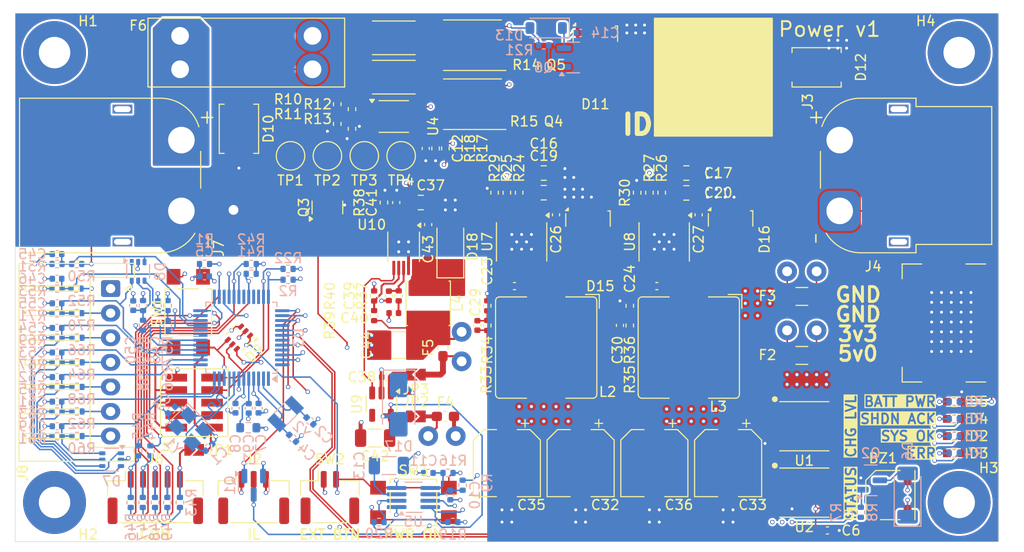
<source format=kicad_pcb>
(kicad_pcb (version 20240108) (generator "pcbnew") (generator_version "8.0")
  (layers (0 "F.Cu" signal) (1 "In1.Cu" signal) (2 "In2.Cu" signal) (3 "In3.Cu" signal) (4 "In4.Cu" signal) (31 "B.Cu" signal) (34 "B.Paste" user) (35 "F.Paste" user) (36 "B.SilkS" user "B.Silkscreen") (37 "F.SilkS" user "F.Silkscreen") (38 "B.Mask" user) (39 "F.Mask" user) (44 "Edge.Cuts" user))
  (net 0 "")
  (net 1 "GND")
  (net 2 "/mcu/NRST")
  (net 3 "+5V_LOCAL")
  (net 4 "+3.3V_LOCAL")
  (net 5 "Net-(U5-V_{in})")
  (net 6 "Net-(U5-~{PB})")
  (net 7 "Net-(U4-TIMER)")
  (net 8 "Net-(U5-TMR)")
  (net 9 "+BATT")
  (net 10 "~{PB}")
  (net 11 "Net-(U7-SS)")
  (net 12 "Net-(U8-SS)")
  (net 14 "Net-(U7-BOOT)")
  (net 15 "Net-(D13-K)")
  (net 16 "Net-(U8-BOOT)")
  (net 19 "Net-(U7-FB)")
  (net 20 "Net-(C29-Pad2)")
  (net 21 "Net-(C30-Pad2)")
  (net 22 "Net-(U8-FB)")
  (net 23 "+3.3V_LOCAL_ALWAYS_ON")
  (net 24 "/mcu/BATT_PRE")
  (net 26 "Net-(U3-VREF+)")
  (net 27 "Net-(D2-A)")
  (net 28 "Net-(D3-A)")
  (net 29 "Net-(D4-A)")
  (net 30 "Net-(D5-A)")
  (net 31 "/mcu/BATT_POST")
  (net 32 "/mcu/PWR_BTN_~{INT}")
  (net 33 "/mcu/5v0")
  (net 34 "/mcu/3v3")
  (net 35 "+V_{batt_fused}")
  (net 36 "/power_protection/GATE")
  (net 37 "+5V")
  (net 38 "+3.3V")
  (net 39 "+V_{batt_raw}")
  (net 40 "/mcu/SWDIO")
  (net 44 "/mcu/SWCLK")
  (net 45 "/mcu/LED_SHUTDOWN_ACK_PWR")
  (net 46 "/power_protection/EN_UVLO_OVRR")
  (net 47 "/power_protection/~{EN}")
  (net 48 "/mcu/LED_GREEN")
  (net 49 "/mcu/LED_RED")
  (net 50 "Net-(U4-OVLO)")
  (net 51 "/mcu/LOAD_SW_PGOOD")
  (net 52 "Net-(U4-PWR)")
  (net 53 "/mcu/PWR_~{KILL}")
  (net 54 "Net-(U7-EN)")
  (net 55 "/mcu/PWR_5v0_EN")
  (net 56 "Net-(U8-EN)")
  (net 57 "/mcu/PWR_3v3_EN")
  (net 58 "Net-(U7-RT{slash}SYNC)")
  (net 59 "Net-(U8-RT{slash}SYNC)")
  (net 60 "/mcu/SCK")
  (net 61 "/mcu/RX")
  (net 62 "/mcu/TX")
  (net 63 "/mcu/MOSI")
  (net 64 "/mcu/MISO")
  (net 65 "/mcu/NSS")
  (net 66 "Net-(U1-CKO)")
  (net 67 "/mcu/DOTSTAR_MOSI")
  (net 68 "/mcu/DOTSTAR_SCK")
  (net 69 "Net-(U1-SDO)")
  (net 76 "Net-(BZ1-+)")
  (net 77 "/mcu/CELL_6")
  (net 78 "/mcu/CELL_5")
  (net 79 "/mcu/CELL_4")
  (net 80 "/mcu/CELL_3")
  (net 81 "/mcu/CELL_2")
  (net 82 "/mcu/CELL_1")
  (net 83 "/input_connectors/BATT_BALANCE.CELL_4")
  (net 84 "/input_connectors/BATT_BALANCE.CELL_2")
  (net 85 "/input_connectors/BATT_BALANCE.CELL_1")
  (net 86 "/input_connectors/BATT_BALANCE.CELL_3")
  (net 87 "/input_connectors/BATT_BALANCE.CELL_6")
  (net 88 "/input_connectors/BATT_BALANCE.CELL_5")
  (net 89 "/mcu/~{LED_SHUTDOWN_ACK}")
  (net 90 "/mcu/BUZZER")
  (net 93 "Net-(D15-K)")
  (net 94 "Net-(D16-K)")
  (net 95 "Net-(U10-COMP)")
  (net 96 "Net-(C40-Pad1)")
  (net 97 "Net-(U10-SS{slash}TR)")
  (net 98 "Net-(U10-BOOT)")
  (net 99 "Net-(D18-K)")
  (net 100 "Net-(C44-Pad1)")
  (net 101 "Net-(JP2-B)")
  (net 102 "Net-(JP3-A)")
  (net 103 "Net-(J6-Pin_1)")
  (net 104 "Net-(J6-Pin_3)")
  (net 105 "Net-(J6-Pin_4)")
  (net 106 "Net-(J6-Pin_2)")
  (net 107 "Net-(Q2-G)")
  (net 108 "Net-(Q4-D)")
  (net 109 "Net-(Q6-B)")
  (net 110 "Net-(U10-RT{slash}CLK)")
  (net 111 "Net-(U10-VSENSE)")
  (net 114 "/power_regulation/3v3L_EN")
  (net 115 "/mcu/RCC_OSC_P")
  (net 116 "/mcu/RCC_OSC32_P")
  (net 117 "/mcu/RCC_OSC_N")
  (net 118 "/mcu/RCC_OSC32_N")
  (footprint "AT-Discrete:PowerFLAT_5x6" (layer "F.Cu") (at 133.5 84.25 180)
    (property "Reference" "Q4")
    (property "Value" "STL90N10F7")
  )
  (footprint "AT-Connectors:JST_PA_S04B-PASS_1x04_P2.00mm_Horizontal" (layer "F.Cu") (at 181.7 106.5 -90)
    (property "Reference" "J4")
    (property "Value" "SM04B-PASS")
  )
  (footprint "Package_SO:SOIC-8-1EP_3.9x4.9mm_P1.27mm_EP2.29x3mm" (layer "F.Cu") (at 153 98.25 -90)
    (property "Reference" "U8")
    (property "Value" "LMR14050")
  )
  (footprint "Capacitor_SMD:CP_Elec_6.3x7.7" (layer "F.Cu") (at 152 120.75 -90)
    (property "Reference" "C36")
    (property "Value" "330u")
  )
  (footprint "Capacitor_SMD:C_0402_1005Metric" (layer "F.Cu") (at 124.75 112 180)
    (property "Reference" "C38")
    (property "Value" "0.1u")
  )
  (footprint "Connector_JST:JST_GH_SM02B-GHS-TB_1x02-1MP_P1.25mm_Horizontal" (layer "F.Cu") (at 119 124.25)
    (property "Reference" "SW2")
    (property "Value" "SM02B_GHS")
  )
  (footprint "TestPoint:TestPoint_Pad_D2.5mm" (layer "F.Cu") (at 122.5 89.5 180)
    (property "Reference" "TP3")
    (property "Value" "OVLO")
  )
  (footprint "AT-Fuses:3557-2" (layer "F.Cu") (at 110.5 79)
    (property "Reference" "F6")
    (property "Value" "15A")
  )
  (footprint "Package_SO:SOIC-8-1EP_3.9x4.9mm_P1.27mm_EP2.29x3mm" (layer "F.Cu") (at 138.5 98.25 -90)
    (property "Reference" "U7")
    (property "Value" "LMR14050")
  )
  (footprint "Diode_SMD:D_SOD-128" (layer "F.Cu") (at 131.25 98.75 90)
    (property "Reference" "D18")
    (property "Value" "RBR5LAM60ATR")
  )
  (footprint "Resistor_SMD:R_0402_1005Metric" (layer "F.Cu") (at 121.25 86.75 -90)
    (property "Reference" "R13")
    (property "Value" "8.66k")
  )
  (footprint "Resistor_SMD:R_0402_1005Metric" (layer "F.Cu") (at 124.5 94.25 90)
    (property "Reference" "R38")
    (property "Value" "165k")
  )
  (footprint "MountingHole:MountingHole_3.2mm_M3_Pad_TopBottom" (layer "F.Cu") (at 183 124.75)
    (property "Reference" "H3")
    (property "Value" "M3")
  )
  (footprint "Resistor_SMD:R_2512_6332Metric" (layer "F.Cu") (at 125.5 77.5)
    (property "Reference" "R14")
    (property "Value" "1.5m")
  )
  (footprint "Inductor_SMD:L_Bourns_SRP1038C_10.0x10.0mm" (layer "F.Cu") (at 141 109 -90)
    (property "Reference" "L2")
    (property "Value" "FXL1040-8R2-M")
  )
  (footprint "Fuse:Fuse_1206_3216Metric_Pad1.42x1.75mm_HandSolder" (layer "F.Cu") (at 167 109.8)
    (property "Reference" "F2")
    (property "Value" "0466005.NRHF")
  )
  (footprint "Capacitor_SMD:C_0805_2012Metric" (layer "F.Cu") (at 128.25 94.25)
    (property "Reference" "C37")
    (property "Value" "4.7u 50V")
  )
  (footprint "MountingHole:MountingHole_3.2mm_M3_Pad_TopBottom" (layer "F.Cu") (at 91 79)
    (property "Reference" "H1")
    (property "Value" "M3")
  )
  (footprint "Package_TO_SOT_SMD:SOT-363_SC-70-6" (layer "F.Cu") (at 109.75 108 -135)
    (property "Reference" "D9")
    (property "Value" "PESD3V3L5UY")
  )
  (footprint "AT-Discrete:PowerFLAT_5x6" (layer "F.Cu") (at 133.5 78.25 180)
    (property "Reference" "Q5")
    (property "Value" "STL90N10F7")
  )
  (footprint "Resistor_SMD:R_0402_1005Metric" (layer "F.Cu") (at 151.5 93.25 -90)
    (property "Reference" "R27")
    (property "Value" "0")
  )
  (footprint "Capacitor_SMD:C_0402_1005Metric" (layer "F.Cu") (at 125.5 105.49 180)
    (property "Reference" "C40")
    (property "Value" "2700pF")
  )
  (footprint "Capacitor_SMD:C_0402_1005Metric" (layer "F.Cu") (at 134 106.75 -90)
    (property "Reference" "C29")
    (property "Value" "1n")
  )
  (footprint "AT-Connectors:Samtec-2x5pin-0.5mm" (layer "F.Cu") (at 105.2 114.6 -90)
    (property "Reference" "J1")
    (property "Value" "FTSH-105-01-L-DV-K-TR")
  )
  (footprint "Button_Switch_SMD:SW_SPST_TL3305A" (layer "F.Cu") (at 127.5 124.75 180)
    (property "Reference" "SW3")
    (property "Value" "CPG151101D91")
  )
  (footprint "Resistor_SMD:R_0402_1005Metric" (layer "F.Cu") (at 149.5 106.75 -90)
    (property "Reference" "R35")
    (property "Value" "34k")
  )
  (footprint "AT-BoardFeatures:SolderJumper-2_2.0x1.2mm_Closed" (layer "F.Cu") (at 127.75 111.75 180)
    (property "Reference" "JP3")
    (property "Value" "SB_{+5V}")
  )
  (footprint "Package_SO:HVSSOP-10-1EP_3x3mm_P0.5mm_EP1.57x1.88mm" (layer "F.Cu") (at 126.5 98.75 -90)
    (property "Reference" "U10")
    (property "Value" "TPS54260DGQ")
  )
  (footprint "Capacitor_SMD:CP_Elec_6.3x5.8" (layer "F.Cu") (at 144.5 120.75 -90)
    (property "Reference" "C32")
    (property "Value" "220u")
  )
  (footprint "Capacitor_SMD:C_0402_1005Metric" (layer "F.Cu") (at 156.5 95.5 -90)
    (property "Reference" "C27")
    (property "Value" "0.1u")
  )
  (footprint "Capacitor_SMD:C_0402_1005Metric" (layer "F.Cu") (at 125 103.74 -90)
    (property "Reference" "C39")
    (property "Value" "5.6pF")
  )
  (footprint "Capacitor_SMD:C_0805_2012Metric" (layer "F.Cu") (at 155.25 91.25)
    (property "Reference" "C17")
    (property "Value" "4.7u 50V")
  )
  (footprint "Capacitor_SMD:C_0805_2012Metric" (layer "F.Cu") (at 140.75 91.25)
    (property "Reference" "C16")
    (property "Value" "4.7u 50V")
  )
  (footprint "Connector_JST:JST_XH_S7B-XH-A_1x07_P2.50mm_Horizontal" (layer "F.Cu") (at 96.7 103 -90)
    (property "Reference" "J8")
    (property "Value" "Conn_01x07")
  )
  (footprint "Package_TO_SOT_SMD:TO-277A" (layer "F.Cu") (at 145.25 98.265)
    (property "Reference" "D15")
    (property "Value" "V25PN60")
  )
  (footprint "Resistor_SMD:R_0402_1005Metric" (layer "F.Cu") (at 149.5 104.75 -90)
    (property "Reference" "R36")
    (property "Value" "10k")
  )
  (footprint "Capacitor_SMD:C_0402_1005Metric" (layer "F.Cu") (at 152.25 102.75)
    (property "Reference" "C24")
    (property "Value" "8.2n")
  )
  (footprint "Resistor_SMD:R_0402_1005Metric" (layer "F.Cu") (at 138.25 93.25 -90)
    (property "Reference" "R24")
    (property "Value" "0")
  )
  (footprint "Resistor_SMD:R_0402_1005Metric" (layer "F.Cu") (at 119.75 86.25 -90)
    (property "Reference" "R11")
    (property "Value" "9.53k")
  )
  (footprint "Package_TO_SOT_SMD:SOT-23-5" (layer "F.Cu") (at 124.25 114.75 -90)
    (property "Reference" "U9")
    (property "Value" "TLV70033_SOT23-5")
  )
  (footprint "Resistor_SMD:R_0402_1005Metric" (layer "F.Cu") (at 137 93.25 -90)
    (property "Reference" "R25")
    (property "Value" "0")
  )
  (footprint "Connector_AMASS:AMASS_XT60PW-M_1x02_P7.20mm_Horizontal" (layer "F.Cu") (at 103.9 95.1 90)
    (property "Reference" "J7")
    (property "Value" "xt-60")
  )
  (footprint "Capacitor_SMD:C_0402_1005Metric" (layer "F.Cu") (at 128.75 88.75 -90)
    (property "Reference" "C12")
    (property "Value" "33n 50V")
  )
  (footprint "Inductor_SMD:L_Changjiang_FNR4030S" (layer "F.Cu") (at 129 104.5 -90)
    (property "Reference" "L4")
    (property "Value" "FNR4030S470MT")
  )
  (footprint "Capacitor_SMD:C_0402_1005Metric" (layer "F.Cu") (at 142 95.5 -90)
    (property "Reference" "C26")
    (property "Value" "0.1u")
  )
  (footprint "Fuse:Fuse_0603_1608Metric_Pad1.05x0.95mm_HandSolder" (layer "F.Cu") (at 130.75 116)
    (property "Reference" "F4")
    (property "Value" "0467.250NRHF")
  )
  (footprint "AT-LED:SK9822" (layer "F.Cu") (at 167.25 117 180)
    (property "Reference" "U1")
    (property "Value" "SK9822")
  )
  (footprint "Resistor_SMD:R_0402_1005Metric" (layer "F.Cu") (at 119.75 84.25 -90)
    (property "Reference" "R10")
    (property "Value" "47.5k")
  )
  (footprint "Resistor_SMD:R_0402_1005Metric" (layer "F.Cu") (at 121.25 84.75 -90)
    (property "Reference" "R12")
    (property "Value" "95.3k")
  )
  (footprint "Connector_JST:JST_GH_SM03B-GHS-TB_1x03-1MP_P1.25mm_Horizontal" (layer "F.Cu") (at 111.25 124.25)
    (property "Reference" "J2")
    (property "Value" "SM03B-GHS")
  )
  (footprint "AT-Buzzer:MLT-5020" (layer "F.Cu") (at 176 124 90)
    (property "Reference" "BZ1")
    (property "Value" "MLT-5020")
  )
  (footprint "Resistor_SMD:R_0402_1005Metric" (layer "F.Cu") (at 126 103.74 -90)
    (property "Reference" "R37")
    (property "Value" "76.8k")
  )
  (footprint "Resistor_SMD:R_0402_1005Metric" (layer "F.Cu") (at 152.75 93.25 -90)
    (property "Reference" "R26")
    (property "Value" "0")
  )
  (footprint "Capacitor_SMD:C_0402_1005Metric" (layer "F.Cu") (at 129 96.5 -90)
    (property "Reference" "C43")
    (property "Value" "0.1uF 63V")
  )
  (footprint "Capacitor_SMD:CP_Elec_6.3x5.8" (layer "F.Cu") (at 137 120.75 -90)
    (property "Reference" "C35")
    (property "Value" "220u")
  )
  (footprint "AT-BoardFeatures:SolderJumper-2_2.0x1.2mm_Closed" (layer "F.Cu") (at 127.75 116)
    (property "Reference" "JP2")
    (property "Value" "3v3 Local Enable")
  )
  (footprint "AT-LED:LED0603" (layer "F.Cu") (at 182.5 114.5 180)
    (property "Reference" "D5")
    (property "Value" "XL-1608UWC-04")
  )
  (footprint "Package_TO_SOT_SMD:TO-277A" (layer "F.Cu") (at 159.75 98.25)
    (property "Reference" "D16")
    (property "Value" "V25PN60")
  )
  (footprint "Fuse:Fuse_1206_3216Metric_Pad1.42x1.75mm_HandSolder" (layer "F.Cu") (at 167 103.8)
    (property "Reference" "F3")
    (property "Value" "0466005.NRHF")
  )
  (footprint "Capacitor_SMD:C_0402_1005Metric" (layer "F.Cu") (at 148.5 106.75 -90)
    (property "Reference" "C30")
    (property "Value" "1.5n")
  )
  (footprint "Resistor_SMD:R_0402_1005Metric" (layer "F.Cu") (at 135 104.75 -90)
    (property "Reference" "R34")
    (property "Value" "12k")
  )
  (footprint "Connector_AMASS:AMASS_XT60PW-F_1x02_P7.20mm_Horizontal" (layer "F.Cu") (at 170.85 95.1 -90)
    (property "Reference" "J3")
    (property "Value" "XT60")
  )
  (footprint "Capacitor_SMD:C_0402_1005Metric" (layer "F.Cu") (at 137.77 102.75)
    (property "Reference" "C23")
    (property "Value" "8.2n")
  )
  (footprint "AT-Discrete:D_SMB_Non-Polar" (layer "F.Cu") (at 168.5 80.5 180)
    (property "Reference" "D12")
    (property "Value" "SMBJ28CA")
  )
  (footprint "AT-BoardFeatures:SolderJumper-2_2.0x1.2mm_Open" (layer "F.Cu") (at 105.2 119.4)
    (property "Reference" "JP1")
    (property "Value" "Disable Micro")
  )
  (footprint "Package_TO_SOT_SMD:SOT-23" (layer "F.Cu") (at 118.75 94.75 90)
    (property "Reference" "Q3")
    (property "Value" "2N7002")
  )
  (footprint "AT-Discrete:D_SMB_Non-Polar" (layer "F.Cu") (at 109.75 86.75 90)
    (property "Reference" "D10")
    (property "Value" "SMBJ28CA")
  )
  (footprint "MountingHole:MountingHole_3.2mm_M3_Pad_TopBottom" (layer "F.Cu") (at 183 79)
    (property "Reference" "H4")
    (property "Value" "M3")
  )
  (footprint "Capacitor_SMD:C_0805_2012Metric" (layer "F.Cu") (at 140.75 93.25)
    (property "Reference" "C19")
    (property "Value" "4.7u 50V")
  )
  (footprint "AT-LED:LED0603" (layer "F.Cu") (at 182.5 118 180)
    (property "Reference" "D2")
    (property "Value" "XL-1608UGC-04")
  )
  (footprint "Resistor_SMD:R_0402_1005Metric" (layer "F.Cu") (at 130.75 88.75 90)
    (property "Reference" "R17")
    (property "Value" "1.5M")
  )
  (footprint "Resistor_SMD:R_0402_1005Metric" (layer "F.Cu") (at 135 106.75 -90)
    (property "Reference" "R33")
    (property "Value" "68k")
  )
  (footprint "Resistor_SMD:R_0402_1005Metric" (layer "F.Cu") (at 123.5 105.75 90)
    (property "Reference" "R39")
    (property "Value" "52.3k")
  )
  (footprint "Connector_JST:JST_GH_SM05B-GHS-TB_1x05-1MP_P1.25mm_Horizontal" (layer "F.Cu") (at 101.25 124.25)
    (property "Reference" "J6")
    (property "Value" "Conn_01x05")
  )
  (footprint "TestPoint:TestPoint_Pad_D2.5mm" (layer "F.Cu") (at 126.25 89.5)
    (property "Reference" "TP4")
    (property "Value" "GATE/dVdt")
  )
  (footprint "Resistor_SMD:R_0402_1005Metric" (layer "F.Cu") (at 150.25 93.25 -90)
    (property "Reference" "R30")
    (property "Value" "68.1k")
  )
  (footprint "MountingHole:MountingHole_3.2mm_M3_Pad_TopBottom" (layer "F.Cu") (at 91 124.75)
    (property "Reference" "H2")
    (property "Value" "M3")
  )
  (footprint "Button_Switch_SMD:SW_SPST_TL3305A" (layer "F.Cu") (at 104.6 105.4 90)
    (property "Reference" "SW1")
    (property "Value" "RST")
  )
  (footprint "Capacitor_SMD:C_1210_3225Metric" (layer "F.Cu") (at 126 108.75 180)
    (property "Reference" "C44")
    (property "Value" "47uF 10V")
  )
  (footprint "Resistor_SMD:R_0402_1005Metric" (layer "F.Cu") (at 129.75 88.75 -90)
    (property "Reference" "R18")
    (property "Value" "16.2k")
  )
  (footprint "Capacitor_SMD:C_0402_1005Metric" (layer "F.Cu") (at 125.75 94.25 90)
    (property "Reference" "C41")
    (property "Value" "10000pF")
  )
  (footprint "AT-LED:LED0603" (layer "F.Cu") (at 182.5 116.25 180)
    (property "Reference" "D4")
    (property "Value" "XL-1608UOC-06")
  )
  (footprint "Resistor_SMD:R_0402_1005Metric" (layer "F.Cu") (at 123.5 103.75 90)
    (property "Reference" "R40")
    (property "Value" "10k")
  )
  (footprint "TestPoint:TestPoint_Pad_D2.5mm" (layer "F.Cu") (at 118.75 89.5 180)
    (property "Reference" "TP2")
    (property "Value" "EN/UVLO")
  )
  (footprint "Capacitor_SMD:C_1206_3216Metric" (layer "F.Cu") (at 123.6 118.2 180)
    (property "Reference" "C42")
    (property "Value" "1u")
  )
  (footprint "Capacitor_SMD:CP_Elec_6.3x7.7" (layer "F.Cu") (at 159.5 120.75 -90)
    (property "Reference" "C33")
    (property "Value" "330u")
  )
  (footprint "TestPoint:TestPoint_Pad_D2.5mm" (layer "F.Cu") (at 115 89.5)
    (property "Reference" "TP1")
    (property "Value" "~{EN}")
  )
  (footprint "Inductor_SMD:L_Bourns_SRP1038C_10.0x10.0mm" (layer "F.Cu") (at 155.5 109 -90)
    (property "Reference" "L3")
    (property "Value" "FXL1040-8R2-M")
  )
  (footprint "AT-LED:LED0603" (layer "F.Cu") (at 182.5 119.75 180)
    (property "Reference" "D3")
    (property "Value" "XL-1608SURC-06")
  )
  (footprint "Capacitor_SMD:C_0402_1005Metric" (layer "F.Cu") (at 169.6 127.6 180)
    (property "Reference" "C6")
    (property "Value" "4.7u")
  )
  (footprint "Resistor_SMD:R_2512_6332Metric" (layer "F.Cu") (at 125.5 81.5)
    (property "Reference" "R15")
    (property "Value" "1.5m")
  )
  (footprint "Capacitor_SMD:C_0805_2012Metric" (layer "F.Cu") (at 155.25 93.27)
    (property "Reference" "C20")
    (property "Value" "4.7u 50V")
  )
  (footprint "Fuse:Fuse_0603_1608Metric_Pad1.05x0.95mm_HandSolder" (layer "F.Cu") (at 130.5 109 -90)
    (property "Reference" "F5")
    (property "Value" "0467.500NRHF")
  )
  (footprint "AT-LED:SK9822" (layer "F.Cu") (at 167.25 123.75 180)
    (property "Reference" "U2")
    (property "Value" "SK9822")
  )
  (footprint "Package_TO_SOT_SMD:TO-277A" (layer "F.Cu") (at 146 79.46)
    (property "Reference" "D11")
    (property "Value" "V25PN60")
  )
  (footprint "Package_SO:VSSOP-10_3x3mm_P0.5mm" (layer "F.Cu") (at 125.5 85.5)
    (property "Reference" "U4")
    (property "Value" "LM5069")
  )
  (footprint "Resistor_SMD:R_0402_1005Metric" (layer "F.Cu") (at 135.75 93.25 -90)
    (property "Reference" "R29")
    (property "Value" "69.8k")
  )
  (footprint "Resistor_SMD:R_0402_1005Metric" (layer "B.Cu") (at 102.47 124.75 90)
    (property "Reference" "R49")
    (property "Value" "330")
  )
  (footprint "Diode_SMD:D_SOD-128" (layer "B.Cu") (at 177.75 124 90)
    (property "Reference" "D6")
    (property "Value" "RBR5LAM60ATR")
  )
  (footprint "Resistor_SMD:R_0402_1005Metric" (layer "B.Cu") (at 124 126.75)
    (property "Reference" "R20")
    (property "Value" "1.5M")
  )
  (footprint "Package_TO_SOT_SMD:SOT-23" (layer "B.Cu") (at 174 122.5)
    (property "Reference" "Q2")
    (property "Value" "SI2310-TP")
  )
  (footprint "Capacitor_SMD:C_0402_1005Metric" (layer "B.Cu") (at 109.4 115.1625 -90)
    (property "Reference" "C8")
    (property "Value" "100n 50V")
  )
  (footprint "Resistor_SMD:R_0402_1005Metric" (layer "B.Cu") (at 98.75 124.75 90)
    (property "Reference" "R46")
    (property "Value" "330")
  )
  (footprint "Capacitor_SMD:C_0402_1005Metric" (layer "B.Cu") (at 110.75 115.1825 -90)
    (property "Reference" "C9")
    (property "Value" "100n 50V")
  )
  (footprint "Resistor_SMD:R_0402_1005Metric" (layer "B.Cu") (at 182.5 114.5 180)
    (property "Reference" "R6")
    (property "Value" "23.7k")
  )
  (footprint "Resistor_SMD:R_0402_1005Metric" (layer "B.Cu") (at 99.97 124.75 90)
    (property "Reference" "R47")
    (property "Value" "330")
  )
  (footprint "Resistor_SMD:R_0402_1005Metric" (layer "B.Cu") (at 91.25 103 180)
    (property "Reference" "R53")
    (property "Value" "4.99k")
  )
  (footprint "Package_TO_SOT_SMD:SOT-363_SC-70-6" (layer "B.Cu") (at 96.8 120.4 180)
    (property "Reference" "D7")
    (property "Value" "PESD3V3L5UY")
  )
  (footprint "Resistor_SMD:R_0402_1005Metric" (layer "B.Cu") (at 93.278 113 180)
    (property "Reference" "R64")
    (property "Value" "3.7M")
  )
  (footprint "Diode_SMD:D_SMA" (layer "B.Cu") (at 126 114.8 -90)
    (property "Reference" "D17")
    (property "Value" "1N4001")
  )
  (footprint "Resistor_SMD:R_0402_1005Metric" (layer "B.Cu") (at 100 104.73 90)
    (property "Reference" "R59")
    (property "Value" "4.99k")
  )
  (footprint "Resistor_SMD:R_0402_1005Metric" (layer "B.Cu") (at 93.278 118 180)
    (property "Reference" "R60")
    (property "Value" "5.83M")
  )
  (footprint "Resistor_SMD:R_0402_1005Metric" (layer "B.Cu") (at 182.5 118 180)
    (property "Reference" "R3")
    (property "Value" "10k")
  )
  (footprint "Capacitor_SMD:C_0402_1005Metric" (layer "B.Cu") (at 91.25 112 180)
    (property "Reference" "C52")
    (property "Value" "220n")
  )
  (footprint "Resistor_SMD:R_0402_1005Metric" (layer "B.Cu") (at 106.25 100.500001 180)
    (property "Reference" "R1")
    (property "Value" "10k")
  )
  (footprint "Package_TO_SOT_SMD:TSOT-23-8_HandSoldering" (layer "B.Cu") (at 127.5 124.25)
    (property "Reference" "U5")
    (property "Value" "LTC2955-2")
  )
  (footprint "Resistor_SMD:R_0402_1005Metric" (layer "B.Cu") (at 111 100.5 180)
    (property "Reference" "R42")
    (property "Value" "1.5M")
  )
  (footprint "Capacitor_SMD:C_0402_1005Metric" (layer "B.Cu") (at 101.5 104.75 90)
    (property "Reference" "C48")
    (property "Value" "100p")
  )
  (footprint "Resistor_SMD:R_0402_1005Metric" (layer "B.Cu") (at 102.5 104.73 90)
    (property "Reference" "R57")
    (property "Value" "4.99k")
  )
  (footprint "Capacitor_SMD:C_0402_1005Metric" (layer "B.Cu") (at 91.25 104.5 180)
    (property "Reference" "C55")
    (property "Value" "220n")
  )
  (footprint "Capacitor_SMD:C_0402_1005Metric" (layer "B.Cu") (at 115.207107 118.224874 -45)
    (property "Reference" "C4")
    (property "Value" "15pF")
  )
  (footprint "Crystal:Crystal_SMD_3215-2Pin_3.2x1.5mm" (layer "B.Cu") (at 114.5 115.75 45)
    (property "Reference" "Y2")
    (property "Value" "Q13FC13500005")
  )
  (footprint "Resistor_SMD:R_0402_1005Metric" (layer "B.Cu") (at 101.22 124.75 90)
    (property "Reference" "R48")
    (property "Value" "330")
  )
  (footprint "Capacitor_SMD:C_0402_1005Metric" (layer "B.Cu") (at 111.75 115.1625 -90)
    (property "Reference" "C7")
    (property "Value" "4.7u 50V")
  )
  (footprint "Package_QFP:LQFP-48_7x7mm_P0.5mm" (layer "B.Cu") (at 110 108 90)
    (property "Reference" "U3")
    (property "Value" "STM32G030C8Tx")
  )
  (footprint "Capacitor_SMD:C_0402_1005Metric" (layer "B.Cu") (at 144.5 77)
    (property "Reference" "C14")
    (property "Value" "0.1u 50V")
  )
  (footprint "Resistor_SMD:R_0402_1005Metric" (layer "B.Cu") (at 103.75 124.75 90)
    (property "Reference" "R43")
    (property "Value" "1.5M")
  )
  (footprint "Resistor_SMD:R_0402_1005Metric" (layer "B.Cu") (at 91.25 100.5 180)
    (property "Reference" "R51")
    (property "Value" "499k")
  )
  (footprint "Diode_SMD:D_SOD-123" (layer "B.Cu") (at 141 76.5 180)
    (property "Reference" "D13")
    (property "Value" "1N4148W")
  )
  (footprint "Capacitor_SMD:C_0402_1005Metric" (layer "B.Cu") (at 106.7 119.15 45)
    (property "Reference" "C1")
    (property "Value" "11pF")
  )
  (footprint "Capacitor_SMD:C_0402_1005Metric" (layer "B.Cu") (at 91.25 109.5 180)
    (property "Reference" "C53")
    (property "Value" "220n")
  )
  (footprint "Capacitor_SMD:C_0402_1005Metric" (layer "B.Cu") (at 116.974874 116.457107 -45)
    (property "Reference" "C2")
    (property "Value" "15pF")
  )
  (footprint "Resistor_SMD:R_0402_1005Metric" (layer "B.Cu") (at 93.278 108 180)
    (property "Reference" "R68")
    (property "Value" "1.6M")
  )
  (footprint "Resistor_SMD:R_0402_1005Metric" (layer "B.Cu") (at 114.75 101)
    (property "Reference" "R22")
    (property "Value" "1.5M")
  )
  (footprint "Resistor_SMD:R_0402_1005Metric" (layer "B.Cu") (at 93.25 100.5 180)
    (property "Reference" "R50")
    (property "Value" "5.83M")
  )
  (footprint "Resistor_SMD:R_0402_1005Metric" (layer "B.Cu") (at 91.25 115.5 180)
    (property "Reference" "R63")
    (property "Value" "499k")
  )
  (footprint "Resistor_SMD:R_0402_1005Metric" (layer "B.Cu") (at 131.015 121.75)
    (property "Reference" "R16")
    (property "Value" "1k")
  )
  (footprint "Resistor_SMD:R_0402_1005Metric" (layer "B.Cu") (at 93.25 105.5 180)
    (property "Reference" "R70")
    (property "Value" "549k")
  )
  (footprint "Capacitor_SMD:C_0402_1005Metric" (layer "B.Cu") (at 131.25 124 -90)
    (property "Reference" "C10")
    (property "Value" "0.1u 63V")
  )
  (footprint "Resistor_SMD:R_0402_1005Metric" (layer "B.Cu") (at 91.25 105.5 180)
    (property "Reference" "R71")
    (property "Value" "499k")
  )
  (footprint "Capacitor_SMD:C_0402_1005Metric" (layer "B.Cu") (at 99 104.73 90)
    (property "Reference" "C50")
    (property "Value" "100p")
  )
  (footprint "Resistor_SMD:R_0402_1005Metric" (layer "B.Cu") (at 91.25 118 180)
    (property "Reference" "R61")
    (property "Value" "499k")
  )
  (footprint "Resistor_SMD:R_0402_1005Metric" (layer "B.Cu") (at 173 125.75 90)
    (property "Reference" "R8")
    (property "Value" "10")
  )
  (footprint "Resistor_SMD:R_0402_1005Metric" (layer "B.Cu") (at 182.5 119.75 180)
    (property "Reference" "R4")
    (property "Value" "10k")
  )
  (footprint "Package_TO_SOT_SMD:SOT-23" (layer "B.Cu") (at 143.75 79.5)
    (property "Reference" "Q6")
    (property "Value" "MMBT5401LT1G")
  )
  (footprint "Resistor_SMD:R_0402_1005Metric" (layer "B.Cu") (at 91.26 110.5 180)
    (property "Reference" "R67")
    (property "Value" "499k")
  )
  (footprint "Resistor_SMD:R_0402_1005Metric" (layer "B.Cu") (at 132.5 123 90)
    (property "Reference" "R9")
    (property "Value" "1k")
  )
  (footprint "Resistor_SMD:R_0402_1005Metric" (layer "B.Cu") (at 99.5 119.5 -90)
    (property "Reference" "R45")
    (property "Value" "330")
  )
  (footprint "Resistor_SMD:R_0402_1005Metric" (layer "B.Cu") (at 91.25 108 180)
    (property "Reference" "R69")
    (property "Value" "499k")
  )
  (footprint "Capacitor_SMD:C_0402_1005Metric" (layer "B.Cu") (at 91.25 102 180)
    (property "Reference" "C46")
    (property "Value" "100p")
  )
  (footprint "Resistor_SMD:R_0402_1005Metric" (layer "B.Cu") (at 140.75 78.25)
    (property "Reference" "R21")
    (property "Value" "1k")
  )
  (footprint "Capacitor_SMD:C_0402_1005Metric" (layer "B.Cu") (at 91.25 114.5 180)
    (property "Reference" "C51")
    (property "Value" "220n")
  )
  (footprint "Resistor_SMD:R_0402_1005Metric" (layer "B.Cu") (at 91.25 113 180)
    (property "Reference" "R65")
    (property "Value" "499k")
  )
  (footprint "Capacitor_SMD:C_1206_3216Metric" (layer "B.Cu") (at 125 121)
    (property "Reference" "C13")
    (property "Value" "1u 63V")
  )
  (footprint "Resistor_SMD:R_0402_1005Metric" (layer "B.Cu") (at 100.75 119.5 -90)
    (property "Reference" "R44")
    (property "Value" "330")
  )
  (footprint "Resistor_SMD:R_0402_1005Metric" (layer "B.Cu") (at 100 106.730001 90)
    (property "Reference" "R58")
    (property "Value" "4.42k")
  )
  (footprint "Resistor_SMD:R_0402_1005Metric" (layer "B.Cu") (at 93.185476 103 180)
    (property "Reference" "R52")
    (property "Value" "58.3k")
  )
  (footprint "Capacitor_SMD:C_0402_1005Metric" (layer "B.Cu") (at 102.9 115.35 -135)
    (property "Reference" "C3")
    (property "Value" "11pF")
  )
  (footprint "Crystal:Crystal_SMD_3225-4Pin_3.2x2.5mm" (layer "B.Cu") (at 104.8 117.25 -45)
    (property "Reference" "Y1")
    (property "Value" "TAXM8M4RDBCCT2T")
  )
  (footprint "Package_TO_SOT_SMD:SOT-23" (layer "B.Cu") (at 111.25 123 -90)
    (property "Reference" "Q1")
    (property "Value" "BSS84")
  )
  (footprint "Resistor_SMD:R_0603_1608Metric" (layer "B.Cu") (at 110.7 117.15)
    (property "Reference" "L1")
    (property "Value" "650 @100MHz")
  )
  (footprint "Resistor_SMD:R_0402_1005Metric" (layer "B.Cu") (at 114.75 102.100001)
    (property "Reference" "R2")
    (property "Value" "1.5M")
  )
  (footprint "Capacitor_SMD:C_0402_1005Metric" (layer "B.Cu") (at 129.015 121.75 180)
    (property "Reference" "C11")
    (property "Value" "0.1u 63V")
  )
  (footprint "Capacitor_SMD:C_0402_1005Metric" (layer "B.Cu") (at 91.25 99.5 180)
    (property "Reference" "C45")
    (property "Value" "220n")
  )
  (footprint "Capacitor_SMD:C_0402_1005Metric" (layer "B.Cu") (at 91.25 117 180)
    (property "Reference" "C49")
    (property "Value" "220n")
  )
  (footprint "Capacitor_SMD:C_0402_1005Metric" (layer "B.Cu") (at 106.25 101.75)
    (property "Reference" "C5")
    (property "Value" "100n 50V")
  )
  (footprint "Package_TO_SOT_SMD:SOT-363_SC-70-6" (layer "B.Cu") (at 99.5 101.25 -90)
    (property "Reference" "D8")
    (property "Value" "PESD3V3L5UY")
  )
  (footprint "Capacitor_SMD:C_0402_1005Metric" (layer "B.Cu") (at 91.25 107 180)
    (property "Reference" "C54")
    (property "Value" "220n")
  )
  (footprint "Resistor_SMD:R_0402_1005Metric" (layer "B.Cu") (at 111 101.5 180)
    (property "Reference" "R41")
    (property "Value" "1.5M")
  )
  (footprint "Resistor_SMD:R_0402_1005Metric" (layer "B.Cu") (at 182.5 116.25 180)
    (property "Reference" "R5")
    (property "Value" "10k")
  )
  (footprint "Resistor_SMD:R_0402_1005Metric" (layer "B.Cu") (at 131.5 126.75 180)
    (property "Reference" "R19")
    (property "Value" "1.5M")
  )
  (footprint "Resistor_SMD:R_0402_1005Metric" (layer "B.Cu") (at 93.288 110.5 180)
    (property "Reference" "R66")
    (property "Value" "2.67M")
  )
  (footprint "Resistor_SMD:R_0402_1005Metric" (layer "B.Cu") (at 171.75 125.75 90)
    (property "Reference" "R7")
    (property "Value" "4.7k")
  )
  (footprint "Resistor_SMD:R_0402_1005Metric" (layer "B.Cu") (at 93.278 115.5 180)
    (property "Reference" "R62")
    (property "Value" "4.75M")
  )
  (footprint "Resistor_SMD:R_0402_1005Metric" (layer "B.Cu") (at 102.5 106.75 90)
    (property "Reference" "R56")
    (property "Value" "9.31k")
  )
  (gr_rect (start 152 75.5) (end 164 87.5) (stroke (width 0.1)) (fill solid) (layer "F.SilkS"))
  (gr_rect (start 87 75) (end 187 128.75) (stroke (width 0.05)) (fill none) (layer "Edge.Cuts"))
  (gr_text "BATT PWR" (at 180.75 114.5 0) (layer "F.SilkS" knockout) (effects (font (size 1 1) (thickness 0.2) (bold yes)) (justify right)))
  (gr_text "GND" (at 170.25 106.5 0) (layer "F.SilkS") (effects (font (size 1.5 1.5) (thickness 0.3) (bold yes)) (justify left bottom)))
  (gr_text "IL" (at 111.25 128 0) (layer "F.SilkS") (effects (font (size 1 1) (thickness 0.2) (bold yes))))
  (gr_text "5v0" (at 170.5 110.5 0) (layer "F.SilkS") (effects (font (size 1.5 1.5) (thickness 0.3) (bold yes)) (justify left bottom)))
  (gr_text "STATUS" (at 172 121 90) (layer "F.SilkS" knockout) (effects (font (size 1 1) (thickness 0.2) (bold yes)) (justify right)))
  (gr_text "3v3" (at 170.5 108.5 0) (layer "F.SilkS") (effects (font (size 1.5 1.5) (thickness 0.3) (bold yes)) (justify left bottom)))
  (gr_text "Power v1" (at 164.5 77.5 0) (layer "F.SilkS") (effects (font (size 1.5 1.5) (thickness 0.2)) (justify left bottom)))
  (gr_text "SHDN ACK" (at 180.75 116.25 0) (layer "F.SilkS" knockout) (effects (font (size 1 1) (thickness 0.2) (bold yes)) (justify right)))
  (gr_text "ID" (at 148.5 87.5 0) (layer "F.SilkS") (effects (font (size 2 2) (thickness 0.5) (bold yes)) (justify left bottom)))
  (gr_text "EXT BTN" (at 119 128 0) (layer "F.SilkS") (effects (font (size 1 1) (thickness 0.2) (bold yes))))
  (gr_text "COM" (at 101.25 128 0) (layer "F.SilkS") (effects (font (size 1 1) (thickness 0.2) (bold yes))))
  (gr_text "ERR\n" (at 180.75 119.75 0) (layer "F.SilkS" knockout) (effects (font (size 1 1) (thickness 0.2) (bold yes)) (justify right)))
  (gr_text "SYS OK" (at 180.75 118 0) (layer "F.SilkS" knockout) (effects (font (size 1 1) (thickness 0.2) (bold yes)) (justify right)))
  (gr_text "GND" (at 170.25 104.5 0) (layer "F.SilkS") (effects (font (size 1.5 1.5) (thickness 0.3) (bold yes)) (justify left bottom)))
  (gr_text "PWR ON\n" (at 127.5 128 0) (layer "F.SilkS") (effects (font (size 1 1) (thickness 0.2) (bold yes))))
  (gr_text "CHG LVL" (at 172 113.75 90) (layer "F.SilkS" knockout) (effects (font (size 1 1) (thickness 0.2) (bold yes)) (justify right)))
  (segment (start 153.635 100.725) (end 153.635 99.365) (width 0.153) (layer "F.Cu") (net 1))
  (segment (start 110.421751 107.328249) (end 109.75 108) (width 0.153) (layer "F.Cu") (net 1))
  (segment (start 123.25 125.25) (end 123.25 125.6) (width 0.153) (layer "F.Cu") (net 1))
  (segment (start 123.25 125.6) (end 123.9 126.25) (width 0.153) (layer "F.Cu") (net 1))
  (segment (start 101.25 113.75) (end 101.25 113.25) (width 0.2) (layer "F.Cu") (net 1))
  (segment (start 153.635 99.365) (end 154 99) (width 0.153) (layer "F.Cu") (net 1))
  (segment (start 101.25 114.75) (end 101.25 113.75) (width 0.2) (layer "F.Cu") (net 1))
  (segment (start 124.5 93.1) (end 124.6 93) (width 0.153) (layer "F.Cu") (net 1))
  (segment (start 183.25 116.25) (end 183.25 114.5) (width 0.153) (layer "F.Cu") (net 1))
  (segment (start 152.73 102.75) (end 152.75 102.75) (width 0.153) (layer "F.Cu") (net 1))
  (segment (start 123.3 86.5) (end 122 86.5) (width 0.153) (layer "F.Cu") (net 1))
  (segment (start 170.08 127.6) (end 170.8 127.6) (width 0.153) (layer "F.Cu") (net 1))
  (segment (start 103.38 113.33) (end 101.33 113.33) (width 0.2) (layer "F.Cu") (net 1))
  (segment (start 163.4 118.6) (end 163.25 118.75) (width 0.153) (layer "F.Cu") (net 1))
  (segment (start 183.25 118) (end 183.25 116.25) (width 0.153) (layer "F.Cu") (net 1))
  (segment (start 139.135 99.365) (end 139.5 99) (width 0.153) (layer "F.Cu") (net 1))
  (segment (start 135.06 92.74) (end 135 92.8) (width 0.153) (layer "F.Cu") (net 1))
  (segment (start 125.75 93.77) (end 125.75 93.05) (width 0.153) (layer "F.Cu") (net 1))
  (segment (start 125 104.22) (end 124.28 104.22) (width 0.2) (layer "F.Cu") (net 1))
  (segment (start 124.25 112.02) (end 124.27 112) (width 0.4) (layer "F.Cu") (net 1))
  (segment (start 103.75 119.75) (end 104.1 119.4) (width 0.2) (layer "F.Cu") (net 1))
  (segment (start 122.125 118.2) (end 122.125 116.675) (width 0.4) (layer "F.Cu") (net 1))
  (segment (start 183.25 114.5) (end 183.25 113.5) (width 0.153) (layer "F.Cu") (net 1))
  (segment (start 119.75 86.76) (end 118.99 86.76) (width 0.153) (layer "F.Cu") (net 1))
  (segment (start 118.375 123.625) (end 118.5 123.75) (width 0.153) (layer "F.Cu") (net 1))
  (segment (start 123.9 126.25) (end 124.25 126.25) (width 0.153) (layer "F.Cu") (net 1))
  (segment (start 150.25 92.74) (end 150.25 92.05) (width 0.153) (layer "F.Cu") (net 1))
  (segment (start 129.75 89.26) (end 129.75 90) (width 0.153) (layer "F.Cu") (net 1))
  (segment (start 124.5 126.5) (end 130.85 126.5) (width 0.153) (layer "F.Cu") (net 1))
  (segment (start 103.1 101.8) (end 103.95 101.8) (width 0.153) (layer "F.Cu") (net 1))
  (segment (start 124.5 93.74) (end 124.5 93.1) (width 0.153) (layer "F.Cu") (net 1))
  (segment (start 101.25 109.5) (end 101.75 109) (width 0.2) (layer "F.Cu") (net 1))
  (segment (start 124.27 111.27) (end 124.25 111.25) (width 0.4) (layer "F.Cu") (net 1))
  (segment (start 103.38 114.6) (end 101.4 114.6) (width 0.2) (layer "F.Cu") (net 1))
  (segment (start 119.7 95.6875) (end 119.7 95.3) (width 0.153) (layer "F.Cu") (net 1))
  (segment (start 104.1 119.4) (end 104.35 119.4) (width 0.2) (layer "F.Cu") (net 1))
  (segment (start 150.25 92.05) (end 150.2 92) (width 0.153) (layer "F.Cu") (net 1))
  (segment (start 101.25 116.5) (end 101.25 114.75) (width 0.2) (layer "F.Cu") (net 1))
  (segment (start 103.75 121.25) (end 103.75 119.75) (width 0.2) (layer "F.Cu") (net 1))
  (segment (start 101.89 117.14) (end 101.25 116.5) (width 0.2) (layer "F.Cu") (net 1))
  (segment (start 149.5 104.24) (end 148.51 104.24) (width 0.153) (layer "F.Cu") (net 1))
  (segment (start 103.75 122.4) (end 103.75 121.25) (width 0.2) (layer "F.Cu") (net 1))
  (segment (start 128.75 89.23) (end 128.75 90) (width 0.153) (layer "F.Cu") (net 1))
  (segment (start 124.25 113.6125) (end 124.25 112.02) (width 0.4) (layer "F.Cu") (net 1))
  (segment (start 121.25 87.26) (end 121.24 87.26) (width 0.153) (layer "F.Cu") (net 1))
  (segment (start 125.75 93.05) (end 125.8 93) (width 0.153) (layer "F.Cu") (net 1))
  (segment (start 118.375 122.4) (end 118.375 123.625) (width 0.153) (layer "F.Cu") (net 1))
  (segment (start 109.75 88.9) (end 109.75 90.75) (width 0.153) (layer "F.Cu") (net 1))
  (segment (start 183.25 119.75) (end 183.25 118) (width 0.153) (layer "F.Cu") (net 1))
  (segment (start 165.95 125.35) (end 166 125.4) (width 0.153) (layer "F.Cu") (net 1))
  (segment (start 152.75 102.75) (end 153.635 101.865) (width 0.153) (layer "F.Cu") (net 1))
  (segment (start 101.25 110) (end 101.25 109.5) (width 0.2) (layer "F.Cu") (net 1))
  (segment (start 125.02 105.49) (end 125.02 106.23) (width 0.2) (layer "F.Cu") (net 1))
  (segment (start 127 100.9) (end 127 99.25) (width 0.3) (layer "F.Cu") (net 1))
  (segment (start 124.28 104.22) (end 124.25 104.25) (width 0.2) (layer "F.Cu") (net 1))
  (segment (start 139.135 101.865) (end 139.135 100.725) (width 0.153) (layer "F.Cu") (net 1))
  (segment (start 101.75 109) (end 103.1 109) (width 0.2) (layer "F.Cu") (net 1))
  (segment (start 124.25 126.25) (end 124.5 126.5) (width 0.153) (layer "F.Cu") (net 1))
  (segment (start 101.25 113.25) (end 101.25 110) (width 0.2) (layer "F.Cu") (net 1))
  (segment (start 101.4 114.6) (end 101.25 114.75) (width 0.2) (layer "F.Cu") (net 1))
  (segment (start 122.125 116.675) (end 122.2 116.6) (width 0.4) (layer "F.Cu") (net 1))
  (segment (start 121.24 87.26) (end 120.75 87.75) (width 0.153) (layer "F.Cu") (net 1))
  (segment (start 138.25 102.75) (end 139.135 101.865) (width 0.153) (layer "F.Cu") (net 1))
  (segment (start 130.85 126.5) (end 131.1 126.25) (width 0.153) (layer "F.Cu") (net 1))
  (segment (start 164.8 125.35) (end 165.95 125.35) (width 0.153) (layer "F.Cu") (net 1))
  (segment (start 164.8 118.6) (end 163.4 118.6) (width 0.153) (layer "F.Cu") (net 1))
  (segment (start 112.5 122.4) (end 112.5 123.75) (width 0.2) (layer "F.Cu") (net 1))
  (segment (start 103.38 117.14) (end 101.89 117.14) (width 0.2) (layer "F.Cu") (net 1))
  (segment (start 139.135 100.725) (end 139.135 99.365) (width 0.153) (layer "F.Cu") (net 1))
  (segment (start 101.33 113.33) (end 101.25 113.25) (width 0.2) (layer "F.Cu") (net 1))
  (segment (start 119.7 95.3) (end 120.5 94.5) (width 0.153) (layer "F.Cu") (net 1))
  (segment (start 148.51 104.24) (end 148.5 104.25) (width 0.153) (layer "F.Cu") (net 1))
  (segment (start 124.27 112) (end 124.27 111.27) (width 0.4) (layer "F.Cu") (net 1))
  (segment (start 125.02 106.23) (end 125 106.25) (width 0.2) (layer "F.Cu") (net 1))
  (segment (start 103.95 101.8) (end 104.25 101.5) (width 0.153) (layer "F.Cu") (net 1))
  (segment (start 135.75 92.74) (end 135.06 92.74) (width 0.153) (layer "F.Cu") (net 1))
  (segment (start 118.99 86.76) (end 118.75 87) (width 0.153) (layer "F.Cu") (net 1))
  (segment (start 153.635 101.865) (end 153.635 100.725) (width 0.153) (layer "F.Cu") (net 1))
  (segment (start 135 104.24) (end 135 103.5) (width 0.153) (layer "F.Cu") (net 1))
  (segment (start 123.5 103.24) (end 123.5 102.5) (width 0.2) (layer "F.Cu") (net 1))
  (via (at 181.2 105.4) (size 0.45) (drill 0.3) (layers "F.Cu" "B.Cu") (net 1))
  (via (at 180.2 104.4) (size 0.45) (drill 0.3) (layers "F.Cu" "B.Cu") (net 1))
  (via (at 143.8 93.7) (size 0.45) (drill 0.3) (layers "F.Cu" "B.Cu") (net 1))
  (via (at 101.9 115.15) (size 0.45) (drill 0.3) (layers "F.Cu" "B.Cu") (net 1))
  (via (at 181.2 103.4) (size 0.45) (drill 0.3) (layers "F.Cu" "B.Cu") (net 1))
  (via (at 108.6 115.35) (size 0.45) (drill 0.3) (layers "F.Cu" "B.Cu") (net 1))
  (via (at 184.2 106.4) (size 0.45) (drill 0.3) (layers "F.Cu" "B.Cu") (net 1))
  (via (at 103.75 121.25) (size 0.45) (drill 0.3) (layers "F.Cu" "B.Cu") (net 1))
  (via (at 117.8 116.25) (size 0.45) (drill 0.3) (layers "F.Cu" "B.Cu") (net 1))
  (via (at 151 76.2) (size 0.45) (drill 0.3) (layers "F.Cu" "B.Cu") (net 1))
  (via (at 170.65 77.75) (size 0.45) (drill 0.3) (layers "F.Cu" "B.Cu") (net 1))
  (via (at 157.4 92.9) (size 0.45) (drill 0.3) (layers "F.Cu" "B.Cu") (net 1))
  (via (at 90 104.5) (size 0.45) (drill 0.3) (layers "F.Cu" "B.Cu") (net 1))
  (via (at 182.2 105.4) (size 0.45) (drill 0.3) (layers "F.Cu" "B.Cu") (net 1))
  (via (at 159 126.75) (size 0.45) (drill 0.3) (layers "F.Cu" "B.Cu") (net 1))
  (via (at 136.5 126.75) (size 0.45) (drill 0.3) (layers "F.Cu" "B.Cu") (net 1))
  (via (at 132.25 124.5) (size 0.45) (drill 0.3) (layers "F.Cu" "B.Cu") (net 1))
  (via (at 137.5 97.5) (size 0.45) (drill 0.3) (layers "F.Cu" "B.Cu") (net 1))
  (via (at 181.2 104.4) (size 0.45) (drill 0.3) (layers "F.Cu" "B.Cu") (net 1))
  (via (at 145.6 93.7) (size 0.45) (drill 0.3) (layers "F.Cu" "B.Cu") (net 1))
  (via (at 90 103) (size 0.45) (drill 0.3) (layers "F.Cu" "B.Cu") (net 1))
  (via (at 126.002516 98.255385) (size 0.45) (drill 0.3) (layers "F.Cu" "B.Cu") (net 1))
  (via (at 184.2 103.4) (size 0.45) (drill 0.3) (layers "F.Cu" "B.Cu") (net 1))
  (via (at 122 86.5) (size 0.45) (drill 0.3) (layers "F.Cu" "B.Cu") (net 1))
  (via (at 112.5 123.75) (size 0.45) (drill 0.3) (layers "F.Cu" "B.Cu") (net 1))
  (via (at 184.2 109.4) (size 0.45) (drill 0.3) (layers "F.Cu" "B.Cu") (net 1))
  (via (at 183.2 108.4) (size 0.45) (drill 0.3) (layers "F.Cu" "B.Cu") (net 1))
  (via (at 107.25 102.25) (size 0.45) (drill 0.3) (layers "F.Cu" "B.Cu") (net 1))
  (via (at 123.25 109.75) (size 0.45) (drill 0.3) (layers "F.Cu" "B.Cu") (net 1))
  (via (at 144.7 93.7) (size 0.45) (drill 0.3) (layers "F.Cu" "B.Cu") (net 1))
  (via (at 125.75 126) (size 0.45) (drill 0.3) (layers "F.Cu" "B.Cu") (net 1))
  (via (at 90 114.5) (size 0.45) (drill 0.3) (layers "F.Cu" "B.Cu") (net 1))
  (via (at 157.4 91.7) (size 0.45) (drill 0.3) (layers "F.Cu" "B.Cu") (net 1))
  (via (at 152.5 98.25) (size 0.45) (drill 0.3) (layers "F.Cu" "B.Cu") (net 1))
  (via (at 90 115.5) (size 0.45) (drill 0.3) (layers "F.Cu" "B.Cu") (net 1))
  (via (at 118.5 123.75) (size 0.45) (drill 0.3) (layers "F.Cu" "B.Cu") (net 1))
  (via (at 144 125.5) (size 0.45) (drill 0.3) (layers "F.Cu" "B.Cu") (net 1))
  (via (at 159.2 92.9) (size 0.45) (drill 0.3) (layers "F.Cu" "B.Cu") (net 1))
  (via (at 144.7 92.9) (size 0.45) (drill 0.3) (layers "F.Cu" "B.Cu") (net 1))
  (via (at 142.9 92.9) (size 0.45) (drill 0.3) (layers "F.Cu" "B.Cu") (net 1))
  (via (at 90 102) (size 0.45) (drill 0.3) (layers "F.Cu" "B.Cu") (net 1))
  (via (at 180.2 108.4) (size 0.45) (drill 0.3) (layers "F.Cu" "B.Cu") (net 1))
  (via (at 144 126.75) (size 0.45) (drill 0.3) (layers "F.Cu" "B.Cu") (net 1))
  (via (at 135 92.8) (size 0.45) (drill 0.3) (layers "F.Cu" "B.Cu") (net 1))
  (via (at 98.5 120.25) (size 0.45) (drill 0.3) (layers "F.Cu" "B.Cu") (net 1))
  (via (at 109.2 95) (size 2) (drill 1) (layers "F.Cu" "B.Cu") (net 1))
  (via (at 90 100.5) (size 0.45) (drill 0.3) (layers "F.Cu" "B.Cu") (net 1))
  (via (at 110.7 116.25) (size 0.45) (drill 0.3) (layers "F.Cu" "B.Cu") (net 1))
  (via (at 173 122.25) (size 0.45) (drill 0.3) (layers "F.Cu" "B.Cu") (net 1))
  (via (at 137.5 126.75) (size 0.45) (drill 0.3) (layers "F.Cu" "B.Cu") (net 1))
  (via (at 160 126.75) (size 0.45) (drill 0.3) (layers "F.Cu" "B.Cu") (net 1))
  (via (at 120.5 94.5) (size 0.45) (drill 0.3) (layers "F.Cu" "B.Cu") (net 1))
  (via (at 127 98.25) (size 0.45) (drill 0.3) (layers "F.Cu" "B.Cu") (net 1))
  (via (at 183.2 109.4) (size 0.45) (drill 0.3) (layers "F.Cu" "B.Cu") (net 1))
  (via (at 184.2 108.4) (size 0.45) (drill 0.3) (layers "F.Cu" "B.Cu") (net 1))
  (via (at 127.765 121.75) (size 0.45) (drill 0.3) (layers "F.Cu" "B.Cu") (net 1))
  (via (at 183.25 113.5) (size 0.45) (drill 0.3) (layers "F.Cu" "B.Cu") (net 1))
  (via (at 102.5 103.5) (size 0.45) (drill 0.3) (layers "F.Cu" "B.Cu") (net 1))
  (via (at 109.75 113.25) (size 0.45) (drill 0.3) (layers "F.Cu" "B.Cu") (net 1))
  (via (at 143.8 91.7) (size 0.45) (drill 0.3) (layers "F.Cu" "B.Cu") (net 1))
  (via (at 107.4 118.05) (size 0.45) (drill 0.3) (layers "F.Cu" "B.Cu") (net 1))
  (via (at 150.1 77) (size 0.45) (drill 0.3) (layers "F.Cu" "B.Cu") (net 1))
  (via (at 152 97.5) (size 0.45) (drill 0.3) (layers "F.Cu" "B.Cu") (net 1))
  (via (at 116 102) (size 0.45) (drill 0.3) (layers "F.Cu" "B.Cu") (net 1))
  (via (at 169.75 77.75) (size 0.45) (drill 0.3) (layers "F.Cu" "B.Cu") (net 1))
  (via (at 183.2 106.4) (size 0.45) (drill 0.3) (layers "F.Cu" "B.Cu") (net 1))
  (via (at 180.2 105.4) (size 0.45) (drill 0.3) (layers "F.Cu" "B.Cu") (net 1))
  (via (at 145 125.5) (size 0.45) (drill 0.3) (layers "F.Cu" "B.Cu") (net 1))
  (via (at 120.75 87.75) (size 0.45) (drill 0.3) (layers "F.Cu" "B.Cu") (net 1))
  (via (at 180.2 109.4) (size 0.45) (drill 0.3) (layers "F.Cu" "B.Cu") (net 1))
  (via (at 157.4 93.7) (size 0.45) (drill 0.3) (layers "F.Cu" "B.Cu") (net 1))
  (via (at 160.1 93.7) (size 0.45) (drill 0.3) (layers "F.Cu" "B.Cu") (net 1))
  (via (at 131.75 94) (size 0.45) (drill 0.3) (layers "F.Cu" "B.Cu") (net 1))
  (via (at 124.6 93) (size 0.45) (drill 0.3) (layers "F.Cu" "B.Cu") (net 1))
  (via (at 153.5 98.25) (size 0.45) (drill 0.3) (layers "F.Cu" "B.Cu") (net 1))
  (via (at 151.5 125.5) (size 0.45) (drill 0.3) (layers "F.Cu" "B.Cu") (net 1))
  (via (at 99.45 101) (size 0.45) (drill 0.3) (layers "F.Cu" "B.Cu") (net 1))
  (via (at 170.8 127.6) (size 0.45) (drill 0.3) (layers "F.Cu" "B.Cu") (net 1))
  (via (at 101.25 110) (size 0.45) (drill 0.3) (layers "F.Cu" "B.Cu") (net 1))
  (via (at 171.55 77.75) (size 0.45) (drill 0.3) (layers "F.Cu" "B.Cu") (net 1))
  (via (at 184.2 107.4) (size 0.45) (drill 0.3) (layers "F.Cu" "B.Cu") (net 1))
  (via (at 137.5 125.5) (size 0.45) (drill 0.3) (layers "F.Cu" "B.Cu") (net 1))
  (via (at 131.75 95) (size 0.45) (drill 0.3) (layers "F.Cu" "B.Cu") (net 1))
  (via (at 150.1 76.2) (size 0.45) (drill 0.3) (layers "F.Cu" "B.Cu") (net 1))
  (via (at 158.3 92.9) (size 0.45) (drill 0.3) (layers "F.Cu" "B.Cu") (net 1))
  (via (at 130.75 95) (size 0.45) (drill 0.3) (layers "F.Cu" "B.Cu") (net 1))
  (via (at 145 126.75) (size 0.45) (drill 0.3) (layers "F.Cu" "B.Cu") (net 1))
  (via (at 123.25 125.25) (size 0.45) (drill 0.3) (layers "F.Cu" "B.Cu") (net 1))
  (via (at 159 125.5) (size 0.45) (drill 0.3) (layers "F.Cu" "B.Cu") (net 1))
  (via (at 142.9 90.8) (size 0.45) (drill 0.3) (layers "F.Cu" "B.Cu") (net 1))
  (via (at 127 99.25) (size 0.45) (drill 0.3) (layers "F.Cu" "B.Cu") (net 1))
  (via (at 171.55 78.55) (size 0.45) (drill 0.3) (layers "F.Cu" "B.Cu") (net 1))
  (via (at 152 99) (size 0.45) (drill 0.3) (layers "F.Cu" "B.Cu") (net 1))
  (via (at 182.2 108.4) (size 0.45) (drill 0.3) (layers "F.Cu" "B.Cu") (net 1))
  (via (at 152.997484 98.994615) (size 0.45) (drill 0.3) (layers "F.Cu" "B.Cu") (net 1))
  (via (at 183.2 103.4) (size 0.45) (drill 0.3) (layers "F.Cu" "B.Cu") (net 1))
  (via (at 180.2 106.4) (size 0.45) (drill 0.3) (layers "F.Cu" "B.Cu") (net 1))
  (via (at 124.25 111.25) (size 0.45) (drill 0.3) (layers "F.Cu" "B.Cu") (net 1))
  (via (at 163.25 118.75) (size 0.45) (drill 0.3) (layers "F.Cu" "B.Cu") (net 1))
  (via (at 118.75 87) (size 0.45) (drill 0.3) (layers "F.Cu" "B.Cu") (net 1))
  (via (at 160 125.5) (size 0.45) (drill 0.3) (layers "F.Cu" "B.Cu") (net 1))
  (via (at 135 103.5) (size 0.45) (drill 0.3) (layers "F.Cu" "B.Cu") (net 1))
  (via (at 104.25 101.5) (size 0.45) (drill 0.3) (layers "F.Cu" "B.Cu") (net 1))
  (via (at 124.25 104.25) (size 0.45) (drill 0.3) (layers "F.Cu" "B.Cu") (net 1))
  (via (at 125.75 122.5) (size 0.45) (drill 0.3) (layers "F.Cu" "B.Cu") (net 1))
  (via (at 148.5 104.25) (size 0.45) (drill 0.3) (layers "F.Cu" "B.Cu") (net 1))
  (via (at 143.8 92.9) (size 0.45) (drill 0.3) (layers "F.Cu" "B.Cu") (net 1))
  (via (at 142.9 91.7) (size 0.45) (drill 0.3) (layers "F.Cu" "B.Cu") (net 1))
  (via (at 150.2 92) (size 0.45) (drill 0.3) (layers "F.Cu" "B.Cu") (net 1))
  (via (at 99 103.5) (size 0.45) (drill 0.3) (layers "F.Cu" "B.Cu") (net 1))
  (via (at 183.2 104.4) (size 0.45) (drill 0.3) (layers "F.Cu" "B.Cu") (net 1))
  (via (at 182.2 103.4) (size 0.45) (drill 0.3) (layers "F.Cu" "B.Cu") (net 1))
  (via (at 90 112) (size 0.45) (drill 0.3) (layers "F.Cu" "B.Cu") (net 1))
  (via (at 149.2 77) (size 0.45) (drill 0.3) (layers "F.Cu" "B.Cu") (net 1))
  (via (at 152.5 126.75) (size 0.45) (drill 0.3) (layers "F.Cu" "B.Cu") (net 1))
  (via (at 128 119.75) (size 0.45) (drill 0.3) (layers "F.Cu" "B.Cu") (net 1))
  (via (at 122.2 116.6) (size 0.45) (drill 0.3) (layers "F.Cu" "B.Cu") (net 1))
  (via (at 181.2 109.4) (size 0.45) (drill 0.3) (layers "F.Cu" "B.Cu") (net 1))
  (via (at 138.497484 98.994615) (size 0.45) (drill 0.3) (layers "F.Cu" "B.Cu") (net 1))
  (via (at 142.9 93.7) (size 0.45) (drill 0.3) (layers "F.Cu" "B.Cu") (net 1))
  (via (at 116 101) (size 0.45) (drill 0.3) (layers "F.Cu" "B.Cu") (net 1))
  (via (at 139.5 99) (size 0.45) (drill 0.3) (layers "F.Cu" "B.Cu") (net 1))
  (via (at 152.5 125.5) (size 0.45) (drill 0.3) (layers "F.Cu" "B.Cu") (net 1))
  (via (at 151 77) (size 0.45) (drill 0.3) (layers "F.Cu" "B.Cu") (net 1))
  (via (at 125.8 93) (size 0.45) (drill 0.3) (layers "F.Cu" "B.Cu") (net 1))
  (via (at 109.75 108) (size 0.45) (drill 0.3) (layers "F.Cu" "B.Cu") (net 1))
  (via (at 128.75 90) (size 0.45) (drill 0.3) (layers "F.Cu" "B.Cu") (net 1))
  (via (at 182.2 109.4) (size 0.45) (drill 0.3) (layers "F.Cu" "B.Cu") (net 1))
  (via (at 90 105.5) (size 0.45) (drill 0.3) (layers "F.Cu" "B.Cu") (net 1))
  (via (at 100 103.5) (size 0.45) (drill 0.3) (layers "F.Cu" "B.Cu") (net 1))
  (via (at 181.2 108.4) (size 0.45) (drill 0.3) (layers "F.Cu" "B.Cu") (net 1))
  (via (at 170.65 78.55) (size 0.45) (drill 0.3) (layers "F.Cu" "B.Cu") (net 1))
  (via (at 181.2 107.4) (size 0.45) (drill 0.3) (layers "F.Cu" "B.Cu") (net 1))
  (via (at 89 100.5) (size 0.45) (drill 0.3) (layers "F.Cu" "B.Cu") (net 1))
  (via (at 138 98.25) (size 0.45) (drill 0.3) (layers "F.Cu" "B.Cu") (net 1))
  (via (at 183.2 107.4) (size 0.45) (drill 0.3) (layers "F.Cu" "B.Cu") (net 1))
  (via (at 90 107) (size 0.45) (drill 0.3) (layers "F.Cu" "B.Cu") (net 1))
  (via (at 112.5 115.45) (size 0.45) (drill 0.3) (layers "F.Cu" "B.Cu") (net 1))
  (via (at 90 108) (size 0.45) (drill 0.3) (layers "F.Cu" "B.Cu") (net 1))
  (via (at 157.4 90.8) (size 0.45) (drill 0.3) (layers "F.Cu" "B.Cu") (net 1))
  (via (at 171.75 124.5) (size 0.45) (drill 0.3) (layers "F.Cu" "B.Cu") (net 1))
  (via (at 139.5 97.5) (size 0.45) (drill 0.3) (layers "F.Cu" "B.Cu") (net 1))
  (via (at 154 97.5) (size 0.45) (drill 0.3) (layers "F.Cu" "B.Cu") (net 1))
  (via (at 90 113) (size 0.45) (drill 0.3) (layers "F.Cu" "B.Cu") (net 1))
  (via (at 138.5 97.5) (size 0.45) (drill 0.3) (layers "F.Cu" "B.Cu") (net 1))
  (via (at 101.5 103.5) (size 0.45) (drill 0.3) (layers "F.Cu" "B.Cu") (net 1))
  (via (at 123.25 107.75) (size 0.45) (drill 0.3) (layers "F.Cu" "B.Cu") (net 1))
  (via (at 159.2 93.7) (size 0.45) (drill 0.3) (layers "F.Cu" "B.Cu") (net 1))
  (via (at 169.75 78.55) (size 0.45) (drill 0.3) (layers "F.Cu" "B.Cu") (net 1))
  (via (at 181.2 106.4) (size 0.45) (drill 0.3) (layers "F.Cu" "B.Cu") (net 1))
  (via (at 184.2 104.4) (size 0.45) (drill 0.3) (layers "F.Cu" "B.Cu") (net 1))
  (via (at 166 125.4) (size 0.45) (drill 0.3) (layers "F.Cu" "B.Cu") (net 1))
  (via (at 182.2 107.4) (size 0.45) (drill 0.3) (layers "F.Cu" "B.Cu") (net 1))
  (via (at 109.75 90.75) (size 0.45) (drill 0.3) (layers "F.Cu" "B.Cu") (net 1))
  (via (at 183.2 105.4) (size 0.45) (drill 0.3) (layers "F.Cu" "B.Cu") (net 1))
  (via (at 90 117) (size 0.45) (drill 0.3) (layers "F.Cu" "B.Cu") (net 1))
  (via (at 137.5 99) (size 0.45) (drill 0.3) (layers "F.Cu" "B.Cu") (net 1))
  (via (at 139 98.25) (size 0.45) (drill 0.3) (layers "F.Cu" "B.Cu") (net 1))
  (via (at 158.3 93.7) (size 0.45) (drill 0.3) (layers "F.Cu" "B.Cu") (net 1))
  (via (at 158.3 91.7) (size 0.45) (drill 0.3) (layers "F.Cu" "B.Cu") (net 1))
  (via (at 149.2 76.2) (size 0.45) (drill 0.3) (layers "F.Cu" "B.Cu") (net 1))
  (via (at 90 118) (size 0.45) (drill 0.3) (layers "F.Cu" "B.Cu") (net 1))
  (via (at 184.2 105.4) (size 0.45) (drill 0.3) (layers "F.Cu" "B.Cu") (net 1))
  (via (at 182.2 104.4) (size 0.45) (drill 0.3) (layers "F.Cu" "B.Cu") (net 1))
  (via (at 125 106.25) (size 0.45) (drill 0.3) (layers "F.Cu" "B.Cu") (net 1))
  (via (at 126.002516 99.255385) (size 0.45) (drill 0.3) (layers "F.Cu" "B.Cu") (net 1))
  (via (at 180.2 103.4) (size 0.45) (drill 0.3) (layers "F.Cu" "B.Cu") (net 1))
  (via (at 180.2 107.4) (size 0.45) (drill 0.3) (layers "F.Cu" "B.Cu") (net 1))
  (via (at 123.5 102.5) (size 0.45) (drill 0.3) (layers "F.Cu" "B.Cu") (net 1))
  (via (at 151.5 126.75) (size 0.45) (drill 0.3) (layers "F.Cu" "B.Cu") (net 1))
  (via (at 182.2 106.4) (size 0.45) (drill 0.3) (layers "F.Cu" "B.Cu") (net 1))
  (via (at 123.25 108.75) (size 0.45) (drill 0.3) (layers "F.Cu" "B.Cu") (net 1))
  (via (at 154 99) (size 0.45) (drill 0.3) (layers "F.Cu" "B.Cu") (net 1))
  (via (at 90 109.5) (size 0.45) (drill 0.3) (layers "F.Cu" "B.Cu") (net 1))
  (via (at 129.75 90) (size 0.45) (drill 0.3) (layers "F.Cu" "B.Cu") (net 1))
  (via (at 116.1 117.95) (size 0.45) (drill 0.3) (layers "F.Cu" "B.Cu") (net 1))
  (via (at 153 97.5) (size 0.45) (drill 0.3) (layers "F.Cu" "B.Cu") (net 1))
  (via (at 130.75 94) (size 0.45) (drill 0.3) (layers "F.Cu" "B.Cu") (net 1))
  (via (at 136.5 125.5) (size 0.45) (drill 0.3) (layers "F.Cu" "B.Cu") (net 1))
  (via (at 90 110.5) (size 0.45) (drill 0.3) (layers "F.Cu" "B.Cu") (net 1))
  (segment (start 110.75 116.2) (end 110.7 116.25) (width 0.153) (layer "B.Cu") (net 1))
  (segment (start 106.75 101.75) (end 107.25 102.25) (width 0.153) (layer "B.Cu") (net 1))
  (segment (start 109.75 112.1625) (end 109.75 113.25) (width 0.153) (layer "B.Cu") (net 1))
  (segment (start 125.79 123.28) (end 125.79 122.54) (width 0.153) (layer "B.Cu") (net 1))
  (segment (start 132.25 124.5) (end 132.23 124.48) (width 0.153) (layer "B.Cu") (net 1))
  (segment (start 102.439411 115.689411) (end 101.9 115.15) (width 0.153) (layer "B.Cu") (net 1))
  (segment (start 106.178858 117.426777) (end 106.776777 117.426777) (width 0.153) (layer "B.Cu") (net 1))
  (segment (start 90.77 112) (end 90 112) (width 0.153) (layer "B.Cu") (net 1))
  (segment (start 128.535 121.75) (end 127.765 121.75) (width 0.153) (layer "B.Cu") (net 1))
  (segment (start 90.77 102) (end 90 102) (width 0.153) (layer "B.Cu") (net 1))
  (segment (start 99.5 100.95) (end 99.45 101) (width 0.153) (layer "B.Cu") (net 1))
  (segment (start 103.75 124.240001) (end 103.75 121.25) (width 0.2) (layer "B.Cu") (net 1))
  (segment (start 90.74 100.5) (end 90 100.5) (width 0.153) (layer "B.Cu") (net 1))
  (segment (start 108.8925 115.6425) (end 108.6 115.35) (width 0.153) (layer "B.Cu") (net 1))
  (segment (start 115.259999 102.100001) (end 115.899999 102.100001) (width 0.153) (layer "B.Cu") (net 1))
  (segment (start 90.74 105.5) (end 90 105.5) (width 0.153) (layer "B.Cu") (net 1))
  (segment (start 107.4 118.05) (end 107.4 118.45) (width 0.153) (layer "B.Cu") (net 1))
  (segment (start 102.5 104.220001) (end 102.5 103.5) (width 0.153) (layer "B.Cu") (net 1))
  (segment (start 100 104.220001) (end 100 103.5) (width 0.153) (layer "B.Cu") (net 1))
  (segment (start 90.77 114.5) (end 90 114.5) (width 0.153) (layer "B.Cu") (net 1))
  (segment (start 90.74 115.5) (end 90 115.5) (width 0.153) (layer "B.Cu") (net 1))
  (segment (start 106.776777 117.426777) (end 107.4 118.05) (width 0.153) (layer "B.Cu") (net 1))
  (segment (start 132.23 124.48) (end 131.25 124.48) (width 0.153) (layer "B.Cu") (net 1))
  (segment (start 97.749999 120.4) (end 98.35 120.4) (width 0.153) (layer "B.Cu") (net 1))
  (segment (start 90.77 109.5) (end 90 109.5) (width 0.153) (layer "B.Cu") (net 1))
  (segment (start 110.75 115.6625) (end 110.75 116.2) (width 0.153) (layer "B.Cu") (net 1))
  (segment (start 90.77 99.5) (end 90 99.5) (width 0.153) (layer "B.Cu") (net 1))
  (segment (start 115.546518 118.564285) (end 115.546518 118.503482) (width 0.153) (layer "B.Cu") (net 1))
  (segment (start 90.77 117) (end 90 117) (width 0.153) (layer "B.Cu") (net 1))
  (segment (start 115.899999 102.100001) (end 116 102) (width 0.153) (layer "B.Cu") (net 1))
  (segment (start 90 99.5) (end 89 100.5) (width 0.153) (layer "B.Cu") (net 1))
  (segment (start 99 104.25) (end 99 103.5) (width 0.153) (layer "B.Cu") (net 1))
  (segment (start 127.725 119.75) (end 128 119.75) (width 0.153) (layer "B.Cu") (net 1))
  (segment (start 102.560589 116.21267) (end 103.421142 117.073223) (width 0.153) (layer "B.Cu") (net 1))
  (segment (start 90.74 108) (end 90 108) (width 0.153) (layer "B.Cu") (net 1))
  (segment (start 171.75 125.24) (end 171.75 124.5) (width 0.153) (layer "B.Cu") (net 1))
  (segment (start 99.5 100.300001) (end 99.5 100.95) (width 0.153) (layer "B.Cu") (net 1))
  (segment (start 125.79 125.96) (end 125.75 126) (width 0.153) (layer "B.Cu") (net 1))
  (segment (start 102.560589 115.689411) (end 102.439411 115.689411) (width 0.153) (layer "B.Cu") (net 1))
  (segment (start 90 110.5) (end 90.75 110.5) (width 0.153) (layer "B.Cu") (net 1))
  (segment (start 112.3075 115.6425) (end 112.5 115.45) (width 0.153) (layer "B.Cu") (net 1))
  (segment (start 99.5 100.300001) (end 99.5 100.5) (width 0.153) (layer "B.Cu") (net 1))
  (segment (start 125.79 122.54) (end 125.75 122.5) (width 0.153) (layer "B.Cu") (net 1))
  (segment (start 115.546518 118.503482) (end 116.1 117.95) (width 0.153) (layer "B.Cu") (net 1))
  (segment (start 173.0625 121.55) (end 173.0625 122.1875) (width 0.153) (layer "B.Cu") (net 1))
  (segment (start 173.0625 122.1875) (end 173 122.25) (width 0.153) (layer "B.Cu") (net 1))
  (segment (start 109.4 115.6425) (end 108.8925 115.6425) (width 0.153) (layer "B.Cu") (net 1))
  (segment (start 115.259999 101) (end 116 101) (width 0.153) (layer "B.Cu") (net 1))
  (segment (start 90.77 104.5) (end 90 104.5) (width 0.153) (layer "B.Cu") (net 1))
  (segment (start 106.73 101.75) (end 106.75 101.75) (width 0.153) (layer "B.Cu") (net 1))
  (segment (start 125.79 125.22) (end 125.79 125.96) (width 0.153) (layer "B.Cu") (net 1))
  (segment (start 90.74 118) (end 90 118) (width 0.153) (layer "B.Cu") (net 1))
  (segment (start 126.475 121) (end 127.725 119.75) (width 0.153) (layer "B.Cu") (net 1))
  (segment (start 111.75 115.6425) (end 112.3075 115.6425) (width 0.153) (layer "B.Cu") (net 1))
  (segment (start 107.4 118.45) (end 107.039411 118.810589) (width 0.153) (layer "B.Cu") (net 1))
  (segment (start 90.74 113) (end 90 113) (width 0.153) (layer "B.Cu") (net 1))
  (segment (start 117.314285 116.735715) (end 117.8 116.25) (width 0.153) (layer "B.Cu") (net 1))
  (segment (start 101.5 104.27) (end 101.5 103.5) (width 0.153) (layer "B.Cu") (net 1))
  (segment (start 98.35 120.4) (end 98.5 120.25) (width 0.153) (layer "B.Cu") (net 1))
  (segment (start 90.74 103) (end 90 103) (width 0.153) (layer "B.Cu") (net 1))
  (segment (start 117.314285 116.796518) (end 117.314285 116.735715) (width 0.153) (layer "B.Cu") (net 1))
  (segment (start 90.77 107) (end 90 107) (width 0.153) (layer "B.Cu") (net 1))
  (segment (start 102.560589 115.689411) (end 102.560589 116.21267) (width 0.153) (layer "B.Cu") (net 1))
  (segment (start 108.25 111) (end 108.25 110) (width 0.153) (layer "F.Cu") (net 2))
  (segment (start 107.5 109.25) (end 107.25 109) (width 0.153) (layer "F.Cu") (net 2))
  (segment (start 105.64 117.14) (end 105.25 116.75) (width 0.2) (layer "F.Cu") (net 2))
  (segment (start 107.580761 109.25) (end 107.5 109.25) (width 0.153) (layer "F.Cu") (net 2))
  (segment (start 105.25 110.75) (end 106.1 109.9) (width 0.2) (layer "F.Cu") (net 2))
  (segment (start 106.6 119.4) (end 106.896 119.104) (width 0.2) (layer "F.Cu") (net 2))
  (segment (start 105.2 101.8) (end 105 102) (width 0.2) (layer "F.Cu") (net 2))
  (segment (start 106.1 109.9) (end 106.1 109) (width 0.2) (layer "F.Cu") (net 2))
  (segment (start 105.25 116.75) (end 105.25 110.75) (width 0.2) (layer "F.Cu") (net 2))
  (segment (start 107.02 117.14) (end 105.64 117.14) (width 0.2) (layer "F.Cu") (net 2))
  (segment (start 106.05 119.4) (end 106.6 119.4) (width 0.2) (layer "F.Cu") (net 2))
  (segment (start 106.1 101.8) (end 105.2 101.8) (width 0.2) (layer "F.Cu") (net 2))
  (segment (start 106.896 119.104) (end 106.896 117.264) (width 0.2) (layer "F.Cu") (net 2))
  (segment (start 108.618629 108.212132) (end 107.580761 109.25) (width 0.153) (layer "F.Cu") (net 2))
  (segment (start 108.25 110) (end 107.5 109.25) (width 0.153) (layer "F.Cu") (net 2))
  (segment (start 106.896 117.264) (end 107.02 117.14) (width 0.2) (layer "F.Cu") (net 2))
  (segment (start 106.1 109) (end 107.25 109) (width 0.2) (layer "F.Cu") (net 2))
  (via (at 105 102) (size 0.45) (drill 0.3) (layers "F.Cu" "B.Cu") (net 2))
  (via (at 108.25 111) (size 0.45) (drill 0.3) (layers "F.Cu" "B.Cu") (net 2))
  (segment (start 105.25 101.75) (end 105 102) (width 0.153) (layer "B.Cu") (net 2))
  (segment (start 105.77 101.75) (end 105.25 101.75) (width 0.153) (layer "B.Cu") (net 2))
  (segment (start 105.77 100.529999) (end 105.740001 100.5) (width 0.2) (layer "B.Cu") (net 2))
  (segment (start 108.25 112.1625) (end 108.25 111) (width 0.153) (layer "B.Cu") (net 2))
  (segment (start 105.77 100.53) (end 105.740001 100.500001) (width 0.153) (layer "B.Cu") (net 2))
  (segment (start 105.77 101.75) (end 105.77 100.53) (width 0.153) (layer "B.Cu") (net 2))
  (segment (start 168.4 119) (end 168.4 125.4) (width 0.153) (layer "F.Cu") (net 3))
  (segment (start 125.2 113.6125) (end 125.2 112.03) (width 0.6) (layer "F.Cu") (net 3))
  (segment (start 169.7 125.35) (end 168.45 125.35) (width 0.153) (layer "F.Cu") (net 3))
  (segment (start 127.4 113.6) (end 126.025 113.6) (width 0.4) (layer "F.Cu") (net 3))
  (segment (start 126.0125 113.6125) (end 125.2 113.6125) (width 0.4) (layer "F.Cu") (net 3))
  (segment (start 168.45 125.35) (end 168.4 125.4) (width 0.153) (layer "F.Cu") (net 3))
  (segment (start 126.9 111.75) (end 125.48 111.75) (width 0.6) (layer "F.Cu") (net 3))
  (segment (start 169.7 118.6) (end 168.8 118.6) (width 0.153) (layer "F.Cu") (net 3))
  (segment (start 126.025 113.6) (end 126.0125 113.6125) (width 0.4) (layer "F.Cu") (net 3))
  (segment (start 125.48 111.75) (end 125.23 112) (width 0.6) (layer "F.Cu") (net 3))
  (segment (start 125.2 112.03) (end 125.23 112) (width 0.6) (layer "F.Cu") (net 3))
  (segment (start 168.4 127.4) (end 168.6 127.6) (width 0.153) (layer "F.Cu") (net 3))
  (segment (start 168.4 125.4) (end 168.4 127.4) (width 0.153) (layer "F.Cu") (net 3))
  (segment (start 168.6 127.6) (end 169.12 127.6) (width 0.153) (layer "F.Cu") (net 3))
  (segment (start 168.8 118.6) (end 168.4 119) (width 0.153) (layer "F.Cu") (net 3))
  (via (at 127.4 113.6) (size 0.45) (drill 0.3) (layers "F.Cu" "B.Cu") (net 3))
  (via (at 168.4 125.4) (size 0.45) (drill 0.3) (layers "F.Cu" "B.Cu") (net 3))
  (segment (start 127.4 113.6) (end 126 112.2) (width 0.4) (layer "B.Cu") (net 3))
  (segment (start 103.38 112.06) (end 103.38 111.37) (width 0.2) (layer "F.Cu") (net 4))
  (segment (start 131.625 117.825) (end 131.8 118) (width 0.4) (layer "F.Cu") (net 4))
  (segment (start 131.625 116) (end 131.625 117.825) (width 0.4) (layer "F.Cu") (net 4))
  (segment (start 177.75 124.5) (end 177.75 125.9) (width 0.153) (layer "F.Cu") (net 4))
  (segment (start 103.38 111.37) (end 103.5 111.25) (width 0.2) (layer "F.Cu") (net 4))
  (via (at 111.25 113.6825) (size 0.45) (drill 0.3) (layers "F.Cu" "B.Cu") (net 4))
  (via (at 110.2 113.95) (size 0.45) (drill 0.3) (layers "F.Cu" "B.Cu") (net 4))
  (via (at 177.75 124.5) (size 0.45) (drill 0.3) (layers "F.Cu" "B.Cu") (net 4))
  (via (at 112.5 117.25) (size 0.45) (drill 0.3) (layers "F.Cu" "B.Cu") (net 4))
  (via (at 131.8 118) (size 2) (drill 1) (layers "F.Cu" "B.Cu") (net 4))
  (via (at 112.25 120.75) (size 0.45) (drill 0.3) (layers "F.Cu" "B.Cu") (net 4))
  (via (at 112.25 100.5) (size 0.45) (drill 0.3) (layers "F.Cu" "B.Cu") (net 4))
  (via (at 132.75 126.75) (size 0.45) (drill 0.3) (layers "F.Cu" "B.Cu") (net 4))
  (via (at 103.5 111.25) (size 0.45) (drill 0.3) (layers "F.Cu" "B.Cu") (net 4))
  (via (at 107.75 100.5) (size 0.45) (drill 0.3) (layers "F.Cu" "B.Cu") (net 4))
  (segment (start 112.2 120.8) (end 112.25 120.75) (width 0.2) (layer "B.Cu") (net 4))
  (segment (start 111.509999 100.5) (end 112.25 100.5) (width 0.153) (layer "B.Cu") (net 4))
  (segment (start 106.759999 100.500001) (end 107.749999 100.500001) (width 0.153) (layer "B.Cu") (net 4))
  (segment (start 111.75 114.6825) (end 111.75 114.1825) (width 0.153) (layer "B.Cu") (net 4))
  (segment (start 111.25 112.1625) (end 111.25 113.6825) (width 0.153) (layer "B.Cu") (net 4))
  (segment (start 110.25 113.9) (end 110.2 113.95) (width 0.153) (layer "B.Cu") (net 4))
  (segment (start 109.4 114.35) (end 109.8 113.95) (width 0.153) (layer "B.Cu") (net 4))
  (segment (start 112.2 122.0625) (end 112.2 120.8) (width 0.2) (layer "B.Cu") (net 4))
  (segment (start 111.525 117.15) (end 112.4 117.15) (width 0.2) (layer "B.Cu") (net 4))
  (segment (start 111.75 114.1825) (end 111.25 113.6825) (width 0.153) (layer "B.Cu") (net 4))
  (segment (start 112.4 117.15) (end 112.5 117.25) (width 0.2) (layer "B.Cu") (net 4))
  (segment (start 110.25 112.1625) (end 110.25 113.9) (width 0.153) (layer "B.Cu") (net 4))
  (segment (start 111.509999 101.5) (end 111.509999 100.5) (width 0.153) (layer "B.Cu") (net 4))
  (segment (start 109.4 114.6825) (end 109.4 114.35) (width 0.153) (layer "B.Cu") (net 4))
  (segment (start 109.8 113.95) (end 110.2 113.95) (width 0.153) (layer "B.Cu") (net 4))
  (segment (start 107.749999 100.500001) (end 107.75 100.5) (width 0.153) (layer "B.Cu") (net 4))
  (segment (start 177.75 126.2) (end 177.75 124.5) (width 0.153) (layer "B.Cu") (net 4))
  (segment (start 132.01 126.75) (end 132.75 126.75) (width 0.153) (layer "B.Cu") (net 4))
  (segment (start 132.49 123.52) (end 131.25 123.52) (width 0.153) (layer "B.Cu") (net 5))
  (segment (start 130.58 123.92) (end 129.21 123.92) (width 0.153) (layer "B.Cu") (net 5))
  (segment (start 132.5 123.51) (end 132.49 123.52) (width 0.153) (layer "B.Cu") (net 5))
  (segment (start 130.98 123.52) (end 130.58 123.92) (width 0.153) (layer "B.Cu") (net 5))
  (segment (start 131.25 123.52) (end 130.98 123.52) (width 0.153) (layer "B.Cu") (net 5))
  (segment (start 130.505 121.75) (end 129.495 121.75) (width 0.153) (layer "B.Cu") (net 6))
  (segment (start 130.22 123.28) (end 129.21 123.28) (width 0.153) (layer "B.Cu") (net 6))
  (segment (start 130.505 122.995) (end 130.22 123.28) (width 0.153) (layer "B.Cu") (net 6))
  (segment (start 130.505 121.75) (end 130.505 122.995) (width 0.153) (layer "B.Cu") (net 6))
  (segment (start 128.5 86.5) (end 128.75 86.75) (width 0.153) (layer "F.Cu") (net 7))
  (segment (start 128.75 86.75) (end 128.75 88.27) (width 0.153) (layer "F.Cu") (net 7))
  (segment (start 127.7 86.5) (end 128.5 86.5) (width 0.153) (layer "F.Cu") (net 7))
  (segment (start 123.525 123.025) (end 123.525 121) (width 0.153) (layer "B.Cu") (net 8))
  (segment (start 125.79 123.92) (end 124.42 123.92) (width 0.153) (layer "B.Cu") (net 8))
  (segment (start 124.42 123.92) (end 123.525 123.025) (width 0.153) (layer "B.Cu") (net 8))
  (segment (start 130.15598 87.25) (end 135.25 87.25) (width 0.153) (layer "F.Cu") (net 9))
  (segment (start 127.3 95.45) (end 127.3 94.25) (width 0.3) (layer "F.Cu") (net 9))
  (segment (start 185.1 99.4) (end 186.3 100.6) (width 0.153) (layer "F.Cu") (net 9))
  (segment (start 127 95.75) (end 127.3 95.45) (width 0.3) (layer "F.Cu") (net 9))
  (segment (start 127.7 85) (end 128.44799 85) (width 0.153) (layer "F.Cu") (net 9))
  (segment (start 129.117637 91.5) (end 132.75 91.5) (width 0.6) (layer "F.Cu") (net 9))
  (segment (start 127 96.6) (end 127 95.75) (width 0.3) (layer "F.Cu") (net 9))
  (segment (start 127.3 94.25) (end 127.3 93.317637) (width 0.6) (layer "F.Cu") (net 9))
  (segment (start 170.85 95.1) (end 180.8 95.1) (width 0.153) (layer "F.Cu") (net 9))
  (segment (start 152.75 92.74) (end 153.77 92.74) (width 0.153) (layer "F.Cu") (net 9))
  (segment (start 138.25 92.74) (end 139.29 92.74) (width 0.153) (layer "F.Cu") (net 9))
  (segment (start 129.59 86.14201) (end 129.59 86.68402) (width 0.153) (layer "F.Cu") (net 9))
  (segment (start 128.44799 85) (end 129.59 86.14201) (width 0.153) (layer "F.Cu") (net 9))
  (segment (start 139.29 92.74) (end 139.8 93.25) (width 0.153) (layer "F.Cu") (net 9))
  (segment (start 134 91.5) (end 135.75 89.75) (width 0.6) (layer "F.Cu") (net 9))
  (segment (start 110 122.4) (end 110 123.75) (width 0.2) (layer "F.Cu") (net 9))
  (segment (start 126.75 92.25) (end 127.433818 92.933818) (width 0.2) (layer "F.Cu") (net 9))
  (segment (start 135.25 87.25) (end 135.75 87.25) (width 0.153) (layer "F.Cu") (net 9))
  (segment (start 127.433818 92.933818) (end 127.683818 92.933818) (width 0.2) (layer "F.Cu") (net 9))
  (segment (start 127.683818 92.933818) (end 129.117637 91.5) (width 0.6) (layer "F.Cu") (net 9))
  (segment (start 132.75 91.5) (end 134 91.5) (width 0.6) (layer "F.Cu") (net 9))
  (segment (start 127.3 93.317637) (end 127.683818 92.933818) (width 0.6) (layer "F.Cu") (net 9))
  (segment (start 186.3 100.6) (end 186.3 114.5) (width 0.153) (layer "F.Cu") (net 9))
  (segment (start 129.59 86.68402) (end 130.15598 87.25) (width 0.153) (layer "F.Cu") (net 9))
  (segment (start 180.8 95.1) (end 185.1 99.4) (width 0.153) (layer "F.Cu") (net 9))
  (segment (start 153.77 92.74) (end 154.3 93.27) (width 0.153) (layer "F.Cu") (net 9))
  (via (at 126.75 92.25) (size 0.45) (drill 0.3) (layers "F.Cu" "B.Cu") (net 9))
  (via (at 186.3 114.5) (size 0.45) (drill 0.3) (layers "F.Cu" "B.Cu") (net 9))
  (via (at 110 123.75) (size 0.45) (drill 0.3) (layers "F.Cu" "B.Cu") (net 9))
  (via (at 94.75 103) (size 0.45) (drill 0.3) (layers "F.Cu" "B.Cu") (net 9))
  (segment (start 186.3 114.5) (end 183.01 114.5) (width 0.153) (layer "B.Cu") (net 9))
  (segment (start 93.695476 103) (end 94.75 103) (width 0.153) (layer "B.Cu") (net 9))
  (segment (start 131.1 122.15) (end 131.1 123.25) (width 0.153) (layer "F.Cu") (net 10))
  (segment (start 123.9 123.25) (end 131.1 123.25) (width 0.153) (layer "F.Cu") (net 10))
  (segment (start 110.881371 108.368629) (end 110.5 108.75) (width 0.153) (layer "F.Cu") (net 10))
  (segment (start 131.1 122.9) (end 131.1 123.5) (width 0.153) (layer "F.Cu") (net 10))
  (segment (start 110.881371 107.787868) (end 110.881371 108.368629) (width 0.153) (layer "F.Cu") (net 10))
  (segment (start 122.4 122.4) (end 119.625 122.4) (width 0.153) (layer "F.Cu") (net 10))
  (segment (start 123.5 123.5) (end 122.4 122.4) (width 0.153) (layer "F.Cu") (net 10))
  (segment (start 132.25 121.75) (end 131.5 121.75) (width 0.153) (layer "F.Cu") (net 10))
  (segment (start 119.75 122.525) (end 119.625 122.4) (width 0.153) (layer "F.Cu") (net 10))
  (segment (start 119.75 123.75) (end 119.75 122.525) (width 0.153) (layer "F.Cu") (net 10))
  (segment (start 131.5 121.75) (end 131.1 122.15) (width 0.153) (layer "F.Cu") (net 10))
  (segment (start 123.9 123.5) (end 123.5 123.5) (width 0.153) (layer "F.Cu") (net 10))
  (via (at 119.75 123.75) (size 0.45) (drill 0.3) (layers "F.Cu" "B.Cu") (net 10))
  (via (at 132.25 121.75) (size 0.45) (drill 0.3) (layers "F.Cu" "B.Cu") (net 10))
  (via (at 110.5 108.75) (size 0.45) (drill 0.3) (layers "F.Cu" "B.Cu") (net 10))
  (segment (start 110.92953 108.75) (end 114.17953 112) (width 0.153) (layer "B.Cu") (net 10))
  (segment (start 118.25 113.25) (end 119.75 114.75) (width 0.153) (layer "B.Cu") (net 10))
  (segment (start 132.25 121.75) (end 131.525 121.75) (width 0.153) (layer "B.Cu") (net 10))
  (segment (start 117 112) (end 118.25 113.25) (width 0.153) (layer "B.Cu") (net 10))
  (segment (start 119.75 114.75) (end 119.75 123.75) (width 0.153) (layer "B.Cu") (net 10))
  (segment (start 110.5 108.75) (end 110.92953 108.75) (width 0.153) (layer "B.Cu") (net 10))
  (segment (start 115 112) (end 117 112) (width 0.153) (layer "B.Cu") (net 10))
  (segment (start 114.17953 112) (end 115 112) (width 0.153) (layer "B.Cu") (net 10))
  (segment (start 137.29 102.75) (end 137.29 102.36) (width 0.153) (layer "F.Cu") (net 11))
  (segment (start 137.29 102.36) (end 137.865 101.785) (width 0.153) (layer "F.Cu") (net 11))
  (segment (start 137.865 101.785) (end 137.865 100.725) (width 0.153) (layer "F.Cu") (net 11))
  (segment (start 152.365 101.635) (end 151.77 102.23) (width 0.153) (layer "F.Cu") (net 12))
  (segment (start 151.77 102.23) (end 151.77 102.75) (width 0.153) (layer "F.Cu") (net 12))
  (segment (start 152.365 100.725) (end 152.365 101.635) (width 0.153) (layer "F.Cu") (net 12))
  (segment (start 142 95.02) (end 141.48 95.02) (width 0.4) (layer "F.Cu") (net 14))
  (segment (start 140.725 95.775) (end 140.405 95.775) (width 0.4) (layer "F.Cu") (net 14))
  (segment (start 141.48 95.02) (end 140.725 95.775) (width 0.4) (layer "F.Cu") (net 14))
  (segment (start 142.8125 78.55) (end 142.8125 77.5) (width 0.153) (layer "B.Cu") (net 15))
  (segment (start 142.8125 76.6625) (end 142.65 76.5) (width 0.153) (layer "B.Cu") (net 15))
  (segment (start 143.75 77) (end 143.25 77.5) (width 0.153) (layer "B.Cu") (net 15))
  (segment (start 144.02 77) (end 143.75 77) (width 0.153) (layer "B.Cu") (net 15))
  (segment (start 143.25 77.5) (end 142.8125 77.5) (width 0.153) (layer "B.Cu") (net 15))
  (segment (start 142.8125 77.5) (end 142.8125 76.6625) (width 0.153) (layer "B.Cu") (net 15))
  (segment (start 154.93 95.8) (end 154.905 95.775) (width 0.153) (layer "F.Cu") (net 16))
  (segment (start 156.5 95.02) (end 155.98 95.02) (width 0.4) (layer "F.Cu") (net 16))
  (segment (start 155.98 95.02) (end 155.225 95.775) (width 0.4) (layer "F.Cu") (net 16))
  (segment (start 155.225 95.775) (end 154.905 95.775) (width 0.4) (layer "F.Cu") (net 16))
  (segment (start 134 106.27) (end 134.97 106.27) (width 0.153) (layer "F.Cu") (net 19))
  (segment (start 135.5 105.26) (end 135.75 105.01) (width 0.153) (layer "F.Cu") (net 19))
  (segment (start 135.75 105.01) (end 135.75 103.5) (width 0.153) (layer "F.Cu") (net 19))
  (segment (start 135 105.26) (end 135.5 105.26) (width 0.153) (layer "F.Cu") (net 19))
  (segment (start 134.97 106.27) (end 135 106.24) (width 0.153) (layer "F.Cu") (net 19))
  (segment (start 135 106.24) (end 135 105.26) (width 0.153) (layer "F.Cu") (net 19))
  (segment (start 135.75 103.5) (end 136.595 102.655) (width 0.153) (layer "F.Cu") (net 19))
  (segment (start 136.595 102.655) (end 136.595 100.725) (width 0.153) (layer "F.Cu") (net 19))
  (segment (start 134.97 107.23) (end 135 107.26) (width 0.153) (layer "F.Cu") (net 20))
  (segment (start 135 113.75) (end 135 107.26) (width 0.153) (layer "F.Cu") (net 20))
  (segment (start 165.5 108.25) (end 165.5125 108.2625) (width 0.153) (layer "F.Cu") (net 20))
  (segment (start 165.5125 108.2625) (end 165.5125 109.8) (width 0.153) (layer "F.Cu") (net 20))
  (segment (start 141 113.475) (end 139.025 113.475) (width 0.153) (layer "F.Cu") (net 20))
  (segment (start 165.5 107.25) (end 165.5 108.25) (width 0.153) (layer "F.Cu") (net 20))
  (segment (start 134 107.23) (end 134.97 107.23) (width 0.153) (layer "F.Cu") (net 20))
  (segment (start 135.5 114.25) (end 135 113.75) (width 0.153) (layer "F.Cu") (net 20))
  (segment (start 138.25 114.25) (end 135.5 114.25) (width 0.153) (layer "F.Cu") (net 20))
  (segment (start 139.025 113.475) (end 138.25 114.25) (width 0.153) (layer "F.Cu") (net 20))
  (via (at 166.5 111.75) (size 0.45) (drill 0.3) (layers "F.Cu" "B.Cu") (net 20))
  (via (at 142 115) (size 0.45) (drill 0.3) (layers "F.Cu" "B.Cu") (net 20))
  (via (at 143.25 116.5) (size 0.45) (drill 0.3) (layers "F.Cu" "B.Cu") (net 20))
  (via (at 166.5 112.75) (size 0.45) (drill 0.3) (layers "F.Cu" "B.Cu") (net 20))
  (via (at 138.25 116.5) (size 0.45) (drill 0.3) (layers "F.Cu" "B.Cu") (net 20))
  (via (at 168.5 112.75) (size 0.45) (drill 0.3) (layers "F.Cu" "B.Cu") (net 20))
  (via (at 138.25 115) (size 0.45) (drill 0.3) (layers "F.Cu" "B.Cu") (net 20))
  (via (at 169.5 111.75) (size 0.45) (drill 0.3) (layers "F.Cu" "B.Cu") (net 20))
  (via (at 168.5 111.75) (size 0.45) (drill 0.3) (layers "F.Cu" "B.Cu") (net 20))
  (via (at 140.75 115) (size 0.45) (drill 0.3) (layers "F.Cu" "B.Cu") (net 20))
  (via (at 167.5 112.75) (size 0.45) (drill 0.3) (layers "F.Cu" "B.Cu") (net 20))
  (via (at 169.5 112.75) (size 0.45) (drill 0.3) (layers "F.Cu" "B.Cu") (net 20))
  (via (at 165.5 111.75) (size 0.45) (drill 0.3) (layers "F.Cu" "B.Cu") (net 20))
  (via (at 140.75 116.5) (size 0.45) (drill 0.3) (layers "F.Cu" "B.Cu") (net 20))
  (via (at 139.5 115) (size 0.45) (drill 0.3) (layers "F.Cu" "B.Cu") (net 20))
  (via (at 143.25 115) (size 0.45) (drill 0.3) (layers "F.Cu" "B.Cu") (net 20))
  (via (at 165.5 107.25) (size 2) (drill 1) (layers "F.Cu" "B.Cu") (net 20))
  (via (at 165.5 112.75) (size 0.45) (drill 0.3) (layers "F.Cu" "B.Cu") (net 20))
  (via (at 142 116.5) (size 0.45) (drill 0.3) (layers "F.Cu" "B.Cu") (net 20))
  (via (at 139.5 116.5) (size 0.45) (drill 0.3) (layers "F.Cu" "B.Cu") (net 20))
  (via (at 167.5 111.75) (size 0.45) (drill 0.3) (layers "F.Cu" "B.Cu") (net 20))
  (segment (start 152.75 114.25) (end 150 114.25) (width 0.153) (layer "F.Cu") (net 21))
  (segment (start 150 114.25) (end 149.5 113.75) (width 0.153) (layer "F.Cu") (net 21))
  (segment (start 149.47 107.23) (end 149.5 107.26) (width 0.153) (layer "F.Cu") (net 21))
  (segment (start 153.525 113.475) (end 152.75 114.25) (width 0.153) (layer "F.Cu") (net 21))
  (segment (start 149.5 113.75) (end 149.5 107.26) (width 0.153) (layer "F.Cu") (net 21))
  (segment (start 148.5 107.23) (end 149.47 107.23) (width 0.153) (layer "F.Cu") (net 21))
  (segment (start 165.5125 101.2625) (end 165.5125 103.8) (width 0.153) (layer "F.Cu") (net 21))
  (segment (start 165.5 101.25) (end 165.5125 101.2625) (width 0.153) (layer "F.Cu") (net 21))
  (segment (start 155.5 113.475) (end 153.525 113.475) (width 0.153) (layer "F.Cu") (net 21))
  (via (at 155.75 115.25) (size 0.45) (drill 0.3) (layers "F.Cu" "B.Cu") (net 21))
  (via (at 154.5 116.5) (size 0.45) (drill 0.3) (layers "F.Cu" "B.Cu") (net 21))
  (via (at 157 116.5) (size 0.45) (drill 0.3) (layers "F.Cu" "B.Cu") (net 21))
  (via (at 161.25 103.25) (size 0.45) (drill 0.3) (layers "F.Cu" "B.Cu") (net 21))
  (via (at 157 115.25) (size 0.45) (drill 0.3) (layers "F.Cu" "B.Cu") (net 21))
  (via (at 154.5 115.25) (size 0.45) (drill 0.3) (layers "F.Cu" "B.Cu") (net 21))
  (via (at 153.25 115.25) (size 0.45) (drill 0.3) (layers "F.Cu" "B.Cu") (net 21))
  (via (at 155.75 116.5) (size 0.45) (drill 0.3) (layers "F.Cu" "B.Cu") (net 21))
  (via (at 163.75 104.5) (size 0.45) (drill 0.3) (layers "F.Cu" "B.Cu") (net 21))
  (via (at 162.5 104.5) (size 0.45) (drill 0.3) (layers "F.Cu" "B.Cu") (net 21))
  (via (at 158.25 116.5) (size 0.45) (drill 0.3) (layers "F.Cu" "B.Cu") (net 21))
  (via (at 158.25 115.25) (size 0.45) (drill 0.3) (layers "F.Cu" "B.Cu") (net 21))
  (via (at 163.75 103.25) (size 0.45) (drill 0.3) (layers "F.Cu" "B.Cu") (net 21))
  (via (at 161.25 104.5) (size 0.45) (drill 0.3) (layers "F.Cu" "B.Cu") (net 21))
  (via (at 153.25 116.5) (size 0.45) (drill 0.3) (layers "F.Cu" "B.Cu") (net 21))
  (via (at 162.5 105.75) (size 0.45) (drill 0.3) (layers "F.Cu" "B.Cu") (net 21))
  (via (at 165.5 101.25) (size 2) (drill 1) (layers "F.Cu" "B.Cu") (net 21))
  (via (at 162.5 103.25) (size 0.45) (drill 0.3) (layers "F.Cu" "B.Cu") (net 21))
  (via (at 161.25 105.75) (size 0.45) (drill 0.3) (layers "F.Cu" "B.Cu") (net 21))
  (segment (start 150.25 105) (end 150.25 103.25) (width 0.153) (layer "F.Cu") (net 22))
  (segment (start 149.99 105.26) (end 150.25 105) (width 0.153) (layer "F.Cu") (net 22))
  (segment (start 149.47 106.27) (end 149.5 106.24) (width 0.153) (layer "F.Cu") (net 22))
  (segment (start 151.095 102.405) (end 151.095 100.725) (width 0.153) (layer "F.Cu") (net 22))
  (segment (start 149.5 105.26) (end 149.99 105.26) (width 0.153) (layer "F.Cu") (net 22))
  (segment (start 148.5 106.27) (end 149.47 106.27) (width 0.153) (layer "F.Cu") (net 22))
  (segment (start 149.5 105.26) (end 149.5 106.24) (width 0.153) (layer "F.Cu") (net 22))
  (segment (start 150.25 103.25) (end 151.095 102.405) (width 0.153) (layer "F.Cu") (net 22))
  (segment (start 124.5125 115.8875) (end 124.4 116) (width 0.4) (layer "F.Cu") (net 23))
  (segment (start 125.2 118.075) (end 125.075 118.2) (width 0.4) (layer "F.Cu") (net 23))
  (segment (start 125.2 115.8875) (end 124.5125 115.8875) (width 0.4) (layer "F.Cu") (net 23))
  (segment (start 126.7875 115.8875) (end 126.9 116) (width 0.4) (layer "F.Cu") (net 23))
  (segment (start 130.6 90.4) (end 130.8 90.2) (width 0.153) (layer "F.Cu") (net 23))
  (segment (start 130.8 90.2) (end 130.8 89.31) (width 0.153) (layer "F.Cu") (net 23))
  (segment (start 130.8 89.31) (end 130.75 89.26) (width 0.153) (layer "F.Cu") (net 23))
  (segment (start 125.2 115.8875) (end 126.7875 115.8875) (width 0.4) (layer "F.Cu") (net 23))
  (segment (start 125.2 115.8875) (end 125.2 118.075) (width 0.4) (layer "F.Cu") (net 23))
  (segment (start 125.2 115.8875) (end 125.2 114.8) (width 0.153) (layer "F.Cu") (net 23))
  (via (at 130.6 90.4) (size 0.45) (drill 0.3) (layers "F.Cu" "B.Cu") (net 23))
  (via (at 124.4 116) (size 0.45) (drill 0.3) (layers "F.Cu" "B.Cu") (net 23))
  (via (at 125.2 114.8) (size 0.45) (drill 0.3) (layers "F.Cu" "B.Cu") (net 23))
  (segment (start 125.8 116) (end 126 116.2) (width 0.4) (layer "B.Cu") (net 23))
  (segment (start 131.3 114.8) (end 125.2 114.8) (width 0.153) (layer "B.Cu") (net 23))
  (segment (start 125.562454 126.5) (end 129.60402 126.5) (width 0.153) (layer "B.Cu") (net 23))
  (segment (start 123.49 126.75) (end 123.49 127.24) (width 0.153) (layer "B.Cu") (net 23))
  (segment (start 123.75 127.5) (end 124.562454 127.5) (width 0.153) (layer "B.Cu") (net 23))
  (segment (start 134.4805 126.0195) (end 134.4805 117.9805) (width 0.153) (layer "B.Cu") (net 23))
  (segment (start 124.4 116) (end 125.8 116) (width 0.4) (layer "B.Cu") (net 23))
  (segment (start 123.49 127.24) (end 123.75 127.5) (width 0.153) (layer "B.Cu") (net 23))
  (segment (start 133.2265 127.2735) (end 134.4805 126.0195) (width 0.153) (layer "B.Cu") (net 23))
  (segment (start 124.562454 127.5) (end 125.562454 126.5) (width 0.153) (layer "B.Cu") (net 23))
  (segment (start 130.37752 127.2735) (end 133.2265 127.2735) (width 0.153) (layer "B.Cu") (net 23))
  (segment (start 129.60402 126.5) (end 130.37752 127.2735) (width 0.153) (layer "B.Cu") (net 23))
  (segment (start 134.4805 117.9805) (end 131.3 114.8) (width 0.153) (layer "B.Cu") (net 23))
  (segment (start 100.15 100.3) (end 100.15 99.75) (width 0.153) (layer "B.Cu") (net 24))
  (segment (start 105.8375 106.25) (end 104.5 106.25) (width 0.153) (layer "B.Cu") (net 24))
  (segment (start 104.03 105.78) (end 104.03 102.53) (width 0.153) (layer "B.Cu") (net 24))
  (segment (start 93.49 99.75) (end 92.74 100.5) (width 0.153) (layer "B.Cu") (net 24))
  (segment (start 100.15 99.75) (end 93.49 99.75) (width 0.153) (layer "B.Cu") (net 24))
  (segment (start 104.03 102.53) (end 101.25 99.75) (width 0.153) (layer "B.Cu") (net 24))
  (segment (start 91.73 99.5) (end 91.73 100.47) (width 0.153) (layer "B.Cu") (net 24))
  (segment (start 104.5 106.25) (end 104.03 105.78) (width 0.153) (layer "B.Cu") (net 24))
  (segment (start 91.73 100.47) (end 91.76 100.5) (width 0.153) (layer "B.Cu") (net 24))
  (segment (start 92.74 100.5) (end 91.76 100.5) (width 0.153) (layer "B.Cu") (net 24))
  (segment (start 101.25 99.75) (end 100.15 99.75) (width 0.153) (layer "B.Cu") (net 24))
  (segment (start 110.3475 114.7025) (end 110.1 114.95) (width 0.153) (layer "B.Cu") (net 26))
  (segment (start 110.1 114.95) (end 110.1 116.25) (width 0.153) (layer "B.Cu") (net 26))
  (segment (start 109.875 116.475) (end 109.875 117.15) (width 0.153) (layer "B.Cu") (net 26))
  (segment (start 110.75 114.7025) (end 110.3475 114.7025) (width 0.153) (layer "B.Cu") (net 26))
  (segment (start 110.1 116.25) (end 109.875 116.475) (width 0.153) (layer "B.Cu") (net 26))
  (segment (start 110.75 112.1625) (end 110.75 114.7025) (width 0.153) (layer "B.Cu") (net 26))
  (segment (start 181.75 118) (end 181 118) (width 0.2) (layer "F.Cu") (net 27))
  (via (at 181 118) (size 0.45) (drill 0.3) (layers "F.Cu" "B.Cu") (net 27))
  (segment (start 181.99 118) (end 181 118) (width 0.2) (layer "B.Cu") (net 27))
  (segment (start 181.75 119.75) (end 181 119.75) (width 0.2) (layer "F.Cu") (net 28))
  (via (at 181 119.75) (size 0.45) (drill 0.3) (layers "F.Cu" "B.Cu") (net 28))
  (segment (start 181 119.75) (end 181.99 119.75) (width 0.2) (layer "B.Cu") (net 28))
  (segment (start 181 116.25) (end 181.75 116.25) (width 0.2) (layer "F.Cu") (net 29))
  (via (at 181 116.25) (size 0.45) (drill 0.3) (layers "F.Cu" "B.Cu") (net 29))
  (segment (start 181.99 116.25) (end 181 116.25) (width 0.2) (layer "B.Cu") (net 29))
  (segment (start 181 114.5) (end 181.75 114.5) (width 0.2) (layer "F.Cu") (net 30))
  (via (at 181 114.5) (size 0.45) (drill 0.3) (layers "F.Cu" "B.Cu") (net 30))
  (segment (start 181.99 114.5) (end 181 114.5) (width 0.2) (layer "B.Cu") (net 30))
  (segment (start 103.75 104.07047) (end 103.75 105.89598) (width 0.153) (layer "B.Cu") (net 31))
  (segment (start 104.60402 106.75) (end 105.8375 106.75) (width 0.153) (layer "B.Cu") (net 31))
  (segment (start 103.75 105.89598) (end 104.60402 106.75) (width 0.153) (layer "B.Cu") (net 31))
  (segment (start 92.675476 103) (end 91.76 103) (width 0.153) (layer "B.Cu") (net 31))
  (segment (start 94 101.53) (end 98.85 101.53) (width 0.153) (layer "B.Cu") (net 31))
  (segment (start 93.72 101.53) (end 94 101.53) (width 0.153) (layer "B.Cu") (net 31))
  (segment (start 91.73 102) (end 91.73 102.97) (width 0.153) (layer "B.Cu") (net 31))
  (segment (start 98.85 101.53) (end 101.20953 101.53) (width 0.153) (layer "B.Cu") (net 31))
  (segment (start 101.20953 101.53) (end 103.75 104.07047) (width 0.153) (layer "B.Cu") (net 31))
  (segment (start 93.25 102) (end 93.72 101.53) (width 0.153) (layer "B.Cu") (net 31))
  (segment (start 93.25 102.425476) (end 93.25 102) (width 0.153) (layer "B.Cu") (net 31))
  (segment (start 91.73 102.97) (end 91.76 103) (width 0.153) (layer "B.Cu") (net 31))
  (segment (start 98.85 100.3) (end 98.85 101.53) (width 0.153) (layer "B.Cu") (net 31))
  (segment (start 92.675476 103) (end 93.25 102.425476) (width 0.153) (layer "B.Cu") (net 31))
  (via (at 132.5 125.5) (size 0.45) (drill 0.3) (layers "F.Cu" "B.Cu") (net 32))
  (via (at 110.5 105.75) (size 0.45) (drill 0.3) (layers "F.Cu" "B.Cu") (net 32))
  (segment (start 132.5 125.5) (end 132.2695 125.7305) (width 0.153) (layer "B.Cu") (net 32))
  (segment (start 130.25 126.75) (end 129.7205 126.2205) (width 0.153) (layer "B.Cu") (net 32))
  (segment (start 108.25 104.574999) (end 108.25 103.8375) (width 0.153) (layer "B.Cu") (net 32))
  (segment (start 109.425001 105.75) (end 108.25 104.574999) (width 0.153) (layer "B.Cu") (net 32))
  (segment (start 129.7205 126.2205) (end 129.7205 125.7305) (width 0.153) (layer "B.Cu") (net 32))
  (segment (start 132.2695 125.7305) (end 129.7205 125.7305) (width 0.153) (layer "B.Cu") (net 32))
  (segment (start 110.5 105.75) (end 109.425001 105.75) (width 0.153) (layer "B.Cu") (net 32))
  (segment (start 130.99 126.75) (end 130.25 126.75) (width 0.153) (layer "B.Cu") (net 32))
  (segment (start 129.21 125.22) (end 129.7205 125.7305) (width 0.153) (layer "B.Cu") (net 32))
  (segment (start 101.75 108) (end 102 108.25) (width 0.153) (layer "B.Cu") (net 33))
  (segment (start 100.9865 103.0365) (end 100.15 102.2) (width 0.153) (layer "B.Cu") (net 33))
  (segment (start 100.9865 104.7165) (end 100.9865 103.0365) (width 0.153) (layer "B.Cu") (net 33))
  (segment (start 102.490001 105.23) (end 102.5 105.239999) (width 0.153) (layer "B.Cu") (net 33))
  (segment (start 102 108.25) (end 105.8375 108.25) (width 0.153) (layer "B.Cu") (net 33))
  (segment (start 102.5 105.239999) (end 102.5 106.240001) (width 0.153) (layer "B.Cu") (net 33))
  (segment (start 102.5 106.240001) (end 102.259999 106.240001) (width 0.153) (layer "B.Cu") (net 33))
  (segment (start 101.75 106.75) (end 101.75 108) (width 0.153) (layer "B.Cu") (net 33))
  (segment (start 102.259999 106.240001) (end 101.75 106.75) (width 0.153) (layer "B.Cu") (net 33))
  (segment (start 101.5 105.23) (end 100.9865 104.7165) (width 0.153) (layer "B.Cu") (net 33))
  (segment (start 101.5 105.23) (end 102.490001 105.23) (width 0.153) (layer "B.Cu") (net 33))
  (segment (start 100.75 106.970002) (end 100.75 108) (width 0.153) (layer "B.Cu") (net 34))
  (segment (start 100 105.239999) (end 100 106.220002) (width 0.153) (layer "B.Cu") (net 34))
  (segment (start 100.75 108) (end 101.5 108.75) (width 0.153) (layer "B.Cu") (net 34))
  (segment (start 99.5 102.5) (end 99.5 102.199999) (width 0.153) (layer "B.Cu") (net 34))
  (segment (start 99.970001 105.21) (end 100 105.239999) (width 0.153) (layer "B.Cu") (net 34))
  (segment (start 100.510001 104.739999) (end 100.7065 104.5435) (width 0.153) (layer "B.Cu") (net 34))
  (segment (start 100 106.220002) (end 100.75 106.970002) (width 0.153) (layer "B.Cu") (net 34))
  (segment (start 99 105.21) (end 99.970001 105.21) (width 0.153) (layer "B.Cu") (net 34))
  (segment (start 100.7065 104.5435) (end 100.7065 103.25) (width 0.153) (layer "B.Cu") (net 34))
  (segment (start 101.5 108.75) (end 105.8375 108.75) (width 0.153) (layer "B.Cu") (net 34))
  (segment (start 100.7065 103.25) (end 100.4565 103) (width 0.153) (layer "B.Cu") (net 34))
  (segment (start 100 105.239999) (end 100.5 104.739999) (width 0.153) (layer "B.Cu") (net 34))
  (segment (start 100.5 104.739999) (end 100.510001 104.739999) (width 0.153) (layer "B.Cu") (net 34))
  (segment (start 100.4565 103) (end 100 103) (width 0.153) (layer "B.Cu") (net 34))
  (segment (start 100 103) (end 99.5 102.5) (width 0.153) (layer "B.Cu") (net 34))
  (segment (start 122.5375 77.5) (end 124.5 77.5) (width 0.153) (layer "F.Cu") (net 35))
  (segment (start 109.75 83) (end 112.05 80.7) (width 0.153) (layer "F.Cu") (net 35))
  (segment (start 122.25 84.75) (end 122.5 85) (width 0.153) (layer "F.Cu") (net 35))
  (segment (start 122.25 84.25) (end 122.25 84.75) (width 0.153) (layer "F.Cu") (net 35))
  (segment (start 107.75 85) (end 107.75 90.75) (width 0.153) (layer "F.Cu") (net 35))
  (segment (start 124 84) (end 122.5 84) (width 0.153) (layer "F.Cu") (net 35))
  (segment (start 122.5 85) (end 123.3 85) (width 0.153) (layer "F.Cu") (net 35))
  (segment (start 125 78) (end 125 82) (width 0.153) (layer "F.Cu") (net 35))
  (segment (start 125 83) (end 124 84) (width 0.153) (layer "F.Cu") (net 35))
  (segment (start 106.5 92) (end 97.75 92) (width 0.153) (layer "F.Cu") (net 35))
  (segment (start 122.5 84) (end 122.25 84.25) (width 0.153) (layer "F.Cu") (net 35))
  (segment (start 94.75 95) (end 94.75 100.5) (width 0.153) (layer "F.Cu") (net 35))
  (segment (start 109.75 84.6) (end 109.75 83) (width 0.153) (layer "F.Cu") (net 35))
  (segment (start 124.5 81.5) (end 125 82) (width 0.153) (layer "F.Cu") (net 35))
  (segment (start 107.75 90.75) (end 106.75 91.75) (width 0.153) (layer "F.Cu") (net 35))
  (segment (start 112.05 80.7) (end 117.235 80.7) (width 0.153) (layer "F.Cu") (net 35))
  (segment (start 122.5375 81.5) (end 124.5 81.5) (width 0.153) (layer "F.Cu") (net 35))
  (segment (start 106.75 91.75) (end 106.5 92) (width 0.153) (layer "F.Cu") (net 35))
  (segment (start 120.99 84.24) (end 120.49 83.74) (width 0.153) (layer "F.Cu") (net 35))
  (segment (start 108.15 84.6) (end 107.75 85) (width 0.153) (layer "F.Cu") (net 35))
  (segment (start 120.49 83.74) (end 119.75 83.74) (width 0.153) (layer "F.Cu") (net 35))
  (segment (start 124.5 77.5) (end 125 78) (width 0.153) (layer "F.Cu") (net 35))
  (segment (start 119.75 83.74) (end 119.75 82.25) (width 0.153) (layer "F.Cu") (net 35))
  (segment (start 121.25 84.24) (end 120.99 84.24) (width 0.153) (layer "F.Cu") (net 35))
  (segment (start 97.75 92) (end 94.75 95) (width 0.153) (layer "F.Cu") (net 35))
  (segment (start 109.75 84.6) (end 108.15 84.6) (width 0.153) (layer "F.Cu") (net 35))
  (segment (start 125 82) (end 125 83) (width 0.153) (layer "F.Cu") (net 35))
  (via (at 134 122) (size 0.45) (drill 0.3) (layers "F.Cu" "B.Cu") (net 35))
  (via (at 94.75 100.5) (size 0.45) (drill 0.3) (layers "F.Cu" "B.Cu") (net 35))
  (segment (start 132.5 122.49) (end 133.51 122.49) (width 0.153) (layer "B.Cu") (net 35))
  (segment (start 133.51 122.49) (end 134 122) (width 0.153) (layer "B.Cu") (net 35))
  (segment (start 94.75 100.5) (end 93.76 100.5) (width 0.153) (layer "B.Cu") (net 35))
  (segment (start 126.25 89.5) (end 126.25 85) (width 0.153) (layer "F.Cu") (net 36))
  (segment (start 137.155 82.345) (end 137.25 82.25) (width 0.153) (layer "F.Cu") (net 36))
  (segment (start 129.25 84.5) (end 127.7 84.5) (width 0.153) (layer "F.Cu") (net 36))
  (segment (start 126.25 85) (end 126.75 84.5) (width 0.153) (layer "F.Cu") (net 36))
  (segment (start 136.225 82.345) (end 137.155 82.345) (width 0.153) (layer "F.Cu") (net 36))
  (segment (start 137.25 76.25) (end 137.155 76.345) (width 0.153) (layer "F.Cu") (net 36))
  (segment (start 137.155 76.345) (end 136.225 76.345) (width 0.153) (layer "F.Cu") (net 36))
  (segment (start 126.75 84.5) (end 127.7 84.5) (width 0.153) (layer "F.Cu") (net 36))
  (via (at 137.25 76.25) (size 0.45) (drill 0.3) (layers "F.Cu" "B.Cu") (net 36))
  (via (at 129.25 84.5) (size 0.45) (drill 0.3) (layers "F.Cu" "B.Cu") (net 36))
  (via (at 137.25 82.25) (size 0.45) (drill 0.3) (layers "F.Cu" "B.Cu") (net 36))
  (segment (start 140.24 77.74) (end 139.35 76.85) (width 0.153) (layer "B.Cu") (net 36))
  (segment (start 137.25 76.25) (end 137.5 76.5) (width 0.153) (layer "B.Cu") (net 36))
  (segment (start 140.24 78.25) (end 140.24 77.74) (width 0.153) (layer "B.Cu") (net 36))
  (segment (start 139.35 76.85) (end 139.35 76.5) (width 0.153) (layer "B.Cu") (net 36))
  (segment (start 137.5 76.5) (end 139.35 76.5) (width 0.153) (layer "B.Cu") (net 36))
  (segment (start 168.4875 107.2625) (end 168.4875 109.8) (width 0.153) (layer "F.Cu") (net 37))
  (segment (start 168.5 107.25) (end 168.4875 107.2625) (width 0.153) (layer "F.Cu") (net 37))
  (via (at 168.5 107.25) (size 2) (drill 1) (layers "F.Cu" "B.Cu") (net 37))
  (via (at 120 127.25) (size 0.45) (drill 0.3) (layers "F.Cu" "B.Cu") (net 37))
  (via (at 103.25 105.25) (size 0.45) (drill 0.3) (layers "F.Cu" "B.Cu") (net 37))
  (via (at 164 126.75) (size 0.45) (drill 0.3) (layers "F.Cu" "B.Cu") (net 37))
  (segment (start 102.990001 107.259999) (end 102.5 107.259999) (width 0.153) (layer "B.Cu") (net 37))
  (segment (start 103.25 105.25) (end 103.25 107) (width 0.153) (layer "B.Cu") (net 37))
  (segment (start 103.25 107) (end 102.990001 107.259999) (width 0.153) (layer "B.Cu") (net 37))
  (segment (start 168.4875 101.2625) (end 168.4875 103.8) (width 0.153) (layer "F.Cu") (net 38))
  (segment (start 168.5 101.25) (end 168.4875 101.2625) (width 0.153) (layer "F.Cu") (net 38))
  (via (at 99.25 106.75) (size 0.45) (drill 0.3) (layers "F.Cu" "B.Cu") (net 38))
  (via (at 165 126.75) (size 0.45) (drill 0.3) (layers "F.Cu" "B.Cu") (net 38))
  (via (at 119 127.25) (size 0.45) (drill 0.3) (layers "F.Cu" "B.Cu") (net 38))
  (via (at 168.5 101.25) (size 2) (drill 1) (layers "F.Cu" "B.Cu") (net 38))
  (segment (start 99.25 107) (end 99.49 107.24) (width 0.153) (layer "B.Cu") (net 38))
  (segment (start 99.25 106.75) (end 99.25 107) (width 0.153) (layer "B.Cu") (net 38))
  (segment (start 99.49 107.24) (end 100 107.24) (width 0.153) (layer "B.Cu") (net 38))
  (segment (start 108.75 110) (end 110.125 111.375) (width 0.153) (layer "F.Cu") (net 40))
  (segment (start 109.078249 108.671751) (end 108.5 109.25) (width 0.153) (layer "F.Cu") (net 40))
  (segment (start 109.44 112.06) (end 107.02 112.06) (width 0.153) (layer "F.Cu") (net 40))
  (segment (start 112.25 109.25) (end 110.125 111.375) (width 0.153) (layer "F.Cu") (net 40))
  (segment (start 108.75 109.75) (end 108.75 110) (width 0.153) (layer "F.Cu") (net 40))
  (segment (start 108.5 109.5) (end 108.75 109.75) (width 0.153) (layer "F.Cu") (net 40))
  (segment (start 110.125 111.375) (end 109.44 112.06) (width 0.153) (layer "F.Cu") (net 40))
  (segment (start 108.5 109.25) (end 108.5 109.5) (width 0.153) (layer "F.Cu") (net 40))
  (segment (start 112.25 102.25) (end 112.25 109.25) (width 0.153) (layer "F.Cu") (net 40))
  (via (at 112.25 102.25) (size 0.45) (drill 0.3) (layers "F.Cu" "B.Cu") (net 40))
  (segment (start 114.240001 101) (end 112.57047 101) (width 0.153) (layer "B.Cu") (net 40))
  (segment (start 112.57047 101) (end 112.25 101.32047) (width 0.153) (layer "B.Cu") (net 40))
  (segment (start 112.25 103.8375) (end 112.25 102.25) (width 0.153) (layer "B.Cu") (net 40))
  (segment (start 112.25 101.32047) (end 112.25 102.25) (width 0.153) (layer "B.Cu") (net 40))
  (segment (start 112.75 109.14598) (end 111.69799 110.19799) (width 0.153) (layer "F.Cu") (net 44))
  (segment (start 112.75 101.5) (end 112.75 109.14598) (width 0.153) (layer "F.Cu") (net 44))
  (segment (start 109.537868 109.131371) (end 109.537868 109.787868) (width 0.153) (layer "F.Cu") (net 44))
  (segment (start 108.56598 113.33) (end 107.02 113.33) (width 0.153) (layer "F.Cu") (net 44))
  (segment (start 112 110.5) (end 111.69799 110.19799) (width 0.153) (layer "F.Cu") (net 44))
  (segment (start 111.69799 110.19799) (end 108.56598 113.33) (width 0.153) (layer "F.Cu") (net 44))
  (segment (start 109.537868 109.787868) (end 110.25 110.5) (width 0.153) (layer "F.Cu") (net 44))
  (via (at 112 110.5) (size 0.45) (drill 0.3) (layers "F.Cu" "B.Cu") (net 44))
  (via (at 110.25 110.5) (size 0.45) (drill 0.3) (layers "F.Cu" "B.Cu") (net 44))
  (via (at 112.75 101.5) (size 0.45) (drill 0.3) (layers "F.Cu" "B.Cu") (net 44))
  (segment (start 110.25 110.5) (end 112 110.5) (width 0.153) (layer "B.Cu") (net 44))
  (segment (start 112.75 102.1) (end 112.75 101.5) (width 0.153) (layer "B.Cu") (net 44))
  (segment (start 112.750001 102.100001) (end 112.75 102.1) (width 0.153) (layer "B.Cu") (net 44))
  (segment (start 112.75 103.8375) (end 112.75 102.1) (width 0.153) (layer "B.Cu") (net 44))
  (segment (start 114.240001 102.100001) (end 112.750001 102.100001) (width 0.153) (layer "B.Cu") (net 44))
  (segment (start 109.381371 106.868629) (end 109 107.25) (width 0.153) (layer "F.Cu") (net 45))
  (segment (start 111.25 125) (end 111.25 122.4) (width 0.153) (layer "F.Cu") (net 45))
  (segment (start 109.962132 106.868629) (end 109.381371 106.868629) (width 0.153) (layer "F.Cu") (net 45))
  (via (at 109 107.25) (size 0.45) (drill 0.3) (layers "F.Cu" "B.Cu") (net 45))
  (via (at 180.5 117) (size 0.45) (drill 0.3) (layers "F.Cu" "B.Cu") (net 45))
  (via (at 129.125 127.125) (size 0.45) (drill 0.3) (layers "F.Cu" "B.Cu") (net 45))
  (via (at 111.25 125) (size 0.45) (drill 0.3) (layers "F.Cu" "B.Cu") (net 45))
  (segment (start 112.75 128) (end 111.25 126.5) (width 0.153) (layer "B.Cu") (net 45))
  (segment (start 128.25 128) (end 112.75 128) (width 0.153) (layer "B.Cu") (net 45))
  (segment (start 111.25 126.5) (end 111.25 125) (width 0.153) (layer "B.Cu") (net 45))
  (segment (start 183.01 116.49) (end 182.5 117) (width 0.153) (layer "B.Cu") (net 45))
  (segment (start 183.01 116.25) (end 183.01 116.49) (width 0.153) (layer "B.Cu") (net 45))
  (segment (start 129.125 127.125) (end 128.25 128) (width 0.153) (layer "B.Cu") (net 45))
  (segment (start 111.25 123.937501) (end 111.25 125) (width 0.2) (layer "B.Cu") (net 45))
  (segment (start 182.5 117) (end 180.5 117) (width 0.153) (layer "B.Cu") (net 45))
  (segment (start 118.75 88.75) (end 120.5 87) (width 0.153) (layer "F.Cu") (net 46))
  (segment (start 122.292454 85.5) (end 123.3 85.5) (width 0.153) (layer "F.Cu") (net 46))
  (segment (start 121.552454 84.76) (end 122.292454 85.5) (width 0.153) (layer "F.Cu") (net 46))
  (segment (start 120.5 87) (end 120.5 86) (width 0.153) (layer "F.Cu") (net 46))
  (segment (start 123.29 85.51) (end 123.3 85.5) (width 0.153) (layer "F.Cu") (net 46))
  (segment (start 120.5 86) (end 120.24 85.74) (width 0.153) (layer "F.Cu") (net 46))
  (segment (start 118.75 93.8125) (end 118.75 89.5) (width 0.153) (layer "F.Cu") (net 46))
  (segment (start 120.24 85.74) (end 119.75 85.74) (width 0.153) (layer "F.Cu") (net 46))
  (segment (start 118.75 89.5) (end 118.75 88.75) (width 0.153) (layer "F.Cu") (net 46))
  (segment (start 119.75 84.76) (end 119.75 85.74) (width 0.153) (layer "F.Cu") (net 46))
  (segment (start 119.75 84.76) (end 121.552454 84.76) (width 0.153) (layer "F.Cu") (net 46))
  (segment (start 117.8 105.55) (end 117.8 95.6875) (width 0.153) (layer "F.Cu") (net 47))
  (segment (start 115 93.5) (end 115 89.5) (width 0.153) (layer "F.Cu") (net 47))
  (segment (start 117.1875 95.6875) (end 115 93.5) (width 0.153) (layer "F.Cu") (net 47))
  (segment (start 120.75 109) (end 120.75 108.5) (width 0.153) (layer "F.Cu") (net 47))
  (segment (start 120.75 108.5) (end 117.8 105.55) (width 0.153) (layer "F.Cu") (net 47))
  (segment (start 117.8 95.6875) (end 117.1875 95.6875) (width 0.153) (layer "F.Cu") (net 47))
  (via (at 120.75 109) (size 0.45) (drill 0.3) (layers "F.Cu" "B.Cu") (net 47))
  (via (at 131.7 125.1) (size 0.45) (drill 0.3) (layers "F.Cu" "B.Cu") (net 47))
  (segment (start 130.494986 124.58) (end 129.21 124.58) (width 0.153) (layer "B.Cu") (net 47))
  (segment (start 131.7 125.1) (end 131.014986 125.1) (width 0.153) (layer "B.Cu") (net 47))
  (segment (start 131.014986 125.1) (end 130.494986 124.58) (width 0.153) (layer "B.Cu") (net 47))
  (segment (start 116.75 113.5) (end 115.2695 112.0195) (width 0.153) (layer "F.Cu") (net 48))
  (segment (start 115.2695 106.7305) (end 115.75 106.25) (width 0.153) (layer "F.Cu") (net 48))
  (segment (start 115.2695 112.0195) (end 115.2695 106.7305) (width 0.153) (layer "F.Cu") (net 48))
  (via (at 180.5 118.75) (size 0.45) (drill 0.3) (layers "F.Cu" "B.Cu") (net 48))
  (via (at 116.75 113.5) (size 0.45) (drill 0.3) (layers "F.Cu" "B.Cu") (net 48))
  (via (at 115.75 106.25) (size 0.45) (drill 0.3) (layers "F.Cu" "B.Cu") (net 48))
  (segment (start 183.01 118) (end 182.26 118.75) (width 0.153) (layer "B.Cu") (net 48))
  (segment (start 114.1625 106.25) (end 115.75 106.25) (width 0.153) (layer "B.Cu") (net 48))
  (segment (start 182.26 118.75) (end 180.5 118.75) (width 0.153) (layer "B.Cu") (net 48))
  (segment (start 114.75 113) (end 114.75 106.57047) (width 0.153) (layer "F.Cu") (net 49))
  (segment (start 115.57047 105.75) (end 116.5 105.75) (width 0.153) (layer "F.Cu") (net 49))
  (segment (start 114.75 106.57047) (end 115.57047 105.75) (width 0.153) (layer "F.Cu") (net 49))
  (via (at 180.5 120.5) (size 0.45) (drill 0.3) (layers "F.Cu" "B.Cu") (net 49))
  (via (at 114.75 113) (size 0.45) (drill 0.3) (layers "F.Cu" "B.Cu") (net 49))
  (via (at 116.5 105.75) (size 0.45) (drill 0.3) (layers "F.Cu" "B.Cu") (net 49))
  (segment (start 182.26 120.5) (end 180.5 120.5) (width 0.153) (layer "B.Cu") (net 49))
  (segment (start 183.01 119.75) (end 182.26 120.5) (width 0.153) (layer "B.Cu") (net 49))
  (segment (start 114.1625 105.75) (end 116.5 105.75) (width 0.153) (layer "B.Cu") (net 49))
  (segment (start 121.25 85.26) (end 121.25 86.24) (width 0.153) (layer "F.Cu") (net 50))
  (segment (start 122.25 86) (end 123.3 86) (width 0.153) (layer "F.Cu") (net 50))
  (segment (start 121.25 85.26) (end 121.51 85.26) (width 0.153) (layer "F.Cu") (net 50))
  (segment (start 122.5 87.67953) (end 121.25 86.42953) (width 0.153) (layer "F.Cu") (net 50))
  (segment (start 121.25 86.42953) (end 121.25 86.24) (width 0.153) (layer "F.Cu") (net 50))
  (segment (start 123.29 86.01) (end 123.3 86) (width 0.153) (layer "F.Cu") (net 50))
  (segment (start 121.51 85.26) (end 122.25 86) (width 0.153) (layer "F.Cu") (net 50))
  (segment (start 122.5 89.5) (end 122.5 87.67953) (width 0.153) (layer "F.Cu") (net 50))
  (segment (start 127.7 85.5) (end 128.320936 85.5) (width 0.153) (layer "F.Cu") (net 51))
  (segment (start 130.75 88.24) (end 131.49 88.24) (width 0.153) (layer "F.Cu") (net 51))
  (segment (start 128.320936 85.5) (end 129.31 86.489064) (width 0.153) (layer "F.Cu") (net 51))
  (segment (start 129.31 86.8) (end 130.75 88.24) (width 0.153) (layer "F.Cu") (net 51))
  (segment (start 129.31 86.489064) (end 129.31 86.8) (width 0.153) (layer "F.Cu") (net 51))
  (segment (start 131.49 88.24) (end 131.5 88.25) (width 0.153) (layer "F.Cu") (net 51))
  (via (at 131.5 88.25) (size 0.45) (drill 0.3) (layers "F.Cu" "B.Cu") (net 51))
  (via (at 116.5 107.25) (size 0.45) (drill 0.3) (layers "F.Cu" "B.Cu") (net 51))
  (segment (start 114.1625 107.25) (end 116.5 107.25) (width 0.153) (layer "B.Cu") (net 51))
  (segment (start 129.03 86.63402) (end 129.03 87.52) (width 0.153) (layer "F.Cu") (net 52))
  (segment (start 129.03 87.52) (end 129.75 88.24) (width 0.153) (layer "F.Cu") (net 52))
  (segment (start 127.7 86) (end 128.39598 86) (width 0.153) (layer "F.Cu") (net 52))
  (segment (start 128.39598 86) (end 129.03 86.63402) (width 0.153) (layer "F.Cu") (net 52))
  (via (at 108.75 101.5) (size 0.45) (drill 0.3) (layers "F.Cu" "B.Cu") (net 53))
  (via (at 124 124.75) (size 0.45) (drill 0.3) (layers "F.Cu" "B.Cu") (net 53))
  (segment (start 124 125.5) (end 124 124.75) (width 0.153) (layer "B.Cu") (net 53))
  (segment (start 124.17 124.58) (end 124 124.75) (width 0.153) (layer "B.Cu") (net 53))
  (segment (start 125.79 124.58) (end 124.17 124.58) (width 0.153) (layer "B.Cu") (net 53))
  (segment (start 124.51 126.01) (end 124 125.5) (width 0.153) (layer "B.Cu") (net 53))
  (segment (start 124.51 126.75) (end 124.51 126.01) (width 0.153) (layer "B.Cu") (net 53))
  (segment (start 108.75 101.5) (end 108.75 103.8375) (width 0.153) (layer "B.Cu") (net 53))
  (segment (start 137 93.76) (end 137 93.8) (width 0.153) (layer "F.Cu") (net 54))
  (segment (start 138.25 93.76) (end 138.25 94.15) (width 0.153) (layer "F.Cu") (net 54))
  (segment (start 137.865 94.8) (end 137.865 95.775) (width 0.153) (layer "F.Cu") (net 54))
  (segment (start 137.865 94.535) (end 137.865 94.8) (width 0.153) (layer "F.Cu") (net 54))
  (segment (start 137 93.8) (end 137.865 94.665) (width 0.153) (layer "F.Cu") (net 54))
  (segment (start 138.25 94.15) (end 137.865 94.535) (width 0.153) (layer "F.Cu") (net 54))
  (segment (start 137.865 94.665) (end 137.865 94.8) (width 0.153) (layer "F.Cu") (net 54))
  (segment (start 137 92.74) (end 137 91.5) (width 0.153) (layer "F.Cu") (net 55))
  (via (at 137 91.5) (size 0.45) (drill 0.3) (layers "F.Cu" "B.Cu") (net 55))
  (via (at 116.25 109.5) (size 0.45) (drill 0.3) (layers "F.Cu" "B.Cu") (net 55))
  (segment (start 116.25 109.5) (end 116 109.75) (width 0.153) (layer "B.Cu") (net 55))
  (segment (start 116 109.75) (end 114.1625 109.75) (width 0.153) (layer "B.Cu") (net 55))
  (segment (start 152.365 94.635) (end 152.75 94.25) (width 0.153) (layer "F.Cu") (net 56))
  (segment (start 151.5 93.77) (end 152.365 94.635) (width 0.153) (layer "F.Cu") (net 56))
  (segment (start 152.365 95.775) (end 152.365 94.635) (width 0.153) (layer "F.Cu") (net 56))
  (segment (start 152.75 94.25) (end 152.75 93.76) (width 0.153) (layer "F.Cu") (net 56))
  (segment (start 151.5 93.76) (end 151.5 93.77) (width 0.153) (layer "F.Cu") (net 56))
  (segment (start 151.5 92.74) (end 151.5 91.25) (width 0.153) (layer "F.Cu") (net 57))
  (via (at 115.75 110.25) (size 0.45) (drill 0.3) (layers "F.Cu" "B.Cu") (net 57))
  (via (at 151.5 91.25) (size 0.45) (drill 0.3) (layers "F.Cu" "B.Cu") (net 57))
  (segment (start 114.1625 110.25) (end 115.75 110.25) (width 0.153) (layer "B.Cu") (net 57))
  (segment (start 136.595 94.795) (end 136.595 95.775) (width 0.153) (layer "F.Cu") (net 58))
  (segment (start 135.75 93.76) (end 135.75 93.95) (width 0.153) (layer "F.Cu") (net 58))
  (segment (start 135.75 93.95) (end 136.595 94.795) (width 0.153) (layer "F.Cu") (net 58))
  (segment (start 150.25 93.76) (end 150.25 94.25) (width 0.153) (layer "F.Cu") (net 59))
  (segment (start 150.25 94.25) (end 150.6 94.6) (width 0.153) (layer "F.Cu") (net 59))
  (segment (start 151.095 94.695) (end 151.095 95.775) (width 0.153) (layer "F.Cu") (net 59))
  (segment (start 150.6 94.6) (end 151 94.6) (width 0.153) (layer "F.Cu") (net 59))
  (segment (start 151 94.6) (end 151.095 94.695) (width 0.153) (layer "F.Cu") (net 59))
  (segment (start 101.7535 125.7465) (end 101.25 126.25) (width 0.153) (layer "F.Cu") (net 60))
  (segment (start 101.7535 121.2535) (end 101.7535 125.7465) (width 0.153) (layer "F.Cu") (net 60))
  (segment (start 107.25 106.5) (end 107.22 106.53) (width 0.153) (layer "F.Cu") (net 60))
  (segment (start 101.75 121) (end 101.75 121.25) (width 0.153) (layer "F.Cu") (net 60))
  (segment (start 100.97103 106.53) (end 99.82299 107.67804) (width 0.153) (layer "F.Cu") (net 60))
  (segment (start 107.22 106.53) (end 100.97103 106.53) (width 0.153) (layer "F.Cu") (net 60))
  (segment (start 99.82299 107.67804) (end 99.82299 119.07299) (width 0.153) (layer "F.Cu") (net 60))
  (segment (start 99.82299 119.07299) (end 101.75 121) (width 0.153) (layer "F.Cu") (net 60))
  (segment (start 101.75 121.25) (end 101.7535 121.2535) (width 0.153) (layer "F.Cu") (net 60))
  (via (at 107.25 106.5) (size 0.45) (drill 0.3) (layers "F.Cu" "B.Cu") (net 60))
  (via (at 101.25 126.25) (size 0.45) (drill 0.3) (layers "F.Cu" "B.Cu") (net 60))
  (segment (start 107.25 104.75) (end 108 105.5) (width 0.153) (layer "B.Cu") (net 60))
  (segment (start 108 105.5) (end 108 106) (width 0.153) (layer "B.Cu") (net 60))
  (segment (start 102 127) (end 102.5 127) (width 0.153) (layer "B.Cu") (net 60))
  (segment (start 103.75 125.75) (end 103.75 125.259999) (width 0.153) (layer "B.Cu") (net 60))
  (segment (start 107.25 103.8375) (end 107.25 104.75) (width 0.153) (layer "B.Cu") (net 60))
  (segment (start 101.25 125.289999) (end 101.22 125.259999) (width 0.153) (layer "B.Cu") (net 60))
  (segment (start 107.5 106.5) (end 107.25 106.5) (width 0.153) (layer "B.Cu") (net 60))
  (segment (start 108 106) (end 107.5 106.5) (width 0.153) (layer "B.Cu") (net 60))
  (segment (start 101.25 126.25) (end 101.25 125.289999) (width 0.153) (layer "B.Cu") (net 60))
  (segment (start 101.25 126.25) (end 102 127) (width 0.153) (layer "B.Cu") (net 60))
  (segment (start 102.5 127) (end 103.75 125.75) (width 0.153) (layer "B.Cu") (net 60))
  (segment (start 102.5 107.56) (end 101.12897 107.56) (width 0.153) (layer "F.Cu") (net 61))
  (segment (start 108.360745 106.860745) (end 107.66149 107.56) (width 0.153) (layer "F.Cu") (net 61))
  (segment (start 101.12897 107.56) (end 100.66299 108.02598) (width 0.153) (layer "F.Cu") (net 61))
  (segment (start 110.75 102.25) (end 110.75 104.47149) (width 0.153) (layer "F.Cu") (net 61))
  (segment (start 100.66299 108.02598) (end 100.66299 116.5) (width 0.153) (layer "F.Cu") (net 61))
  (segment (start 100.66299 116.91299) (end 101.75 118) (width 0.153) (layer "F.Cu") (net 61))
  (segment (start 100.66299 116.5) (end 100.66299 116.91299) (width 0.153) (layer "F.Cu") (net 61))
  (segment (start 110.75 104.47149) (end 108.360745 106.860745) (width 0.153) (layer "F.Cu") (net 61))
  (segment (start 107.66149 107.56) (end 102.5 107.56) (width 0.153) (layer "F.Cu") (net 61))
  (via (at 101.75 118) (size 0.45) (drill 0.3) (layers "F.Cu" "B.Cu") (net 61))
  (via (at 110.75 102.25) (size 0.45) (drill 0.3) (layers "F.Cu" "B.Cu") (net 61))
  (segment (start 110.490001 101.990001) (end 110.75 102.25) (width 0.153) (layer "B.Cu") (net 61))
  (segment (start 110.75 103.8375) (end 110.75 102.25) (width 0.153) (layer "B.Cu") (net 61))
  (segment (start 101.75 118.75) (end 101.509999 118.990001) (width 0.153) (layer "B.Cu") (net 61))
  (segment (start 110.490001 101.5) (end 110.490001 101.990001) (width 0.153) (layer "B.Cu") (net 61))
  (segment (start 101.509999 118.990001) (end 100.75 118.990001) (width 0.153) (layer "B.Cu") (net 61))
  (segment (start 101.75 118) (end 101.75 118.75) (width 0.153) (layer "B.Cu") (net 61))
  (segment (start 109.25 102.25) (end 109.25 105.57551) (width 0.153) (layer "F.Cu") (net 62))
  (segment (start 100.896495 107.396495) (end 100.38299 107.91) (width 0.153) (layer "F.Cu") (net 62))
  (segment (start 100.38299 117.5) (end 100.38299 117.63299) (width 0.153) (layer "F.Cu") (net 62))
  (segment (start 109.25 105.57551) (end 107.54551 107.28) (width 0.153) (layer "F.Cu") (net 62))
  (segment (start 107.54551 107.28) (end 101.01299 107.28) (width 0.153) (layer "F.Cu") (net 62))
  (segment (start 100.38299 107.91) (end 100.38299 117.5) (width 0.153) (layer "F.Cu") (net 62))
  (segment (start 101.01299 107.28) (end 100.896495 107.396495) (width 0.153) (layer "F.Cu") (net 62))
  (segment (start 100.38299 117.63299) (end 100.75 118) (width 0.153) (layer "F.Cu") (net 62))
  (via (at 100.75 118) (size 0.45) (drill 0.3) (layers "F.Cu" "B.Cu") (net 62))
  (via (at 109.25 102.25) (size 0.45) (drill 0.3) (layers "F.Cu" "B.Cu") (net 62))
  (segment (start 99.5 118.5) (end 99.5 118.990001) (width 0.153) (layer "B.Cu") (net 62))
  (segment (start 110.490001 100.5) (end 110.07047 100.5) (width 0.153) (layer "B.Cu") (net 62))
  (segment (start 109.25 103.8375) (end 109.25 102.25) (width 0.153) (layer "B.Cu") (net 62))
  (segment (start 100 118) (end 99.5 118.5) (width 0.153) (layer "B.Cu") (net 62))
  (segment (start 109.25 101.32047) (end 109.25 102.25) (width 0.153) (layer "B.Cu") (net 62))
  (segment (start 110.07047 100.5) (end 109.25 101.32047) (width 0.153) (layer "B.Cu") (net 62))
  (segment (start 100.75 118) (end 100 118) (width 0.153) (layer "B.Cu") (net 62))
  (segment (start 100.95907 105.75) (end 99.2535 107.45557) (width 0.153) (layer "F.Cu") (net 63))
  (segment (start 99.2535 125.7465) (end 98.75 126.25) (width 0.153) (layer "F.Cu") (net 63))
  (segment (start 104.75 105.75) (end 100.95907 105.75) (width 0.153) (layer "F.Cu") (net 63))
  (segment (start 99.2535 107.45557) (end 99.2535 125.7465) (width 0.153) (layer "F.Cu") (net 63))
  (via (at 98.75 126.25) (size 0.45) (drill 0.3) (layers "F.Cu" "B.Cu") (net 63))
  (via (at 104.75 105.75) (size 0.45) (drill 0.3) (layers "F.Cu" "B.Cu") (net 63))
  (segment (start 98.75 126.25) (end 98.75 125.259999) (width 0.153) (layer "B.Cu") (net 63))
  (segment (start 105.8375 105.75) (end 104.75 105.75) (width 0.153) (layer "B.Cu") (net 63))
  (segment (start 107.75 101.5) (end 107.75 103.75) (width 0.153) (layer "F.Cu") (net 64))
  (segment (start 105.25 106.25) (end 100.85505 106.25) (width 0.153) (layer "F.Cu") (net 64))
  (segment (start 100.5035 120.5035) (end 100.5035 125.7465) (width 0.153) (layer "F.Cu") (net 64))
  (segment (start 99.5335 119.5335) (end 100.5035 120.5035) (width 0.153) (layer "F.Cu") (net 64))
  (segment (start 100.85505 106.25) (end 99.5335 107.57155) (width 0.153) (layer "F.Cu") (net 64))
  (segment (start 100.5035 125.7465) (end 100 126.25) (width 0.153) (layer "F.Cu") (net 64))
  (segment (start 99.5335 107.57155) (end 99.5335 119.5335) (width 0.153) (layer "F.Cu") (net 64))
  (segment (start 107.75 103.75) (end 105.25 106.25) (width 0.153) (layer "F.Cu") (net 64))
  (via (at 107.75 101.5) (size 0.45) (drill 0.3) (layers "F.Cu" "B.Cu") (net 64))
  (via (at 100 126.25) (size 0.45) (drill 0.3) (layers "F.Cu" "B.Cu") (net 64))
  (segment (start 107.75 101.5) (end 107.75 103.8375) (width 0.153) (layer "B.Cu") (net 64))
  (segment (start 100 126.25) (end 100 125.289999) (width 0.153) (layer "B.Cu") (net 64))
  (segment (start 100 125.289999) (end 99.97 125.259999) (width 0.153) (layer "B.Cu") (net 64))
  (segment (start 100.89701 107) (end 100.10299 107.79402) (width 0.153) (layer "F.Cu") (net 65))
  (segment (start 107.75 106.67953) (end 107.42953 107) (width 0.153) (layer "F.Cu") (net 65))
  (segment (start 107.75 106) (end 107.75 106.67953) (width 0.153) (layer "F.Cu") (net 65))
  (segment (start 107.42953 107) (end 100.89701 107) (width 0.153) (layer "F.Cu") (net 65))
  (segment (start 103 121.25) (end 103.0035 121.2535) (width 0.153) (layer "F.Cu") (net 65))
  (segment (start 103 121) (end 103 121.25) (width 0.153) (layer "F.Cu") (net 65))
  (segment (start 103.0035 121.2535) (end 103.0035 125.7465) (width 0.153) (layer "F.Cu") (net 65))
  (segment (start 100.10299 107.79402) (end 100.10299 118.10299) (width 0.153) (layer "F.Cu") (net 65))
  (segment (start 100.10299 118.10299) (end 103 121) (width 0.153) (layer "F.Cu") (net 65))
  (segment (start 103.0035 125.7465) (end 102.5 126.25) (width 0.153) (layer "F.Cu") (net 65))
  (segment (start 107.25 105.5) (end 107.75 106) (width 0.153) (layer "F.Cu") (net 65))
  (via (at 102.5 126.25) (size 0.45) (drill 0.3) (layers "F.Cu" "B.Cu") (net 65))
  (via (at 107.25 105.5) (size 0.45) (drill 0.3) (layers "F.Cu" "B.Cu") (net 65))
  (segment (start 102.5 126.25) (end 102.5 125.289999) (width 0.153) (layer "B.Cu") (net 65))
  (segment (start 107 105.25) (end 107.25 105.5) (width 0.153) (layer "B.Cu") (net 65))
  (segment (start 102.5 125.289999) (end 102.47 125.259999) (width 0.153) (layer "B.Cu") (net 65))
  (segment (start 105.8375 105.25) (end 107 105.25) (width 0.153) (layer "B.Cu") (net 65))
  (segment (start 167.8 122) (end 166.05 123.75) (width 0.153) (layer "F.Cu") (net 66))
  (segment (start 166.05 123.75) (end 164.8 123.75) (width 0.153) (layer "F.Cu") (net 66))
  (segment (start 167.8 117.6) (end 167.8 122) (width 0.153) (layer "F.Cu") (net 66))
  (segment (start 169.7 117) (end 168.4 117) (width 0.153) (layer "F.Cu") (net 66))
  (segment (start 168.4 117) (end 167.8 117.6) (width 0.153) (layer "F.Cu") (net 66))
  (segment (start 162.25 128.25) (end 121.730746 128.25) (width 0.153) (layer "F.Cu") (net 67))
  (segment (start 163.25 121.75) (end 163.25 127.25) (width 0.153) (layer "F.Cu") (net 67))
  (segment (start 166.5 121.25) (end 163.75 121.25) (width 0.153) (layer "F.Cu") (net 67))
  (segment (start 119.22 111.61598) (end 116.35402 108.75) (width 0.153) (layer "F.Cu") (net 67))
  (segment (start 165.9 115.4) (end 167.22 116.72) (width 0.153) (layer "F.Cu") (net 67))
  (segment (start 117 123.519254) (end 117 121.35402) (width 0.153) (layer "F.Cu") (net 67))
  (segment (start 116.35402 108.75) (end 115.75 108.75) (width 0.153) (layer "F.Cu") (net 67))
  (segment (start 121.730746 128.25) (end 117 123.519254) (width 0.153) (layer "F.Cu") (net 67))
  (segment (start 167.22 120.53) (end 166.5 121.25) (width 0.153) (layer "F.Cu") (net 67))
  (segment (start 163.25 127.25) (end 162.25 128.25) (width 0.153) (layer "F.Cu") (net 67))
  (segment (start 117 121.35402) (end 119.22 119.13402) (width 0.153) (layer "F.Cu") (net 67))
  (segment (start 167.22 116.72) (end 167.22 120.53) (width 0.153) (layer "F.Cu") (net 67))
  (segment (start 163.75 121.25) (end 163.25 121.75) (width 0.153) (layer "F.Cu") (net 67))
  (segment (start 119.22 119.13402) (end 119.22 111.61598) (width 0.153) (layer "F.Cu") (net 67))
  (segment (start 164.8 115.4) (end 165.9 115.4) (width 0.153) (layer "F.Cu") (net 67))
  (via (at 115.75 108.75) (size 0.45) (drill 0.3) (layers "F.Cu" "B.Cu") (net 67))
  (segment (start 114.1625 108.75) (end 115.75 108.75) (width 0.153) (layer "B.Cu") (net 67))
  (segment (start 166.38402 120.97) (end 163.63402 120.97) (width 0.153) (layer "F.Cu") (net 68))
  (segment (start 117.28 123.403274) (end 117.28 121.47) (width 0.153) (layer "F.Cu") (net 68))
  (segment (start 163.63402 120.97) (end 162.97 121.63402) (width 0.153) (layer "F.Cu") (net 68))
  (segment (start 162.97 127.13402) (end 162.13402 127.97) (width 0.153) (layer "F.Cu") (net 68))
  (segment (start 119.5 111.5) (end 115.75 107.75) (width 0.153) (layer "F.Cu") (net 68))
  (segment (start 166.94 117.69) (end 166.94 120.41402) (width 0.153) (layer "F.Cu") (net 68))
  (segment (start 162.97 121.63402) (end 162.97 127.13402) (width 0.153) (layer "F.Cu") (net 68))
  (segment (start 166.94 120.41402) (end 166.38402 120.97) (width 0.153) (layer "F.Cu") (net 68))
  (segment (start 117.28 121.47) (end 119.5 119.25) (width 0.153) (layer "F.Cu") (net 68))
  (segment (start 162.13402 127.97) (end 121.846726 127.97) (width 0.153) (layer "F.Cu") (net 68))
  (segment (start 121.846726 127.97) (end 117.28 123.403274) (width 0.153) (layer "F.Cu") (net 68))
  (segment (start 166.25 117) (end 166.94 117.69) (width 0.153) (layer "F.Cu") (net 68))
  (segment (start 119.5 119.25) (end 119.5 111.5) (width 0.153) (layer "F.Cu") (net 68))
  (segment (start 164.8 117) (end 166.25 117) (width 0.153) (layer "F.Cu") (net 68))
  (via (at 115.75 107.75) (size 0.45) (drill 0.3) (layers "F.Cu" "B.Cu") (net 68))
  (segment (start 114.1625 107.75) (end 115.75 107.75) (width 0.153) (layer "B.Cu") (net 68))
  (segment (start 167.5 120.7) (end 166.05 122.15) (width 0.153) (layer "F.Cu") (net 69))
  (segment (start 168.85 115.4) (end 167.5 116.75) (width 0.153) (layer "F.Cu") (net 69))
  (segment (start 167.5 116.75) (end 167.5 120.7) (width 0.153) (layer "F.Cu") (net 69))
  (segment (start 166.05 122.15) (end 164.8 122.15) (width 0.153) (layer "F.Cu") (net 69))
  (segment (start 169.7 115.4) (end 168.85 115.4) (width 0.153) (layer "F.Cu") (net 69))
  (segment (start 177.75 123.5) (end 177.75 122.1) (width 0.153) (layer "F.Cu") (net 76))
  (via (at 177.75 123.5) (size 0.45) (drill 0.3) (layers "F.Cu" "B.Cu") (net 76))
  (segment (start 176 122.5) (end 176.7 121.8) (width 0.153) (layer "B.Cu") (net 76))
  (segment (start 177.75 121.8) (end 177.75 123.5) (width 0.153) (layer "B.Cu") (net 76))
  (segment (start 176.7 121.8) (end 177.75 121.8) (width 0.153) (layer "B.Cu") (net 76))
  (segment (start 174.9375 122.5) (end 176 122.5) (width 0.153) (layer "B.Cu") (net 76))
  (segment (start 91.76 118.76) (end 91.76 118) (width 0.153) (layer "B.Cu") (net 77))
  (segment (start 91.73 117) (end 91.73 117.97) (width 0.153) (layer "B.Cu") (net 77))
  (segment (start 91.73 117.97) (end 91.76 118) (width 0.153) (layer "B.Cu") (net 77))
  (segment (start 92.75 119.75) (end 91.76 118.76) (width 0.153) (layer "B.Cu") (net 77))
  (segment (start 107.75 113.199999) (end 107.75 112.1625) (width 0.153) (layer "B.Cu") (net 77))
  (segment (start 91.73 117) (end 91.98 116.75) (width 0.153) (layer "B.Cu") (net 77))
  (segment (start 91.98 116.75) (end 99.25 116.75) (width 0.153) (layer "B.Cu") (net 77))
  (segment (start 106.949999 114) (end 107.75 113.199999) (width 0.153) (layer "B.Cu") (net 77))
  (segment (start 99.25 116.75) (end 102 114) (width 0.153) (layer "B.Cu") (net 77))
  (segment (start 95.85 119.75) (end 92.75 119.75) (width 0.153) (layer "B.Cu") (net 77))
  (segment (start 91.76 118) (end 92.768 118) (width 0.153) (layer "B.Cu") (net 77))
  (segment (start 102 114) (end 106.949999 114) (width 0.153) (layer "B.Cu") (net 77))
  (segment (start 101.88402 113.72) (end 101.35402 114.25) (width 0.153) (layer "B.Cu") (net 78))
  (segment (start 106.78 113.72) (end 101.88402 113.72) (width 0.153) (layer "B.Cu") (net 78))
  (segment (start 101.35402 114.25) (end 91.98 114.25) (width 0.153) (layer "B.Cu") (net 78))
  (segment (start 91.73 114.5) (end 91.73 115.47) (width 0.153) (layer "B.Cu") (net 78))
  (segment (start 91.0235 118.5235) (end 89.84397 118.5235) (width 0.153) (layer "B.Cu") (net 78))
  (segment (start 107.25 112.1625) (end 107.25 113.25) (width 0.153) (layer "B.Cu") (net 78))
  (segment (start 89.84397 118.5235) (end 89.5 118.17953) (width 0.153) (layer "B.Cu") (net 78))
  (segment (start 91.76 115.5) (end 92.768 115.5) (width 0.153) (layer "B.Cu") (net 78))
  (segment (start 107.25 113.25) (end 106.78 113.72) (width 0.153) (layer "B.Cu") (net 78))
  (segment (start 91.98 114.25) (end 91.73 114.5) (width 0.153) (layer "B.Cu") (net 78))
  (segment (start 95.850001 120.4) (end 92.9 120.4) (width 0.153) (layer "B.Cu") (net 78))
  (segment (start 89.75 116.25) (end 91.01 116.25) (width 0.153) (layer "B.Cu") (net 78))
  (segment (start 91.73 115.47) (end 91.76 115.5) (width 0.153) (layer "B.Cu") (net 78))
  (segment (start 89.5 116.5) (end 89.75 116.25) (width 0.153) (layer "B.Cu") (net 78))
  (segment (start 91.01 116.25) (end 91.76 115.5) (width 0.153) (layer "B.Cu") (net 78))
  (segment (start 92.9 120.4) (end 91.0235 118.5235) (width 0.153) (layer "B.Cu") (net 78))
  (segment (start 89.5 118.17953) (end 89.5 116.5) (width 0.153) (layer "B.Cu") (net 78))
  (segment (start 90.90752 118.8035) (end 89.72799 118.8035) (width 0.153) (layer "B.Cu") (net 79))
  (segment (start 91.98 111.75) (end 101.75 111.75) (width 0.153) (layer "B.Cu") (net 79))
  (segment (start 91.73 112.97) (end 91.76 113) (width 0.153) (layer "B.Cu") (net 79))
  (segment (start 102.75 110.75) (end 105.8375 110.75) (width 0.153) (layer "B.Cu") (net 79))
  (segment (start 89.22 118.29551) (end 89.22 114.60047) (width 0.153) (layer "B.Cu") (net 79))
  (segment (start 89.72799 118.8035) (end 89.22 118.29551) (width 0.153) (layer "B.Cu") (net 79))
  (segment (start 93.15402 121.05) (end 90.90752 118.8035) (width 0.153) (layer "B.Cu") (net 79))
  (segment (start 91.73 112) (end 91.98 111.75) (width 0.153) (layer "B.Cu") (net 79))
  (segment (start 101.75 111.75) (end 102.75 110.75) (width 0.153) (layer "B.Cu") (net 79))
  (segment (start 90.07047 113.75) (end 91 113.75) (width 0.153) (layer "B.Cu") (net 79))
  (segment (start 91 113.75) (end 91.75 113) (width 0.153) (layer "B.Cu") (net 79))
  (segment (start 91.76 113) (end 92.768 113) (width 0.153) (layer "B.Cu") (net 79))
  (segment (start 91.73 112) (end 91.73 112.97) (width 0.153) (layer "B.Cu") (net 79))
  (segment (start 91.75 113) (end 91.76 113) (width 0.153) (layer "B.Cu") (net 79))
  (segment (start 95.85 121.05) (end 93.15402 121.05) (width 0.153) (layer "B.Cu") (net 79))
  (segment (start 89.22 114.60047) (end 90.07047 113.75) (width 0.153) (layer "B.Cu") (net 79))
  (segment (start 88.94 118.41149) (end 88.94 111.81) (width 0.153) (layer "B.Cu") (net 80))
  (segment (start 89.5 111.25) (end 91.02 111.25) (width 0.153) (layer "B.Cu") (net 80))
  (segment (start 93.20804 121.5) (end 90.79154 119.0835) (width 0.153) (layer "B.Cu") (net 80))
  (segment (start 96.5 121.156986) (end 96.156986 121.5) (width 0.153) (layer "B.Cu") (net 80))
  (segment (start 102.35402 110.75) (end 102.85402 110.25) (width 0.153) (layer "B.Cu") (net 80))
  (segment (start 97.75 119.75) (end 97.425001 119.75) (width 0.153) (layer "B.Cu") (net 80))
  (segment (start 97.25 109.25) (end 98.75 110.75) (width 0.153) (layer "B.Cu") (net 80))
  (segment (start 96.156986 121.5) (end 93.20804 121.5) (width 0.153) (layer "B.Cu") (net 80))
  (segment (start 88.94 111.81) (end 89.5 111.25) (width 0.153) (layer "B.Cu") (net 80))
  (segment (start 91.73 109.5) (end 91.73 110.46) (width 0.153) (layer "B.Cu") (net 80))
  (segment (start 97.425001 119.75) (end 96.5 120.675001) (width 0.153) (layer "B.Cu") (net 80))
  (segment (start 96.5 120.675001) (end 96.5 121.156986) (width 0.153) (layer "B.Cu") (net 80))
  (segment (start 91.73 110.46) (end 91.77 110.5) (width 0.153) (layer "B.Cu") (net 80))
  (segment (start 98.75 110.75) (end 102.35402 110.75) (width 0.153) (layer "B.Cu") (net 80))
  (segment (start 102.85402 110.25) (end 105.8375 110.25) (width 0.153) (layer "B.Cu") (net 80))
  (segment (start 91.73 109.5) (end 91.98 109.25) (width 0.153) (layer "B.Cu") (net 80))
  (segment (start 91.98 109.25) (end 97.25 109.25) (width 0.153) (layer "B.Cu") (net 80))
  (segment (start 91.77 110.5) (end 92.778 110.5) (width 0.153) (layer "B.Cu") (net 80))
  (segment (start 91.02 111.25) (end 91.77 110.5) (width 0.153) (layer "B.Cu") (net 80))
  (segment (start 89.61201 119.0835) (end 88.94 118.41149) (width 0.153) (layer "B.Cu") (net 80))
  (segment (start 90.79154 119.0835) (end 89.61201 119.0835) (width 0.153) (layer "B.Cu") (net 80))
  (segment (start 88.66 110.16047) (end 90.07047 108.75) (width 0.153) (layer "B.Cu") (net 81))
  (segment (start 88.66 118.52747) (end 88.66 110.16047) (width 0.153) (layer "B.Cu") (net 81))
  (segment (start 91.76 108) (end 92.768 108) (width 0.153) (layer "B.Cu") (net 81))
  (segment (start 97.30201 106.75) (end 100.07151 109.5195) (width 0.153) (layer "B.Cu") (net 81))
  (segment (start 90.67556 119.3635) (end 89.49603 119.3635) (width 0.153) (layer "B.Cu") (net 81))
  (segment (start 91.01 108.75) (end 91.76 108) (width 0.153) (layer "B.Cu") (net 81))
  (segment (start 90.07047 108.75) (end 91.01 108.75) (width 0.153) (layer "B.Cu") (net 81))
  (segment (start 91.73 107) (end 91.73 107.97) (width 0.153) (layer "B.Cu") (net 81))
  (segment (start 97.75 121.05) (end 97.02 121.78) (width 0.153) (layer "B.Cu") (net 81))
  (segment (start 101.67953 109.75) (end 105.8375 109.75) (width 0.153) (layer "B.Cu") (net 81))
  (segment (start 93.09206 121.78) (end 90.67556 119.3635) (width 0.153) (layer "B.Cu") (net 81))
  (segment (start 97.02 121.78) (end 93.09206 121.78) (width 0.153) (layer "B.Cu") (net 81))
  (segment (start 91.73 107.97) (end 91.76 108) (width 0.153) (layer "B.Cu") (net 81))
  (segment (start 89.49603 119.3635) (end 88.66 118.52747) (width 0.153) (layer "B.Cu") (net 81))
  (segment (start 101.44903 109.5195) (end 101.67953 109.75) (width 0.153) (layer "B.Cu") (net 81))
  (segment (start 91.73 107) (end 91.98 106.75) (width 0.153) (layer "B.Cu") (net 81))
  (segment (start 100.07151 109.5195) (end 101.44903 109.5195) (width 0.153) (layer "B.Cu") (net 81))
  (segment (start 91.98 106.75) (end 97.30201 106.75) (width 0.153) (layer "B.Cu") (net 81))
  (segment (start 97.641218 104.608782) (end 98 104.967563) (width 0.153) (layer "B.Cu") (net 82))
  (segment (start 98 107.05201) (end 100.18749 109.2395) (width 0.153) (layer "B.Cu") (net 82))
  (segment (start 98.85 102.9) (end 98.85 102.2) (width 0.153) (layer "B.Cu") (net 82))
  (segment (start 98 104.967563) (end 98 107.05201) (width 0.153) (layer "B.Cu") (net 82))
  (segment (start 91.73 105.47) (end 91.76 105.5) (width 0.153) (layer "B.Cu") (net 82))
  (segment (start 100.18749 109.2395) (end 105.827 109.2395) (width 0.153) (layer "B.Cu") (net 82))
  (segment (start 91.98 104.25) (end 97.282437 104.25) (width 0.153) (layer "B.Cu") (net 82))
  (segment (start 105.827 109.2395) (end 105.8375 109.25) (width 0.153) (layer "B.Cu") (net 82))
  (segment (start 97.641218 104.608782) (end 98.25 104) (width 0.153) (layer "B.Cu") (net 82))
  (segment (start 98.25 104) (end 98.25 103.5) (width 0.153) (layer "B.Cu") (net 82))
  (segment (start 91.76 105.5) (end 92.74 105.5) (width 0.153) (layer "B.Cu") (net 82))
  (segment (start 91.73 104.5) (end 91.98 104.25) (width 0.153) (layer "B.Cu") (net 82))
  (segment (start 98.25 103.5) (end 98.85 102.9) (width 0.153) (layer "B.Cu") (net 82))
  (segment (start 97.282437 104.25) (end 97.641218 104.608782) (width 0.153) (layer "B.Cu") (net 82))
  (segment (start 91.73 104.5) (end 91.73 105.47) (width 0.153) (layer "B.Cu") (net 82))
  (segment (start 93.788 113) (end 96.7 113) (width 0.153) (layer "B.Cu") (net 83))
  (segment (start 93.788 108) (end 96.7 108) (width 0.153) (layer "B.Cu") (net 84))
  (segment (start 93.76 105.5) (end 96.7 105.5) (width 0.153) (layer "B.Cu") (net 85))
  (segment (start 93.798 110.5) (end 96.7 110.5) (width 0.153) (layer "B.Cu") (net 86))
  (segment (start 93.788 118) (end 96.7 118) (width 0.153) (layer "B.Cu") (net 87))
  (segment (start 93.788 115.5) (end 96.7 115.5) (width 0.153) (layer "B.Cu") (net 88))
  (segment (start 114.2695 116.7305) (end 114.2695 106.65499) (width 0.153) (layer "F.Cu") (net 89))
  (segment (start 115.67449 105.25) (end 115.75 105.25) (width 0.153) (layer "F.Cu") (net 89))
  (segment (start 110.25 120.75) (end 114.2695 116.7305) (width 0.153) (layer "F.Cu") (net 89))
  (segment (start 114.2695 106.65499) (end 115.67449 105.25) (width 0.153) (layer "F.Cu") (net 89))
  (via (at 115.75 105.25) (size 0.45) (drill 0.3) (layers "F.Cu" "B.Cu") (net 89))
  (via (at 110.25 120.75) (size 0.45) (drill 0.3) (layers "F.Cu" "B.Cu") (net 89))
  (segment (start 114.1625 105.25) (end 115.75 105.25) (width 0.153) (layer "B.Cu") (net 89))
  (segment (start 110.3 120.8) (end 110.25 120.75) (width 0.153) (layer "B.Cu") (net 89))
  (segment (start 110.3 122.0625) (end 110.3 120.8) (width 0.153) (layer "B.Cu") (net 89))
  (via (at 109.75 101.5) (size 0.45) (drill 0.3) (layers "F.Cu" "B.Cu") (net 90))
  (via (at 166 126.75) (size 0.45) (drill 0.3) (layers "F.Cu" "B.Cu") (net 90))
  (segment (start 171.75 126.26) (end 171.26 126.75) (width 0.153) (layer "B.Cu") (net 90))
  (segment (start 173 126.26) (end 171.75 126.26) (width 0.153) (layer "B.Cu") (net 90))
  (segment (start 109.75 101.5) (end 109.75 103.8375) (width 0.153) (layer "B.Cu") (net 90))
  (segment (start 171.26 126.75) (end 166 126.75) (width 0.153) (layer "B.Cu") (net 90))
  (segment (start 126 103.23) (end 126 102.75) (width 0.2) (layer "F.Cu") (net 95))
  (segment (start 126.5 102.25) (end 126.5 100.9) (width 0.2) (layer "F.Cu") (net 95))
  (segment (start 126 103.23) (end 125.03 103.23) (width 0.2) (layer "F.Cu") (net 95))
  (segment (start 126 102.75) (end 126.5 102.25) (width 0.2) (layer "F.Cu") (net 95))
  (segment (start 125.03 103.23) (end 125 103.26) (width 0.2) (layer "F.Cu") (net 95))
  (segment (start 125.98 105.49) (end 125.98 104.27) (width 0.2) (layer "F.Cu") (net 96))
  (segment (start 125.98 104.27) (end 126 104.25) (width 0.2) (layer "F.Cu") (net 96))
  (segment (start 126 95.5) (end 125.75 95.25) (width 0.153) (layer "F.Cu") (net 97))
  (segment (start 125.75 95.25) (end 125.75 94.73) (width 0.153) (layer "F.Cu") (net 97))
  (segment (start 126 96.6) (end 126 95.5) (width 0.153) (layer "F.Cu") (net 97))
  (segment (start 124.5 106.5) (end 125 107) (width 0.153) (layer "F.Cu") (net 100))
  (segment (start 124.26 106.26) (end 124.5 106.5) (width 0.153) (layer "F.Cu") (net 100))
  (segment (start 132.4 107.4) (end 131.675 108.125) (width 0.2) (layer "F.Cu") (net 100))
  (segment (start 125 107) (end 127 107) (width 0.153) (layer "F.Cu") (net 100))
  (segment (start 131.675 108.125) (end 130.5 108.125) (width 0.2) (layer "F.Cu") (net 100))
  (segment (start 123.5 106.26) (end 124.26 106.26) (width 0.153) (layer "F.Cu") (net 100))
  (via (at 132.4 107.4) (size 2) (drill 1) (layers "F.Cu" "B.Cu") (net 100))
  (segment (start 129 118) (end 129.875 117.125) (width 0.2) (layer "F.Cu") (net 101))
  (segment (start 128.6 116) (end 129.875 116) (width 0.4) (layer "F.Cu") (net 101))
  (segment (start 129.875 117.125) (end 129.875 116) (width 0.2) (layer "F.Cu") (net 101))
  (via (at 129 118) (size 2) (drill 1) (layers "F.Cu" "B.Cu") (net 101))
  (segment (start 130.25 111.75) (end 128.6 111.75) (width 0.6) (layer "F.Cu") (net 102))
  (segment (start 130.5 109.875) (end 130.5 111.5) (width 0.6) (layer "F.Cu") (net 102))
  (segment (start 131.875 109.875) (end 130.5 109.875) (width 0.2) (layer "F.Cu") (net 102))
  (segment (start 132.4 110.4) (end 131.875 109.875) (width 0.2) (layer "F.Cu") (net 102))
  (segment (start 130.5 111.5) (end 130.25 111.75) (width 0.6) (layer "F.Cu") (net 102))
  (via (at 132.4 110.4) (size 2) (drill 1) (layers "F.Cu" "B.Cu") (net 102))
  (segment (start 98.75 122.4) (end 98.75 121.25) (width 0.2) (layer "F.Cu") (net 103))
  (via (at 98.75 121.25) (size 0.45) (drill 0.3) (layers "F.Cu" "B.Cu") (net 103))
  (segment (start 98.75 121.25) (end 98.75 124.240001) (width 0.153) (layer "B.Cu") (net 103))
  (segment (start 99.5 120.5) (end 98.75 121.25) (width 0.153) (layer "B.Cu") (net 103))
  (segment (start 99.5 120.009999) (end 99.5 120.5) (width 0.153) (layer "B.Cu") (net 103))
  (segment (start 101.25 122.4) (end 101.25 121.25) (width 0.2) (layer "F.Cu") (net 104))
  (via (at 101.25 121.25) (size 0.45) (drill 0.3) (layers "F.Cu" "B.Cu") (net 104))
  (segment (start 101.22 121.28) (end 101.22 124.240001) (width 0.2) (layer "B.Cu") (net 104))
  (segment (start 101.25 121.25) (end 101.22 121.28) (width 0.2) (layer "B.Cu") (net 104))
  (segment (start 102.5 122.4) (end 102.5 121.25) (width 0.2) (layer "F.Cu") (net 105))
  (via (at 102.5 121.25) (size 0.45) (drill 0.3) (layers "F.Cu" "B.Cu") (net 105))
  (segment (start 102.47 121.28) (end 102.47 124.240001) (width 0.2) (layer "B.Cu") (net 105))
  (segment (start 102.5 121.25) (end 102.47 121.28) (width 0.2) (layer "B.Cu") (net 105))
  (segment (start 100 122.4) (end 100 121.25) (width 0.2) (layer "F.Cu") (net 106))
  (via (at 100 121.25) (size 0.45) (drill 0.3) (layers "F.Cu" "B.Cu") (net 106))
  (segment (start 99.97 121.28) (end 99.97 124.240001) (width 0.2) (layer "B.Cu") (net 106))
  (segment (start 100 121.25) (end 99.97 121.28) (width 0.2) (layer "B.Cu") (net 106))
  (segment (start 100.75 120.009999) (end 100.75 120.5) (width 0.153) (layer "B.Cu") (net 106))
  (segment (start 100.75 120.5) (end 100 121.25) (width 0.153) (layer "B.Cu") (net 106))
  (segment (start 173.0625 123.45) (end 173.0625 125.1775) (width 0.153) (layer "B.Cu") (net 107))
  (segment (start 173.0625 125.1775) (end 173 125.24) (width 0.153) (layer "B.Cu") (net 107))
  (segment (start 126 83) (end 124.5 84.5) (width 0.153) (layer "F.Cu") (net 108))
  (segment (start 126.5 81.5) (end 126 82) (width 0.153) (layer "F.Cu") (net 108))
  (segment (start 128.4625 81.5) (end 126.5 81.5) (width 0.153) (layer "F.Cu") (net 108))
  (segment (start 126 82) (end 126 83) (width 0.153) (layer "F.Cu") (net 108))
  (segment (start 128.4625 77.5) (end 126.5 77.5) (width 0.153) (layer "F.Cu") (net 108))
  (segment (start 126 78) (end 126 82) (width 0.153) (layer "F.Cu") (net 108))
  (segment (start 124.5 84.5) (end 123.3 84.5) (width 0.153) (layer "F.Cu") (net 108))
  (segment (start 126.5 77.5) (end 126 78) (width 0.153) (layer "F.Cu") (net 108))
  (segment (start 141.26 78.25) (end 141.26 79.76) (width 0.153) (layer "B.Cu") (net 109))
  (segment (start 141.95 80.45) (end 142.8125 80.45) (width 0.153) (layer "B.Cu") (net 109))
  (segment (start 141.26 79.76) (end 141.95 80.45) (width 0.153) (layer "B.Cu") (net 109))
  (segment (start 125.5 95.75) (end 125.25 95.5) (width 0.153) (layer "F.Cu") (net 110))
  (segment (start 124.5 95.25) (end 124.5 94.76) (width 0.153) (layer "F.Cu") (net 110))
  (segment (start 125.5 96.6) (end 125.5 95.75) (width 0.153) (layer "F.Cu") (net 110))
  (segment (start 124.75 95.5) (end 124.5 95.25) (width 0.153) (layer "F.Cu") (net 110))
  (segment (start 125.25 95.5) (end 124.75 95.5) (width 0.153) (layer "F.Cu") (net 110))
  (segment (start 124.25 103.5) (end 124.25 102.75) (width 0.2) (layer "F.Cu") (net 111))
  (segment (start 125.5 102.5) (end 126 102) (width 0.2) (layer "F.Cu") (net 111))
  (segment (start 123.5 104.26) (end 123.5 104.25) (width 0.2) (layer "F.Cu") (net 111))
  (segment (start 124.25 102.75) (end 124.5 102.5) (width 0.2) (layer "F.Cu") (net 111))
  (segment (start 123.5 105.24) (end 123.5 104.26) (width 0.2) (layer "F.Cu") (net 111))
  (segment (start 123.5 104.25) (end 124.25 103.5) (width 0.2) (layer "F.Cu") (net 111))
  (segment (start 124.5 102.5) (end 125.5 102.5) (width 0.2) (layer "F.Cu") (net 111))
  (segment (start 126 102) (end 126 100.9) (width 0.2) (layer "F.Cu") (net 111))
  (segment (start 123.3 112.55) (end 123.3 113.6125) (width 0.153) (layer "F.Cu") (net 114))
  (segment (start 122.5 102.75) (end 122.5 111.75) (width 0.153) (layer "F.Cu") (net 114))
  (segment (start 125.3035 102.1965) (end 124.1965 102.1965) (width 0.153) (layer "F.Cu") (net 114))
  (segment (start 125.5 102) (end 125.3035 102.1965) (width 0.153) (layer "F.Cu") (net 114))
  (segment (start 123.25 102) (end 122.5 102.75) (width 0.153) (layer "F.Cu") (net 114))
  (segment (start 124 102) (end 123.25 102) (width 0.153) (layer "F.Cu") (net 114))
  (segment (start 125.5 100.9) (end 125.5 102) (width 0.153) (layer "F.Cu") (net 114))
  (segment (start 124.1965 102.1965) (end 124 102) (width 0.153) (layer "F.Cu") (net 114))
  (segment (start 122.5 111.75) (end 123.3 112.55) (width 0.153) (layer "F.Cu") (net 114))
  (segment (start 105.83733 119.489411) (end 106.360589 119.489411) (width 0.153) (layer "B.Cu") (net 115))
  (segment (start 105.845962 116.304038) (end 104.4 117.75) (width 0.153) (layer "B.Cu") (net 115))
  (segment (start 104.4 117.75) (end 104.4 118.052081) (width 0.153) (layer "B.Cu") (net 115))
  (segment (start 106.745962 116.304038) (end 105.845962 116.304038) (width 0.153) (layer "B.Cu") (net 115))
  (segment (start 109.25 113.8) (end 106.745962 116.304038) (width 0.153) (layer "B.Cu") (net 115))
  (segment (start 109.25 112.1625) (end 109.25 113.8) (width 0.153) (layer "B.Cu") (net 115))
  (segment (start 104.976777 118.628858) (end 105.83733 119.489411) (width 0.153) (layer "B.Cu") (net 115))
  (segment (start 104.4 118.052081) (end 104.976777 118.628858) (width 0.153) (layer "B.Cu") (net 115))
  (segment (start 115.383884 114.866117) (end 115.383883 114.866117) (width 0.153) (layer "B.Cu") (net 116))
  (segment (start 112.25 113.1) (end 112.25 112.1625) (width 0.153) (layer "B.Cu") (net 116))
  (segment (start 116.635463 116.117696) (end 115.383884 114.866117) (width 0.153) (layer "B.Cu") (net 116))
  (segment (start 114.9 115.35) (end 114.5 115.35) (width 0.153) (layer "B.Cu") (net 116))
  (segment (start 114.5 115.35) (end 112.25 113.1) (width 0.153) (layer "B.Cu") (net 116))
  (segment (start 115.383883 114.866117) (end 114.9 115.35) (width 0.153) (layer "B.Cu") (net 116))
  (segment (start 107.976885 113.833546) (end 108.228975 114.085636) (width 0.153) (layer "B.Cu") (net 117))
  (segment (start 104.702081 115.95) (end 106.70402 115.95) (width 0.153) (layer "B.Cu") (net 117))
  (segment (start 107.804708 114.849313) (end 107.804708 114.849312) (width 0.153) (layer "B.Cu") (net 117))
  (segment (start 104.623223 115.871142) (end 104.702081 115.95) (width 0.153) (layer "B.Cu") (net 117))
  (segment (start 108.653238 114.000783) (end 108.67701 113.97701) (width 0.153) (layer "B.Cu") (net 117))
  (segment (start 108.75 113.90402) (end 108.75 112.1625) (width 0.153) (layer "B.Cu") (net 117))
  (segment (start 106.956179 115.35843) (end 106.704011 115.106262) (width 0.153) (layer "B.Cu") (net 117))
  (segment (start 107.719856 114.934167) (end 107.804708 114.849313) (width 0.153) (layer "B.Cu") (net 117))
  (segment (start 104.623223 115.871142) (end 103.76267 115.010589) (width 0.153) (layer "B.Cu") (net 117))
  (segment (start 107.55262 113.918399) (end 107.637473 113.833547) (width 0.153) (layer "B.Cu") (net 117))
  (segment (start 108.568387 114.085636) (end 108.653238 114.000783) (width 0.153) (layer "B.Cu") (net 117))
  (segment (start 108.67701 113.97701) (end 108.75 113.90402) (width 0.153) (layer "B.Cu") (net 117))
  (segment (start 107.128275 114.681999) (end 107.380444 114.934168) (width 0.153) (layer "B.Cu") (net 117))
  (segment (start 106.70401 114.766852) (end 106.788865 114.681998) (width 0.153) (layer "B.Cu") (net 117))
  (segment (start 106.70402 115.95) (end 106.956178 115.697842) (width 0.153) (layer "B.Cu") (net 117))
  (segment (start 107.804709 114.5099) (end 107.55262 114.257811) (width 0.153) (layer "B.Cu") (net 117))
  (segment (start 103.76267 115.010589) (end 103.239411 115.010589) (width 0.153) (layer "B.Cu") (net 117))
  (arc (start 106.788865 114.681998) (mid 106.95857 114.611704) (end 107.128275 114.681999) (width 0.153) (layer "B.Cu") (net 117))
  (arc (start 107.380444 114.934168) (mid 107.550149 115.004463) (end 107.719856 114.934167) (width 0.153) (layer "B.Cu") (net 117))
  (arc (start 106.956178 115.697842) (mid 107.026473 115.528136) (end 106.956179 115.35843) (width 0.153) (layer "B.Cu") (net 117))
  (arc (start 107.804708 114.849312) (mid 107.875003 114.679606) (end 107.804709 114.5099) (width 0.153) (layer "B.Cu") (net 117))
  (arc (start 106.704011 115.106262) (mid 106.633717 114.936556) (end 106.70401 114.766852) (width 0.153) (layer "B.Cu") (net 117))
  (arc (start 107.637473 113.833547) (mid 107.80718 113.763251) (end 107.976885 113.833546) (width 0.153) (layer "B.Cu") (net 117))
  (arc (start 107.55262 114.257811) (mid 107.482324 114.088106) (end 107.55262 113.918399) (width 0.153) (layer "B.Cu") (net 117))
  (arc (start 108.228975 114.085636) (mid 108.39868 114.155932) (end 108.568387 114.085636) (width 0.153) (layer "B.Cu") (net 117))
  (segment (start 114.867696 117.885463) (end 113.616117 116.633884) (width 0.153) (layer "B.Cu") (net 118))
  (segment (start 113.616117 116.633883) (end 114.1 116.15) (width 0.153) (layer "B.Cu") (net 118))
  (segment (start 114.1 115.75) (end 111.75 113.4) (width 0.153) (layer "B.Cu") (net 118))
  (segment (start 114.1 116.15) (end 114.1 115.75) (width 0.153) (layer "B.Cu") (net 118))
  (segment (start 111.75 113.4) (end 111.75 112.1625) (width 0.153) (layer "B.Cu") (net 118))
  (segment (start 113.616117 116.633884) (end 113.616117 116.633883) (width 0.153) (layer "B.Cu") (net 118))
  (zone (net 98) (net_name "Net-(U10-BOOT)") (layer "F.Cu") (priority 18) (connect_pads yes (clearance 0.2)) (min_thickness 0.2) (fill yes (thermal_gap 0.5) (thermal_bridge_width 0.5) (island_removal_mode 1) (island_area_min 10))
    (polygon (pts (xy 127.25 97.25) (xy 127.75 97.25) (xy 127.75 96.25) (xy 129.25 96.25) (xy 129.25 95.75) (xy 127.25 95.75) (xy 127.25 95.75)))
  )
  (zone (net 1) (net_name "GND") (layer "F.Cu") (priority 19) (connect_pads yes (clearance 0.2)) (min_thickness 0.2) (fill yes (thermal_gap 0.5) (thermal_bridge_width 0.5) (island_removal_mode 1) (island_area_min 10))
    (polygon (pts (xy 132.5 97.25) (xy 130 97.25) (xy 130 95.25) (xy 128.5 95.25) (xy 128.5 93.5) (xy 132.5 93.5)))
  )
  (zone (net 1) (net_name "GND") (layer "F.Cu") (name "GND") (priority 16) (connect_pads yes (clearance 0.5)) (min_thickness 0.25) (fill yes (thermal_gap 0.5) (thermal_bridge_width 0.5))
    (polygon (pts (xy 158.5 121.5) (xy 160.5 121.5) (xy 160.5 127.25) (xy 158.5 127.25)))
  )
  (zone (net 1) (net_name "GND") (layer "F.Cu") (priority 2) (connect_pads yes (clearance 0.2)) (min_thickness 0.2) (fill yes (thermal_gap 0.5) (thermal_bridge_width 0.5) (island_removal_mode 1) (island_area_min 10))
    (polygon (pts (xy 144 77.5) (xy 144 75.75) (xy 151.5 75.75) (xy 151.5 77.5)))
  )
  (zone (net 20) (net_name "Net-(C29-Pad2)") (layer "F.Cu") (priority 8) (connect_pads yes (clearance 0.2)) (min_thickness 0.2) (fill yes (thermal_gap 0.5) (thermal_bridge_width 0.5))
    (polygon (pts (xy 166.25 109.25) (xy 166.25 111.25) (xy 170.25 111.25) (xy 170.25 113.25) (xy 164.75 113.25) (xy 164.75 109.25)))
  )
  (zone (net 9) (net_name "+BATT") (layer "F.Cu") (priority 9) (connect_pads yes (clearance 0.5)) (min_thickness 0.25) (fill yes (thermal_gap 0.5) (thermal_bridge_width 0.5))
    (polygon (pts (xy 154.9 89.8) (xy 154.9 94) (xy 154.5 94.4) (xy 154.2 94.4) (xy 154 94.6) (xy 154 96.7) (xy 153.9 96.8) (xy 153.4 96.8) (xy 153.3 96.7) (xy 153.3 94.4) (xy 153.7 94) (xy 153.7 89.8)))
  )
  (zone (net 1) (net_name "GND") (layer "F.Cu") (name "GND") (priority 16) (connect_pads yes (clearance 0.5)) (min_thickness 0.25) (fill yes (thermal_gap 0.5) (thermal_bridge_width 0.5))
    (polygon (pts (xy 151 121.5) (xy 153 121.5) (xy 153 127.25) (xy 151 127.25)))
  )
  (zone (net 108) (net_name "Net-(Q4-D)") (layer "F.Cu") (priority 12) (connect_pads yes (clearance 0.2)) (min_thickness 0.2) (fill yes (thermal_gap 0.5) (thermal_bridge_width 0.5))
    (polygon (pts (xy 127.75 83.25) (xy 129.25 83.25) (xy 130 84) (xy 130 86.75) (xy 135 86.75) (xy 135 75.75) (xy 127.75 75.75)))
  )
  (zone (net 94) (net_name "Net-(D16-K)") (layer "F.Cu") (priority 11) (connect_pads yes (clearance 0.2)) (min_thickness 0.2) (fill yes (thermal_gap 0.5) (thermal_bridge_width 0.5))
    (polygon (pts (xy 153.6 103.7) (xy 157.4 103.7) (xy 157.4 102.3) (xy 157.7 102) (xy 157.7 96.8) (xy 156.9 96) (xy 156.9 95.7) (xy 156.1 95.7) (xy 156.1 96) (xy 155.7 96.4) (xy 155.7 99.3) (xy 155.4 99.6) (xy 154.6 99.6) (xy 154.5 99.7) (xy 154.5 101.9) (xy 153.9 102.5) (xy 153.7 102.5) (xy 153.6 102.6)))
  )
  (zone (net 35) (net_name "+V_{batt_fused}") (layer "F.Cu") (priority 13) (connect_pads yes (clearance 0.2)) (min_thickness 0.2) (fill yes (thermal_gap 0.5) (thermal_bridge_width 0.5))
    (polygon (pts (xy 115.5 75.5) (xy 115.5 82.5) (xy 121.25 82.5) (xy 122 83.25) (xy 122.5 83.25) (xy 122.5 75.5)))
  )
  (zone (net 9) (net_name "+BATT") (layer "F.Cu") (priority 9) (connect_pads yes (clearance 0.5)) (min_thickness 0.25) (fill yes (thermal_gap 0.5) (thermal_bridge_width 0.5))
    (polygon (pts (xy 140.4 89.8) (xy 140.4 94) (xy 140 94.4) (xy 139.7 94.4) (xy 139.5 94.6) (xy 139.5 96.7) (xy 139.4 96.8) (xy 138.9 96.8) (xy 138.8 96.7) (xy 138.8 94.4) (xy 139.2 94) (xy 139.2 89.8)))
  )
  (zone (net 1) (net_name "GND") (layer "F.Cu") (priority 2) (connect_pads yes (clearance 0.2)) (min_thickness 0.2) (fill yes (thermal_gap 0.5) (thermal_bridge_width 0.5) (island_removal_mode 1) (island_area_min 10))
    (polygon (pts (xy 169 82) (xy 169 77) (xy 172.5 77) (xy 172.5 82)))
  )
  (zone (net 1) (net_name "GND") (layer "F.Cu") (name "GND") (priority 16) (connect_pads yes (clearance 0.5)) (min_thickness 0.25) (fill yes (thermal_gap 0.5) (thermal_bridge_width 0.5))
    (polygon (pts (xy 143.5 121.5) (xy 145.5 121.5) (xy 145.5 127.25) (xy 143.5 127.25)))
  )
  (zone (net 93) (net_name "Net-(D15-K)") (layer "F.Cu") (priority 11) (connect_pads yes (clearance 0.2)) (min_thickness 0.2) (fill yes (thermal_gap 0.5) (thermal_bridge_width 0.5))
    (polygon (pts (xy 139.1 103.55) (xy 142.85 103.55) (xy 142.85 102.15) (xy 143.15 101.85) (xy 143.15 96.65) (xy 142.35 95.85) (xy 142.35 95.55) (xy 141.55 95.55) (xy 141.55 95.85) (xy 141.15 96.25) (xy 141.15 99.15) (xy 140.85 99.45) (xy 140.05 99.45) (xy 139.95 99.55) (xy 139.95 101.75) (xy 139.35 102.35) (xy 139.2 102.35) (xy 139.1 102.45)))
  )
  (zone (net 37) (net_name "+5V") (layer "F.Cu") (priority 6) (connect_pads yes (clearance 0.2)) (min_thickness 0.2) (fill yes (thermal_gap 0.5) (thermal_bridge_width 0.5))
    (polygon (pts (xy 167.6 110.8) (xy 174.6 110.8) (xy 175.2 110.2) (xy 178.6 110.2) (xy 178.6 108.8) (xy 173.4 108.8) (xy 167.6 108.8)))
  )
  (zone (net 1) (net_name "GND") (layer "F.Cu") (name "GND") (priority 16) (connect_pads yes (clearance 0.5)) (min_thickness 0.25) (fill yes (thermal_gap 0.5) (thermal_bridge_width 0.5))
    (polygon (pts (xy 136 121.5) (xy 138 121.5) (xy 138 127.25) (xy 136 127.25)))
  )
  (zone (net 9) (net_name "+BATT") (layer "F.Cu") (priority 3) (connect_pads yes (clearance 0.2)) (min_thickness 0.2) (fill yes (thermal_gap 0.5) (thermal_bridge_width 0.5))
    (polygon (pts (xy 168 78) (xy 137 78) (xy 137 77.25) (xy 135.5 77.25) (xy 135.5 89.999119) (xy 158.5 89.958612) (xy 166 97.5) (xy 173 97.5) (xy 173 90.5) (xy 169.5 90.5) (xy 168 89)))
  )
  (zone (net 1) (net_name "GND") (layer "F.Cu") (priority 10) (connect_pads yes (clearance 0.2)) (min_thickness 0.2) (fill yes (thermal_gap 0.5) (thermal_bridge_width 0.5))
    (polygon (pts (xy 155.6 90.4) (xy 155.6 94.1) (xy 157 94.1) (xy 157.9 94.9) (xy 157.9 96.199964) (xy 161.6 96.201299) (xy 161.6 94.1) (xy 157.9 90.4)))
  )
  (zone (net 100) (net_name "Net-(C44-Pad1)") (layer "F.Cu") (priority 20) (connect_pads yes (clearance 0.2)) (min_thickness 0.2) (fill yes (thermal_gap 0.5) (thermal_bridge_width 0.5) (island_removal_mode 1) (island_area_min 10))
    (polygon (pts (xy 126.75 110.25) (xy 128.5 110.25) (xy 130 108.75) (xy 131.25 108.75) (xy 131.25 105.25) (xy 126.75 105.25)))
  )
  (zone (net 1) (net_name "GND") (layer "F.Cu") (priority 10) (connect_pads yes (clearance 0.2)) (min_thickness 0.2) (fill yes (thermal_gap 0.5) (thermal_bridge_width 0.5))
    (polygon (pts (xy 141.1 90.4) (xy 141.1 94.1) (xy 142.5 94.1) (xy 143.4 94.9) (xy 143.4 96.199964) (xy 147.1 96.201299) (xy 147.1 94.1) (xy 143.4 90.4)))
  )
  (zone (net 99) (net_name "Net-(D18-K)") (layer "F.Cu") (priority 17) (connect_pads yes (clearance 0.2)) (min_thickness 0.2) (fill yes (thermal_gap 0.5) (thermal_bridge_width 0.5) (island_removal_mode 1) (island_area_min 10))
    (polygon (pts (xy 127.25 100) (xy 127.25 102) (xy 127 102.25) (xy 127 103.75) (xy 132.75 103.75) (xy 132.75 100) (xy 129.75 100) (xy 129.75 96.75) (xy 128.5 96.75) (xy 128.5 100)))
  )
  (zone (net 1) (net_name "GND") (layer "F.Cu") (priority 4) (connect_pads yes (clearance 0.5)) (min_thickness 0.25) (fill yes (thermal_gap 0.5) (thermal_bridge_width 0.5))
    (polygon (pts (xy 175.5 106.25) (xy 179.5 106.25) (xy 179.5 110) (xy 184.9 110) (xy 184.9 102.75) (xy 175.5 102.75)))
  )
  (zone (net 1) (net_name "GND") (layer "F.Cu") (priority 2) (connect_pads yes (clearance 0.2)) (min_thickness 0.2) (fill yes (thermal_gap 0.5) (thermal_bridge_width 0.5) (island_removal_mode 1) (island_area_min 10))
    (polygon (pts (xy 125.25 110.25) (xy 122.75 110.25) (xy 122.75 107.25) (xy 125.25 107.25)))
  )
  (zone (net 38) (net_name "+3.3V") (layer "F.Cu") (priority 5) (connect_pads yes (clearance 0.2)) (min_thickness 0.2) (fill yes (thermal_gap 0.5) (thermal_bridge_width 0.5))
    (polygon (pts (xy 167.6 104.8) (xy 170 104.8) (xy 173.4 108.2) (xy 178.6 108.2) (xy 178.6 106.8) (xy 175.2 106.8) (xy 171.2 102.8) (xy 167.6 102.8)))
  )
  (zone (net 20) (net_name "Net-(C29-Pad2)") (layers "F.Cu" "In1.Cu" "In2.Cu") (priority 14) (connect_pads yes (clearance 0.5)) (min_thickness 0.25) (fill yes (thermal_gap 0.5) (thermal_bridge_width 0.5))
    (polygon (pts (xy 136 117.25) (xy 145.5 117.25) (xy 145.5 114.5) (xy 136 114.5)))
  )
  (zone (net 21) (net_name "Net-(C30-Pad2)") (layers "F.Cu" "In1.Cu" "In2.Cu" "In3.Cu") (priority 7) (connect_pads yes (clearance 0.2)) (min_thickness 0.2) (fill yes (thermal_gap 0.5) (thermal_bridge_width 0.5))
    (polygon (pts (xy 151 119.45) (xy 161.5 119.45) (xy 163.45 117.5) (xy 163.45 105.75) (xy 164.4 104.8) (xy 166.4 104.8) (xy 166.4 102.8) (xy 160.75 102.8) (xy 160.75 114.6) (xy 151 114.6)))
  )
  (zone (net 39) (net_name "+V_{batt_raw}") (layers "F.Cu" "In1.Cu" "In2.Cu" "In3.Cu" "In4.Cu" "B.Cu") (priority 1) (connect_pads yes (clearance 0.2)) (min_thickness 0.2) (fill yes (thermal_gap 0.5) (thermal_bridge_width 0.5))
    (polygon (pts (xy 101 90.5) (xy 106.75 90.5) (xy 106.75 76.5) (xy 105.75 75.5) (xy 102 75.5) (xy 101 76.5)))
  )
  (zone (net 1) (net_name "GND") (layers "In4.Cu" "B.Cu") (name "GND") (connect_pads yes (clearance 0.2)) (min_thickness 0.2) (fill yes (thermal_gap 0.5) (thermal_bridge_width 0.5))
    (polygon (pts (xy 87 75) (xy 87 98.75) (xy 101.75 98.75) (xy 102.75 99.75) (xy 135 99.75) (xy 135 128.75) (xy 187 128.75) (xy 187 75)))
  )
)
</source>
